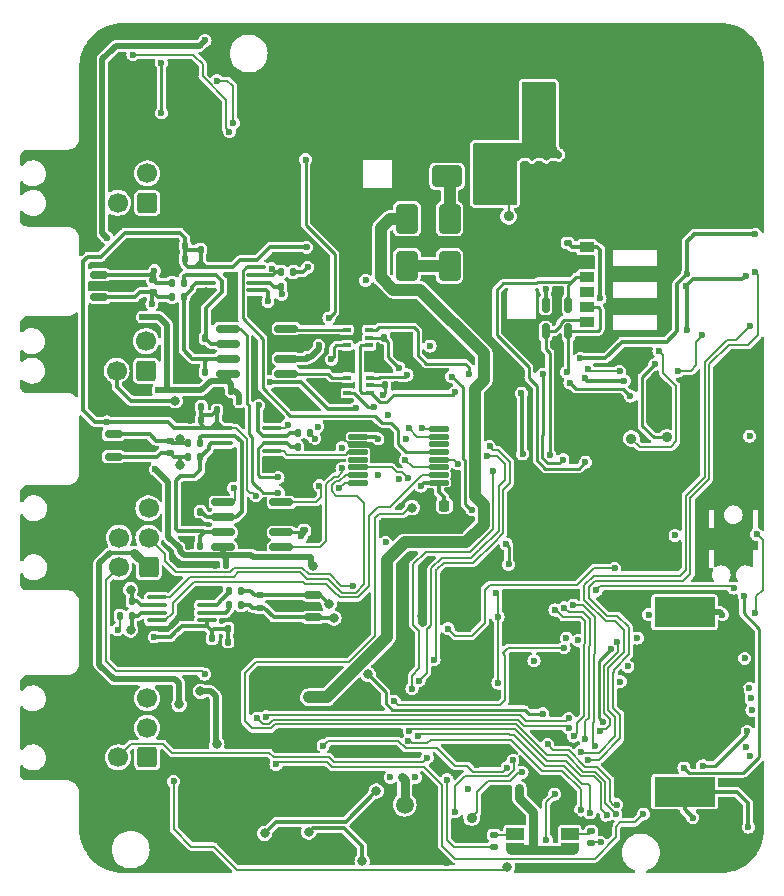
<source format=gbr>
%TF.GenerationSoftware,KiCad,Pcbnew,7.0.2*%
%TF.CreationDate,2023-12-12T15:06:55+03:00*%
%TF.ProjectId,BIM_PCB,42494d5f-5043-4422-9e6b-696361645f70,rev?*%
%TF.SameCoordinates,Original*%
%TF.FileFunction,Copper,L4,Bot*%
%TF.FilePolarity,Positive*%
%FSLAX46Y46*%
G04 Gerber Fmt 4.6, Leading zero omitted, Abs format (unit mm)*
G04 Created by KiCad (PCBNEW 7.0.2) date 2023-12-12 15:06:55*
%MOMM*%
%LPD*%
G01*
G04 APERTURE LIST*
G04 Aperture macros list*
%AMRoundRect*
0 Rectangle with rounded corners*
0 $1 Rounding radius*
0 $2 $3 $4 $5 $6 $7 $8 $9 X,Y pos of 4 corners*
0 Add a 4 corners polygon primitive as box body*
4,1,4,$2,$3,$4,$5,$6,$7,$8,$9,$2,$3,0*
0 Add four circle primitives for the rounded corners*
1,1,$1+$1,$2,$3*
1,1,$1+$1,$4,$5*
1,1,$1+$1,$6,$7*
1,1,$1+$1,$8,$9*
0 Add four rect primitives between the rounded corners*
20,1,$1+$1,$2,$3,$4,$5,0*
20,1,$1+$1,$4,$5,$6,$7,0*
20,1,$1+$1,$6,$7,$8,$9,0*
20,1,$1+$1,$8,$9,$2,$3,0*%
%AMFreePoly0*
4,1,19,0.550000,-0.750000,0.000000,-0.750000,0.000000,-0.744911,-0.071157,-0.744911,-0.207708,-0.704816,-0.327430,-0.627875,-0.420627,-0.520320,-0.479746,-0.390866,-0.500000,-0.250000,-0.500000,0.250000,-0.479746,0.390866,-0.420627,0.520320,-0.327430,0.627875,-0.207708,0.704816,-0.071157,0.744911,0.000000,0.744911,0.000000,0.750000,0.550000,0.750000,0.550000,-0.750000,0.550000,-0.750000,
$1*%
%AMFreePoly1*
4,1,19,0.000000,0.744911,0.071157,0.744911,0.207708,0.704816,0.327430,0.627875,0.420627,0.520320,0.479746,0.390866,0.500000,0.250000,0.500000,-0.250000,0.479746,-0.390866,0.420627,-0.520320,0.327430,-0.627875,0.207708,-0.704816,0.071157,-0.744911,0.000000,-0.744911,0.000000,-0.750000,-0.550000,-0.750000,-0.550000,0.750000,0.000000,0.750000,0.000000,0.744911,0.000000,0.744911,
$1*%
G04 Aperture macros list end*
%TA.AperFunction,SMDPad,CuDef*%
%ADD10RoundRect,0.140000X-0.140000X-0.170000X0.140000X-0.170000X0.140000X0.170000X-0.140000X0.170000X0*%
%TD*%
%TA.AperFunction,ComponentPad*%
%ADD11RoundRect,0.250000X0.600000X0.600000X-0.600000X0.600000X-0.600000X-0.600000X0.600000X-0.600000X0*%
%TD*%
%TA.AperFunction,ComponentPad*%
%ADD12C,1.700000*%
%TD*%
%TA.AperFunction,SMDPad,CuDef*%
%ADD13R,0.650000X0.400000*%
%TD*%
%TA.AperFunction,SMDPad,CuDef*%
%ADD14RoundRect,0.135000X-0.135000X-0.185000X0.135000X-0.185000X0.135000X0.185000X-0.135000X0.185000X0*%
%TD*%
%TA.AperFunction,SMDPad,CuDef*%
%ADD15RoundRect,0.250000X1.025000X-0.787500X1.025000X0.787500X-1.025000X0.787500X-1.025000X-0.787500X0*%
%TD*%
%TA.AperFunction,SMDPad,CuDef*%
%ADD16RoundRect,0.150000X-0.150000X0.512500X-0.150000X-0.512500X0.150000X-0.512500X0.150000X0.512500X0*%
%TD*%
%TA.AperFunction,SMDPad,CuDef*%
%ADD17RoundRect,0.135000X0.135000X0.185000X-0.135000X0.185000X-0.135000X-0.185000X0.135000X-0.185000X0*%
%TD*%
%TA.AperFunction,SMDPad,CuDef*%
%ADD18C,0.900000*%
%TD*%
%TA.AperFunction,SMDPad,CuDef*%
%ADD19RoundRect,0.135000X0.185000X-0.135000X0.185000X0.135000X-0.185000X0.135000X-0.185000X-0.135000X0*%
%TD*%
%TA.AperFunction,SMDPad,CuDef*%
%ADD20RoundRect,0.135000X-0.185000X0.135000X-0.185000X-0.135000X0.185000X-0.135000X0.185000X0.135000X0*%
%TD*%
%TA.AperFunction,SMDPad,CuDef*%
%ADD21FreePoly0,270.000000*%
%TD*%
%TA.AperFunction,SMDPad,CuDef*%
%ADD22R,1.500000X1.000000*%
%TD*%
%TA.AperFunction,SMDPad,CuDef*%
%ADD23FreePoly1,270.000000*%
%TD*%
%TA.AperFunction,SMDPad,CuDef*%
%ADD24RoundRect,0.140000X0.140000X0.170000X-0.140000X0.170000X-0.140000X-0.170000X0.140000X-0.170000X0*%
%TD*%
%TA.AperFunction,SMDPad,CuDef*%
%ADD25RoundRect,0.100000X-0.712500X-0.100000X0.712500X-0.100000X0.712500X0.100000X-0.712500X0.100000X0*%
%TD*%
%TA.AperFunction,SMDPad,CuDef*%
%ADD26RoundRect,0.250000X0.650000X-1.000000X0.650000X1.000000X-0.650000X1.000000X-0.650000X-1.000000X0*%
%TD*%
%TA.AperFunction,SMDPad,CuDef*%
%ADD27R,5.100000X2.500000*%
%TD*%
%TA.AperFunction,SMDPad,CuDef*%
%ADD28C,10.200000*%
%TD*%
%TA.AperFunction,SMDPad,CuDef*%
%ADD29RoundRect,0.125000X-0.762500X-0.125000X0.762500X-0.125000X0.762500X0.125000X-0.762500X0.125000X0*%
%TD*%
%TA.AperFunction,SMDPad,CuDef*%
%ADD30C,1.500000*%
%TD*%
%TA.AperFunction,SMDPad,CuDef*%
%ADD31RoundRect,0.150000X0.587500X0.150000X-0.587500X0.150000X-0.587500X-0.150000X0.587500X-0.150000X0*%
%TD*%
%TA.AperFunction,SMDPad,CuDef*%
%ADD32RoundRect,0.250000X1.000000X0.650000X-1.000000X0.650000X-1.000000X-0.650000X1.000000X-0.650000X0*%
%TD*%
%TA.AperFunction,SMDPad,CuDef*%
%ADD33RoundRect,0.140000X-0.170000X0.140000X-0.170000X-0.140000X0.170000X-0.140000X0.170000X0.140000X0*%
%TD*%
%TA.AperFunction,SMDPad,CuDef*%
%ADD34RoundRect,0.140000X0.170000X-0.140000X0.170000X0.140000X-0.170000X0.140000X-0.170000X-0.140000X0*%
%TD*%
%TA.AperFunction,SMDPad,CuDef*%
%ADD35RoundRect,0.150000X-0.587500X-0.150000X0.587500X-0.150000X0.587500X0.150000X-0.587500X0.150000X0*%
%TD*%
%TA.AperFunction,SMDPad,CuDef*%
%ADD36RoundRect,0.150000X0.825000X0.150000X-0.825000X0.150000X-0.825000X-0.150000X0.825000X-0.150000X0*%
%TD*%
%TA.AperFunction,SMDPad,CuDef*%
%ADD37RoundRect,0.225000X0.225000X0.250000X-0.225000X0.250000X-0.225000X-0.250000X0.225000X-0.250000X0*%
%TD*%
%TA.AperFunction,SMDPad,CuDef*%
%ADD38RoundRect,0.100000X0.712500X0.100000X-0.712500X0.100000X-0.712500X-0.100000X0.712500X-0.100000X0*%
%TD*%
%TA.AperFunction,SMDPad,CuDef*%
%ADD39R,1.200000X0.900000*%
%TD*%
%TA.AperFunction,SMDPad,CuDef*%
%ADD40R,1.800000X1.300000*%
%TD*%
%TA.AperFunction,SMDPad,CuDef*%
%ADD41RoundRect,0.250000X-0.650000X1.000000X-0.650000X-1.000000X0.650000X-1.000000X0.650000X1.000000X0*%
%TD*%
%TA.AperFunction,ViaPad*%
%ADD42C,0.600000*%
%TD*%
%TA.AperFunction,ViaPad*%
%ADD43C,0.800000*%
%TD*%
%TA.AperFunction,Conductor*%
%ADD44C,0.350000*%
%TD*%
%TA.AperFunction,Conductor*%
%ADD45C,0.200000*%
%TD*%
%TA.AperFunction,Conductor*%
%ADD46C,1.000000*%
%TD*%
%TA.AperFunction,Conductor*%
%ADD47C,0.500000*%
%TD*%
%TA.AperFunction,Conductor*%
%ADD48C,0.254000*%
%TD*%
%TA.AperFunction,Conductor*%
%ADD49C,0.250000*%
%TD*%
%TA.AperFunction,Conductor*%
%ADD50C,0.750000*%
%TD*%
G04 APERTURE END LIST*
D10*
%TO.P,C34,1*%
%TO.N,+3V3*%
X62130000Y-88650000D03*
%TO.P,C34,2*%
%TO.N,GND*%
X63090000Y-88650000D03*
%TD*%
%TO.P,C33,1*%
%TO.N,+3V3*%
X62050000Y-84650000D03*
%TO.P,C33,2*%
%TO.N,GND*%
X63010000Y-84650000D03*
%TD*%
D11*
%TO.P,J4,1,Pin_1*%
%TO.N,Net-(J4-Pin_1)*%
X42115000Y-104100000D03*
D12*
%TO.P,J4,2,Pin_2*%
%TO.N,/Button_2*%
X42115000Y-101600000D03*
%TO.P,J4,3,Pin_3*%
%TO.N,/RS485_MAX487/A*%
X42115000Y-99100000D03*
%TO.P,J4,4,Pin_4*%
%TO.N,/BUTTON*%
X39615000Y-104100000D03*
%TO.P,J4,5,Pin_5*%
%TO.N,/RS485_MAX487/B*%
X39615000Y-101600000D03*
%TO.P,J4,6,Pin_6*%
%TO.N,GND*%
X39615000Y-99100000D03*
%TD*%
D13*
%TO.P,U14,1,B1*%
%TO.N,/ecu_CAN_RX_2*%
X58950000Y-89350000D03*
%TO.P,U14,2,GND*%
%TO.N,GND*%
X58950000Y-88700000D03*
%TO.P,U14,3,B0*%
%TO.N,/CAN_RX_2*%
X58950000Y-88050000D03*
%TO.P,U14,4,A/COM*%
%TO.N,/MULTIPLEXER_SWITCH_WAS3157B-6/SIG2_IN*%
X60850000Y-88050000D03*
%TO.P,U14,5,VCC*%
%TO.N,+3V3*%
X60850000Y-88700000D03*
%TO.P,U14,6,SEL*%
%TO.N,/MULTIPLEXER_SWITCH_WAS3157B-6/SEL*%
X60850000Y-89350000D03*
%TD*%
D11*
%TO.P,J2,1,Pin_1*%
%TO.N,/STM32FC8T6_MCU/swdio*%
X42015000Y-120200000D03*
D12*
%TO.P,J2,2,Pin_2*%
%TO.N,/STM32FC8T6_MCU/SW0*%
X42015000Y-117700000D03*
%TO.P,J2,3,Pin_3*%
%TO.N,/STM32FC8T6_MCU/swdclk*%
X42015000Y-115200000D03*
%TO.P,J2,4,Pin_4*%
%TO.N,/STM32FC8T6_MCU/RESET*%
X39515000Y-120200000D03*
%TO.P,J2,5,Pin_5*%
%TO.N,GND*%
X39515000Y-117700000D03*
%TO.P,J2,6,Pin_6*%
X39515000Y-115200000D03*
%TD*%
D11*
%TO.P,J1,1,Pin_1*%
%TO.N,/RS485_MAX486/A*%
X41915000Y-87450000D03*
D12*
%TO.P,J1,2,Pin_2*%
%TO.N,VIN*%
X41915000Y-84950000D03*
%TO.P,J1,3,Pin_3*%
%TO.N,/RS485_MAX486/B*%
X39415000Y-87450000D03*
%TO.P,J1,4,Pin_4*%
%TO.N,GND*%
X39415000Y-84950000D03*
%TD*%
D13*
%TO.P,U7,1,B1*%
%TO.N,/ecu_CAN_TX_2*%
X58900000Y-85300000D03*
%TO.P,U7,2,GND*%
%TO.N,GND*%
X58900000Y-84650000D03*
%TO.P,U7,3,B0*%
%TO.N,/CAN_TX_2*%
X58900000Y-84000000D03*
%TO.P,U7,4,A/COM*%
%TO.N,/MULTIPLEXER_SWITCH_WAS3157B-6/SIG1_IN*%
X60800000Y-84000000D03*
%TO.P,U7,5,VCC*%
%TO.N,+3V3*%
X60800000Y-84650000D03*
%TO.P,U7,6,SEL*%
%TO.N,/MULTIPLEXER_SWITCH_WAS3157B-6/SEL*%
X60800000Y-85300000D03*
%TD*%
D11*
%TO.P,J6,1,Pin_1*%
%TO.N,/RS485_MAX485/A*%
X42015000Y-73250000D03*
D12*
%TO.P,J6,2,Pin_2*%
%TO.N,VIN*%
X42015000Y-70750000D03*
%TO.P,J6,3,Pin_3*%
%TO.N,/RS485_MAX485/B*%
X39515000Y-73250000D03*
%TO.P,J6,4,Pin_4*%
%TO.N,GND*%
X39515000Y-70750000D03*
%TD*%
D14*
%TO.P,R64,1*%
%TO.N,/RS485_MAX487/B_to_CANH*%
X48927500Y-107300000D03*
%TO.P,R64,2*%
%TO.N,Net-(U20-line_in)*%
X49947500Y-107300000D03*
%TD*%
D15*
%TO.P,C20,1*%
%TO.N,4.2V_SIMPWR*%
X75200000Y-65712500D03*
%TO.P,C20,2*%
%TO.N,GND*%
X75200000Y-59487500D03*
%TD*%
D16*
%TO.P,D6,1,K*%
%TO.N,/SIM7000_GPRS_MODULE/V_Sim*%
X75750000Y-81862500D03*
%TO.P,D6,2,A*%
%TO.N,GND*%
X76700000Y-81862500D03*
%TO.P,D6,3,K*%
%TO.N,Net-(J5-RST)*%
X77650000Y-81862500D03*
%TO.P,D6,4,K*%
%TO.N,Net-(J5-CLK)*%
X77650000Y-84137500D03*
%TO.P,D6,5,K*%
%TO.N,Net-(J5-I{slash}O)*%
X75750000Y-84137500D03*
%TD*%
D17*
%TO.P,R58,1*%
%TO.N,GND*%
X55760000Y-93950000D03*
%TO.P,R58,2*%
%TO.N,/RS485_DE*%
X54740000Y-93950000D03*
%TD*%
D10*
%TO.P,C50,1*%
%TO.N,+3.3VA*%
X48857500Y-109300000D03*
%TO.P,C50,2*%
%TO.N,GND*%
X49817500Y-109300000D03*
%TD*%
D18*
%TO.P,TP7,1,1*%
%TO.N,Net-(U1-PA4)*%
X69475000Y-125300000D03*
%TD*%
D14*
%TO.P,R31,1*%
%TO.N,/RS485_~{RE}*%
X53352500Y-79100001D03*
%TO.P,R31,2*%
%TO.N,+3.3VA*%
X54372500Y-79100001D03*
%TD*%
D19*
%TO.P,R3,1*%
%TO.N,/STM32FC8T6_MCU/BOOT0*%
X71362500Y-127774762D03*
%TO.P,R3,2*%
%TO.N,Net-(JP1-C)*%
X71362500Y-126754762D03*
%TD*%
D20*
%TO.P,R38,1*%
%TO.N,Net-(U6-line_in)*%
X42512500Y-79789999D03*
%TO.P,R38,2*%
%TO.N,Net-(U4-line_in)*%
X42512500Y-80809999D03*
%TD*%
D21*
%TO.P,JP1,1,A*%
%TO.N,GND*%
X73162500Y-125364762D03*
D22*
%TO.P,JP1,2,C*%
%TO.N,Net-(JP1-C)*%
X73162500Y-126664762D03*
D23*
%TO.P,JP1,3,B*%
%TO.N,/STM32FC8T6_MCU/3v3_stm*%
X73162500Y-127964762D03*
%TD*%
D17*
%TO.P,R44,1*%
%TO.N,/CAN_TRANSCEIVER_ATA6561/B_to_CANH*%
X46910000Y-84700000D03*
%TO.P,R44,2*%
%TO.N,GND*%
X45890000Y-84700000D03*
%TD*%
D24*
%TO.P,C44,1*%
%TO.N,+3V3*%
X48680001Y-103900000D03*
%TO.P,C44,2*%
%TO.N,GND*%
X47720001Y-103900000D03*
%TD*%
%TO.P,C31,1*%
%TO.N,+3.3VA*%
X45192500Y-78000000D03*
%TO.P,C31,2*%
%TO.N,GND*%
X44232500Y-78000000D03*
%TD*%
D25*
%TO.P,U19,1,RO*%
%TO.N,/DISPLAY_RS485_RO*%
X42825000Y-108600000D03*
%TO.P,U19,2,~{RE}*%
%TO.N,/RS485_~{RE}*%
X42825000Y-107950000D03*
%TO.P,U19,3,DE*%
%TO.N,/RS485_DE*%
X42825000Y-107300000D03*
%TO.P,U19,4,DI*%
%TO.N,/DISPLAY_RS485_DI*%
X42825000Y-106650000D03*
%TO.P,U19,5,GND*%
%TO.N,GND*%
X47050000Y-106650000D03*
%TO.P,U19,6,A*%
%TO.N,/RS485_MAX487/A_to_CANL*%
X47050000Y-107300000D03*
%TO.P,U19,7,B*%
%TO.N,/RS485_MAX487/B_to_CANH*%
X47050000Y-107950000D03*
%TO.P,U19,8,VCC*%
%TO.N,+3.3VA*%
X47050000Y-108600000D03*
%TD*%
D18*
%TO.P,SIM_I2C_SCL1,1,1*%
%TO.N,Net-(U3-I2C_SCL)*%
X83000000Y-93200000D03*
%TD*%
D26*
%TO.P,D10,1,K*%
%TO.N,Net-(D10-K)*%
X64000000Y-78582500D03*
%TO.P,D10,2,A*%
%TO.N,+5V*%
X64000000Y-74582500D03*
%TD*%
D24*
%TO.P,C51,1*%
%TO.N,+3.3VA*%
X47517500Y-110100000D03*
%TO.P,C51,2*%
%TO.N,GND*%
X46557500Y-110100000D03*
%TD*%
D20*
%TO.P,R4,1*%
%TO.N,Net-(JP2-C)*%
X79612500Y-126464762D03*
%TO.P,R4,2*%
%TO.N,/STM32FC8T6_MCU/BOOT1*%
X79612500Y-127484762D03*
%TD*%
D27*
%TO.P,BT1,1,+*%
%TO.N,Net-(BT1-+)*%
X87500000Y-107900000D03*
X87500000Y-123100000D03*
D28*
%TO.P,BT1,2,-*%
%TO.N,GND*%
X87500000Y-115500000D03*
%TD*%
D17*
%TO.P,R59,1*%
%TO.N,/CAN_TRANSCEIVER_ATA6562/A_to_CANL*%
X46510000Y-102300000D03*
%TO.P,R59,2*%
%TO.N,GND*%
X45490000Y-102300000D03*
%TD*%
D10*
%TO.P,C49,1*%
%TO.N,+3.3VA*%
X48857500Y-110400000D03*
%TO.P,C49,2*%
%TO.N,GND*%
X49817500Y-110400000D03*
%TD*%
D17*
%TO.P,R39,1*%
%TO.N,/CAN_TRANSCEIVER_ATA6561/B_to_CANH*%
X45122500Y-79999999D03*
%TO.P,R39,2*%
%TO.N,Net-(U6-line_in)*%
X44102500Y-79999999D03*
%TD*%
%TO.P,R12,1*%
%TO.N,/CAN_TRANSCEIVER_ATA6562/B_to_CANH*%
X46510000Y-93600000D03*
%TO.P,R12,2*%
%TO.N,Net-(U12-line_in)*%
X45490000Y-93600000D03*
%TD*%
D18*
%TO.P,SIM_I2C_SDA1,1,1*%
%TO.N,Net-(U3-I2C_SDA)*%
X86000000Y-93100000D03*
%TD*%
D29*
%TO.P,U15,1,Y0*%
%TO.N,/RS485_D1*%
X59875000Y-96950000D03*
%TO.P,U15,2,Y2*%
%TO.N,/DISPLAY_RS485_DI*%
X59875000Y-96300000D03*
%TO.P,U15,3,Y*%
%TO.N,/STM32FC8T6_MCU/RS485_DI*%
X59875000Y-95650000D03*
%TO.P,U15,4,Y3*%
%TO.N,unconnected-(U15-Y3-Pad4)*%
X59875000Y-95000000D03*
%TO.P,U15,5,Y1*%
%TO.N,/ecu_RS485_DI*%
X59875000Y-94350000D03*
%TO.P,U15,6,ENABLE*%
%TO.N,GND*%
X59875000Y-93700000D03*
%TO.P,U15,7,VEE*%
%TO.N,+3V3*%
X59875000Y-93050000D03*
%TO.P,U15,8,GND*%
%TO.N,GND*%
X59875000Y-92400000D03*
%TO.P,U15,9,B*%
%TO.N,/MUX_SEL_B*%
X66700000Y-92400000D03*
%TO.P,U15,10,A*%
%TO.N,/MUX_SEL_A*%
X66700000Y-93050000D03*
%TO.P,U15,11,X3*%
%TO.N,unconnected-(U15-X3-Pad11)*%
X66700000Y-93700000D03*
%TO.P,U15,12,X0*%
%TO.N,/RS485_RO*%
X66700000Y-94350000D03*
%TO.P,U15,13,X*%
%TO.N,/STM32FC8T6_MCU/RS485_RO*%
X66700000Y-95000000D03*
%TO.P,U15,14,X1*%
%TO.N,/ecu_RS485_RO*%
X66700000Y-95650000D03*
%TO.P,U15,15,X2*%
%TO.N,/DISPLAY_RS485_RO*%
X66700000Y-96300000D03*
%TO.P,U15,16,VCC*%
%TO.N,+3V3*%
X66700000Y-96950000D03*
%TD*%
D24*
%TO.P,C24,1*%
%TO.N,+3.3VA*%
X46580000Y-90500000D03*
%TO.P,C24,2*%
%TO.N,GND*%
X45620000Y-90500000D03*
%TD*%
D30*
%TO.P,TP9,1,1*%
%TO.N,+3V3*%
X63800000Y-124200000D03*
%TD*%
D17*
%TO.P,R10,1*%
%TO.N,/CAN_TRANSCEIVER_ATA6562/A_to_CANL*%
X46510000Y-94800000D03*
%TO.P,R10,2*%
%TO.N,Net-(U10-line_in)*%
X45490000Y-94800000D03*
%TD*%
D24*
%TO.P,C30,1*%
%TO.N,+3.3VA*%
X45192500Y-76900000D03*
%TO.P,C30,2*%
%TO.N,GND*%
X44232500Y-76900000D03*
%TD*%
D31*
%TO.P,D18,1,K*%
%TO.N,Net-(U18-line_in)*%
X56037500Y-106450000D03*
%TO.P,D18,2,K*%
%TO.N,Net-(U20-line_in)*%
X56037500Y-108350000D03*
%TO.P,D18,3,A*%
%TO.N,GND*%
X54162500Y-107400000D03*
%TD*%
D14*
%TO.P,R9,1*%
%TO.N,/RS485_~{RE}*%
X54740000Y-92700000D03*
%TO.P,R9,2*%
%TO.N,+3.3VA*%
X55760000Y-92700000D03*
%TD*%
D32*
%TO.P,D12,1,K*%
%TO.N,4.2V_SIMPWR*%
X71400000Y-71000000D03*
%TO.P,D12,2,A*%
%TO.N,Net-(D11-K)*%
X67400000Y-71000000D03*
%TD*%
D17*
%TO.P,R61,1*%
%TO.N,/RS485_~{RE}*%
X40697500Y-108200000D03*
%TO.P,R61,2*%
%TO.N,+3.3VA*%
X39677500Y-108200000D03*
%TD*%
D21*
%TO.P,JP2,1,A*%
%TO.N,GND*%
X77762500Y-125364762D03*
D22*
%TO.P,JP2,2,C*%
%TO.N,Net-(JP2-C)*%
X77762500Y-126664762D03*
D23*
%TO.P,JP2,3,B*%
%TO.N,/STM32FC8T6_MCU/3v3_stm*%
X77762500Y-127964762D03*
%TD*%
D33*
%TO.P,C18,1*%
%TO.N,4.2V_SIMPWR*%
X75200000Y-69020000D03*
%TO.P,C18,2*%
%TO.N,GND*%
X75200000Y-69980000D03*
%TD*%
D34*
%TO.P,C43,1*%
%TO.N,+5V*%
X55300000Y-100980000D03*
%TO.P,C43,2*%
%TO.N,GND*%
X55300000Y-100020000D03*
%TD*%
D14*
%TO.P,R65,1*%
%TO.N,GND*%
X39677500Y-106950000D03*
%TO.P,R65,2*%
%TO.N,/RS485_DE*%
X40697500Y-106950000D03*
%TD*%
D24*
%TO.P,C25,1*%
%TO.N,+3.3VA*%
X46580000Y-91600000D03*
%TO.P,C25,2*%
%TO.N,GND*%
X45620000Y-91600000D03*
%TD*%
D35*
%TO.P,D9,1,K*%
%TO.N,Net-(U4-line_in)*%
X37962500Y-81250000D03*
%TO.P,D9,2,K*%
%TO.N,Net-(U6-line_in)*%
X37962500Y-79350000D03*
%TO.P,D9,3,A*%
%TO.N,GND*%
X39837500Y-80300000D03*
%TD*%
D17*
%TO.P,R43,1*%
%TO.N,/CAN_TRANSCEIVER_ATA6561/A_to_CANL*%
X46910000Y-87600000D03*
%TO.P,R43,2*%
%TO.N,GND*%
X45890000Y-87600000D03*
%TD*%
D35*
%TO.P,D15,1,K*%
%TO.N,Net-(U10-line_in)*%
X39162500Y-94750000D03*
%TO.P,D15,2,K*%
%TO.N,Net-(U12-line_in)*%
X39162500Y-92850000D03*
%TO.P,D15,3,A*%
%TO.N,GND*%
X41037500Y-93800000D03*
%TD*%
D36*
%TO.P,U13,1,TXD*%
%TO.N,/ecu_CAN_TX_2*%
X53375000Y-98595000D03*
%TO.P,U13,2,GND*%
%TO.N,GND*%
X53375000Y-99865000D03*
%TO.P,U13,3,VCC*%
%TO.N,+5V*%
X53375000Y-101135000D03*
%TO.P,U13,4,RXD*%
%TO.N,/ecu_CAN_RX_2*%
X53375000Y-102405000D03*
%TO.P,U13,5,NSIL*%
%TO.N,+3V3*%
X48425000Y-102405000D03*
%TO.P,U13,6,CANL*%
%TO.N,/CAN_TRANSCEIVER_ATA6562/A_to_CANL*%
X48425000Y-101135000D03*
%TO.P,U13,7,CANH*%
%TO.N,/CAN_TRANSCEIVER_ATA6562/B_to_CANH*%
X48425000Y-99865000D03*
%TO.P,U13,8,STBY*%
%TO.N,/CAN_STBY*%
X48425000Y-98595000D03*
%TD*%
D17*
%TO.P,R37,1*%
%TO.N,/CAN_TRANSCEIVER_ATA6561/A_to_CANL*%
X45122500Y-81199999D03*
%TO.P,R37,2*%
%TO.N,Net-(U4-line_in)*%
X44102500Y-81199999D03*
%TD*%
D18*
%TO.P,SIM_PWR1,1,1*%
%TO.N,4.2V_SIMPWR*%
X72600000Y-74400000D03*
%TD*%
D34*
%TO.P,C26,1*%
%TO.N,/SIM7000_GPRS_MODULE/V_Sim*%
X77600000Y-76630000D03*
%TO.P,C26,2*%
%TO.N,GND*%
X77600000Y-75670000D03*
%TD*%
D33*
%TO.P,C17,1*%
%TO.N,4.2V_SIMPWR*%
X74000000Y-69020000D03*
%TO.P,C17,2*%
%TO.N,GND*%
X74000000Y-69980000D03*
%TD*%
D10*
%TO.P,C42,1*%
%TO.N,+3.3VA*%
X47920000Y-90800000D03*
%TO.P,C42,2*%
%TO.N,GND*%
X48880000Y-90800000D03*
%TD*%
D37*
%TO.P,C46,1*%
%TO.N,+3V3*%
X67162500Y-98875000D03*
%TO.P,C46,2*%
%TO.N,GND*%
X65612500Y-98875000D03*
%TD*%
D34*
%TO.P,C40,1*%
%TO.N,+5V*%
X55700000Y-86280000D03*
%TO.P,C40,2*%
%TO.N,GND*%
X55700000Y-85320000D03*
%TD*%
D24*
%TO.P,C41,1*%
%TO.N,+3V3*%
X49080000Y-89200000D03*
%TO.P,C41,2*%
%TO.N,GND*%
X48120000Y-89200000D03*
%TD*%
D20*
%TO.P,R11,1*%
%TO.N,Net-(U12-line_in)*%
X43900000Y-93390000D03*
%TO.P,R11,2*%
%TO.N,Net-(U10-line_in)*%
X43900000Y-94410000D03*
%TD*%
D17*
%TO.P,R32,1*%
%TO.N,GND*%
X54372500Y-80350000D03*
%TO.P,R32,2*%
%TO.N,/RS485_DE*%
X53352500Y-80350000D03*
%TD*%
D38*
%TO.P,U5,1,RO*%
%TO.N,/RS485_RO*%
X51225000Y-78700000D03*
%TO.P,U5,2,~{RE}*%
%TO.N,/RS485_~{RE}*%
X51225000Y-79350000D03*
%TO.P,U5,3,DE*%
%TO.N,/RS485_DE*%
X51225000Y-80000000D03*
%TO.P,U5,4,DI*%
%TO.N,/RS485_D1*%
X51225000Y-80650000D03*
%TO.P,U5,5,GND*%
%TO.N,GND*%
X47000000Y-80650000D03*
%TO.P,U5,6,A*%
%TO.N,/CAN_TRANSCEIVER_ATA6561/A_to_CANL*%
X47000000Y-80000000D03*
%TO.P,U5,7,B*%
%TO.N,/CAN_TRANSCEIVER_ATA6561/B_to_CANH*%
X47000000Y-79350000D03*
%TO.P,U5,8,VCC*%
%TO.N,+3.3VA*%
X47000000Y-78700000D03*
%TD*%
D36*
%TO.P,U9,1,TXD*%
%TO.N,/CAN_TX_2*%
X53775000Y-83895000D03*
%TO.P,U9,2,GND*%
%TO.N,GND*%
X53775000Y-85165000D03*
%TO.P,U9,3,VCC*%
%TO.N,+5V*%
X53775000Y-86435000D03*
%TO.P,U9,4,RXD*%
%TO.N,/CAN_RX_2*%
X53775000Y-87705000D03*
%TO.P,U9,5,NSIL*%
%TO.N,+3V3*%
X48825000Y-87705000D03*
%TO.P,U9,6,CANL*%
%TO.N,/CAN_TRANSCEIVER_ATA6561/A_to_CANL*%
X48825000Y-86435000D03*
%TO.P,U9,7,CANH*%
%TO.N,/CAN_TRANSCEIVER_ATA6561/B_to_CANH*%
X48825000Y-85165000D03*
%TO.P,U9,8,STBY*%
%TO.N,/CAN_STBY*%
X48825000Y-83895000D03*
%TD*%
D19*
%TO.P,R63,1*%
%TO.N,Net-(U20-line_in)*%
X51537500Y-107510000D03*
%TO.P,R63,2*%
%TO.N,Net-(U18-line_in)*%
X51537500Y-106490000D03*
%TD*%
D39*
%TO.P,J5,C1,VCC*%
%TO.N,/SIM7000_GPRS_MODULE/V_Sim*%
X79225000Y-76995000D03*
%TO.P,J5,C2,RST*%
%TO.N,Net-(J5-RST)*%
X79225000Y-79535000D03*
%TO.P,J5,C3,CLK*%
%TO.N,Net-(J5-CLK)*%
X79225000Y-82075000D03*
%TO.P,J5,C5,GND*%
%TO.N,GND*%
X79225000Y-78265000D03*
%TO.P,J5,C6,VPP*%
%TO.N,unconnected-(J5-VPP-PadC6)*%
X79225000Y-80805000D03*
%TO.P,J5,C7,I/O*%
%TO.N,Net-(J5-I{slash}O)*%
X79225000Y-83345000D03*
D40*
%TO.P,J5,MP1,MP1*%
%TO.N,GND*%
X92125000Y-74745000D03*
X83325000Y-74745000D03*
X92115000Y-86465000D03*
X83315000Y-86465000D03*
%TD*%
D17*
%TO.P,R60,1*%
%TO.N,/CAN_TRANSCEIVER_ATA6562/B_to_CANH*%
X46510000Y-99400001D03*
%TO.P,R60,2*%
%TO.N,GND*%
X45490000Y-99400001D03*
%TD*%
D41*
%TO.P,D11,1,K*%
%TO.N,Net-(D11-K)*%
X67600000Y-74582500D03*
%TO.P,D11,2,A*%
%TO.N,Net-(D10-K)*%
X67600000Y-78582500D03*
%TD*%
D14*
%TO.P,R62,1*%
%TO.N,/RS485_MAX487/A_to_CANL*%
X48927500Y-106100000D03*
%TO.P,R62,2*%
%TO.N,Net-(U18-line_in)*%
X49947500Y-106100000D03*
%TD*%
D10*
%TO.P,C32,1*%
%TO.N,+3.3VA*%
X46532500Y-77200000D03*
%TO.P,C32,2*%
%TO.N,GND*%
X47492500Y-77200000D03*
%TD*%
D33*
%TO.P,C19,1*%
%TO.N,4.2V_SIMPWR*%
X76400000Y-69020000D03*
%TO.P,C19,2*%
%TO.N,GND*%
X76400000Y-69980000D03*
%TD*%
D38*
%TO.P,U11,1,RO*%
%TO.N,/ecu_RS485_RO*%
X52612500Y-92300000D03*
%TO.P,U11,2,~{RE}*%
%TO.N,/RS485_~{RE}*%
X52612500Y-92950000D03*
%TO.P,U11,3,DE*%
%TO.N,/RS485_DE*%
X52612500Y-93600000D03*
%TO.P,U11,4,DI*%
%TO.N,/ecu_RS485_DI*%
X52612500Y-94250000D03*
%TO.P,U11,5,GND*%
%TO.N,GND*%
X48387500Y-94250000D03*
%TO.P,U11,6,A*%
%TO.N,/CAN_TRANSCEIVER_ATA6562/A_to_CANL*%
X48387500Y-93600000D03*
%TO.P,U11,7,B*%
%TO.N,/CAN_TRANSCEIVER_ATA6562/B_to_CANH*%
X48387500Y-92950000D03*
%TO.P,U11,8,VCC*%
%TO.N,+3.3VA*%
X48387500Y-92300000D03*
%TD*%
D42*
%TO.N,GND*%
X68000000Y-121500000D03*
X71500000Y-123600000D03*
X67400000Y-129100000D03*
X62600000Y-129000000D03*
X61600000Y-129000000D03*
X49500000Y-128400000D03*
X50700000Y-128400000D03*
X51600000Y-128400000D03*
X51600000Y-127600000D03*
X52200000Y-123300000D03*
X53000000Y-123400000D03*
X53900000Y-123400000D03*
X53900000Y-122500000D03*
X53900000Y-121400000D03*
X58000000Y-118200000D03*
X58100000Y-120000000D03*
X58100000Y-122000000D03*
X58100000Y-123500000D03*
X58800000Y-124300000D03*
X61800000Y-124300000D03*
X63700000Y-126100000D03*
X63700000Y-127400000D03*
X81700000Y-86600000D03*
%TO.N,/MULTIPLEXER_SWITCH_WAS3157B-6/SEL*%
X82900000Y-89600000D03*
X77800000Y-88500000D03*
X68073500Y-89300000D03*
%TO.N,GND*%
X61500000Y-87000000D03*
X64200000Y-84700000D03*
%TO.N,/ecu_CAN_TX_2*%
X57600000Y-86500000D03*
%TO.N,+3V3*%
X62000000Y-89500000D03*
D43*
%TO.N,GND*%
X64699000Y-88700000D03*
X71726500Y-77000000D03*
X52200000Y-68600000D03*
X86250000Y-126000000D03*
D42*
X88400000Y-69300000D03*
D43*
X83750000Y-96750000D03*
X39400000Y-58800000D03*
D42*
X84400000Y-59200000D03*
X67500000Y-106100000D03*
D43*
X67250000Y-108250000D03*
D42*
X58800000Y-59200000D03*
D43*
X61800000Y-68800000D03*
X61400000Y-73800000D03*
X63600000Y-70400000D03*
D42*
X58750000Y-62750000D03*
X74374500Y-92000000D03*
X73800000Y-59600000D03*
X84200000Y-65700000D03*
X93300000Y-67300000D03*
X84400000Y-60000000D03*
X60250000Y-65000000D03*
X77400000Y-69800000D03*
X76600000Y-116000000D03*
X82600000Y-63500000D03*
X87600000Y-59000000D03*
X84200000Y-69300000D03*
D43*
X93000000Y-127250000D03*
D42*
X72600000Y-60200000D03*
X86600000Y-72300000D03*
X89200000Y-72300000D03*
X71358821Y-61935087D03*
D43*
X86800000Y-74200000D03*
D42*
X90100000Y-71600000D03*
X71600000Y-61000000D03*
D43*
X82300000Y-99300000D03*
D42*
X76400000Y-60000000D03*
X61750000Y-64250000D03*
X58750000Y-65750000D03*
X58750000Y-63500000D03*
X85800500Y-66300000D03*
X93600000Y-95800000D03*
X82600000Y-68600000D03*
X47800000Y-82600000D03*
X89700000Y-64100000D03*
D43*
X60200000Y-67200000D03*
D42*
X78800000Y-65200000D03*
X81800000Y-67100000D03*
D43*
X55364845Y-128239845D03*
D42*
X81800000Y-63500000D03*
X67750000Y-64250000D03*
X77000000Y-61600000D03*
D43*
X58084956Y-127980285D03*
D42*
X88300000Y-59700000D03*
X83600000Y-58400000D03*
D43*
X45718347Y-106874500D03*
D42*
X77800000Y-60800000D03*
X69200000Y-113800000D03*
X63300000Y-59200000D03*
X80100000Y-63500000D03*
X83400000Y-68600000D03*
D43*
X35000000Y-84500000D03*
D42*
X82900000Y-103500000D03*
X92000000Y-64900000D03*
X69250000Y-63750000D03*
X89800000Y-58700000D03*
D43*
X47250000Y-111250000D03*
D42*
X80400000Y-60800000D03*
D43*
X82750000Y-124250000D03*
X56600000Y-72000000D03*
D42*
X69250000Y-65250000D03*
X85200000Y-62800000D03*
D43*
X77200000Y-101600000D03*
D42*
X92900000Y-60100000D03*
D43*
X70200000Y-75600000D03*
D42*
X70700000Y-109800000D03*
X42000000Y-67000000D03*
X65500000Y-59900000D03*
X61750000Y-62750000D03*
X87500000Y-70800000D03*
X91600000Y-67240500D03*
X62500000Y-59900000D03*
X85200000Y-67900000D03*
X68000000Y-58900000D03*
X85200000Y-63500000D03*
X72200000Y-58800000D03*
X80100000Y-68600000D03*
X83400000Y-62800000D03*
X81800000Y-64200000D03*
X66250000Y-65000000D03*
X80400000Y-60000000D03*
X60200000Y-59900000D03*
X69600000Y-59600000D03*
X71000000Y-61250000D03*
X77200000Y-64800000D03*
X80100000Y-64200000D03*
D43*
X80500000Y-90250000D03*
D42*
X62500000Y-62750000D03*
X53500000Y-63250000D03*
X82000000Y-59200000D03*
X91800000Y-71600000D03*
X43200000Y-105600000D03*
D43*
X51200000Y-120899500D03*
D42*
X62500000Y-64250000D03*
X82600000Y-65700000D03*
X72800000Y-106700000D03*
X92700000Y-70000000D03*
X82600000Y-67900000D03*
X88400000Y-71600000D03*
D43*
X73500000Y-101200000D03*
D42*
X74700000Y-58800000D03*
X90500000Y-64100000D03*
X77200000Y-64000000D03*
X92500000Y-67300000D03*
X92900000Y-59300000D03*
X85000000Y-66700000D03*
D43*
X48400000Y-59000000D03*
D42*
X63250000Y-62000000D03*
X70000000Y-62250000D03*
X60200000Y-58400000D03*
X81000000Y-65700000D03*
X92000000Y-63300000D03*
X81000000Y-67100000D03*
X91000000Y-61100000D03*
X59500000Y-59900000D03*
X92000000Y-60900000D03*
X46000000Y-67000000D03*
X88200000Y-63200000D03*
X74300000Y-62400000D03*
X88200000Y-64900000D03*
X86800000Y-60400000D03*
X72400000Y-62700000D03*
X87400000Y-62800000D03*
D43*
X52200000Y-58800000D03*
D42*
X57725000Y-95450000D03*
D43*
X43000000Y-68200000D03*
D42*
X69437808Y-60382014D03*
X92000000Y-62500000D03*
X81000000Y-69300000D03*
X92900000Y-64100000D03*
X71800000Y-65000000D03*
D43*
X75400000Y-74000000D03*
X86250000Y-129000000D03*
D42*
X81675000Y-128950000D03*
D43*
X87750000Y-95000000D03*
X52750000Y-113500000D03*
X52400000Y-72600000D03*
D42*
X67000000Y-65000000D03*
D43*
X42400000Y-97000000D03*
D42*
X92900000Y-61700000D03*
X58100000Y-59700000D03*
X66300000Y-59200000D03*
D43*
X80436811Y-76266039D03*
D42*
X84200000Y-62800000D03*
X78800000Y-59200000D03*
X54500000Y-61000000D03*
X67000000Y-62750000D03*
X58000000Y-65750000D03*
X85200000Y-69300000D03*
X66700000Y-59900000D03*
X82600000Y-67100000D03*
X63700000Y-106100000D03*
X53500000Y-58750000D03*
X67750000Y-62750000D03*
X78000000Y-69200000D03*
D43*
X34750000Y-73250000D03*
D42*
X78000000Y-58400000D03*
D43*
X50800000Y-63000000D03*
D42*
X77800000Y-115200000D03*
X65500000Y-62750000D03*
D43*
X76200000Y-99300000D03*
D42*
X68500000Y-64500000D03*
D43*
X35250000Y-115250000D03*
D42*
X56000000Y-60500000D03*
X80100000Y-69300000D03*
X41000000Y-80200000D03*
X83400000Y-64200000D03*
X58000000Y-62000000D03*
X68388276Y-60230500D03*
D43*
X40000000Y-66750000D03*
D42*
X90837472Y-67319122D03*
X69600000Y-58900000D03*
D43*
X86500000Y-103000000D03*
D42*
X56700000Y-88400000D03*
X87500000Y-126050000D03*
D43*
X37000000Y-66750000D03*
X76800000Y-78600000D03*
X38000000Y-59400000D03*
D42*
X61000000Y-59200000D03*
X57250000Y-63250000D03*
X77400000Y-109000000D03*
X78600000Y-61200000D03*
X90100000Y-65800000D03*
X51100000Y-89649502D03*
D43*
X68600000Y-80800000D03*
D42*
X89200000Y-73100000D03*
X77600000Y-62400000D03*
D43*
X68200000Y-100500000D03*
X60200000Y-68800000D03*
X35000000Y-87750000D03*
D42*
X78000000Y-59200000D03*
X59500000Y-58400000D03*
X93700000Y-62500000D03*
X67750000Y-65000000D03*
X80100000Y-67100000D03*
D43*
X86000000Y-90250000D03*
D42*
X82800000Y-60800000D03*
X59500000Y-62750000D03*
X65500000Y-62000000D03*
X64000000Y-65000000D03*
X87500000Y-73100000D03*
X61000000Y-58400000D03*
X72400000Y-61000000D03*
X91200000Y-64900000D03*
D43*
X80999500Y-126000000D03*
D42*
X92000000Y-60100000D03*
X83400000Y-67100000D03*
X93300000Y-65800000D03*
X91800000Y-70800000D03*
D43*
X52100000Y-122200000D03*
D42*
X70400000Y-58900000D03*
X87800000Y-67400000D03*
X60250000Y-63500000D03*
X85800000Y-67100000D03*
D43*
X45000000Y-111250000D03*
D42*
X55250000Y-61250000D03*
D43*
X46400000Y-97600000D03*
D42*
X64800000Y-58400000D03*
X66250000Y-63500000D03*
X61750000Y-65000000D03*
X45000000Y-101674500D03*
X81200000Y-120600000D03*
X66250000Y-62000000D03*
X87600000Y-60400000D03*
X59500000Y-65750000D03*
X67000000Y-63500000D03*
D43*
X75400000Y-72200000D03*
X82250000Y-96750000D03*
D42*
X86687698Y-68433784D03*
D43*
X52400000Y-76000000D03*
X41400000Y-58800000D03*
D42*
X86800000Y-59700000D03*
X78570025Y-63586822D03*
X83400000Y-69300000D03*
X89300000Y-67400000D03*
X86032382Y-67828340D03*
X92000000Y-64100000D03*
X83400000Y-65700000D03*
X66300000Y-58400000D03*
X81800000Y-66400000D03*
X54500000Y-58750000D03*
X75100000Y-62400000D03*
X87400000Y-64200000D03*
X83000000Y-123200000D03*
X88400000Y-70000000D03*
X87500000Y-70000000D03*
X84200000Y-64900000D03*
X88300000Y-60400000D03*
X81800000Y-62800000D03*
X59500000Y-59200000D03*
X91600000Y-65800000D03*
X57250000Y-59500000D03*
D43*
X82250000Y-95000000D03*
D42*
X91000000Y-72300000D03*
X59500000Y-64250000D03*
X58750000Y-62000000D03*
X72500000Y-65000000D03*
X86800000Y-115000000D03*
X65500000Y-64250000D03*
X74900000Y-122325000D03*
X92500000Y-65800000D03*
X63250000Y-65000000D03*
X84200000Y-61999500D03*
X54325000Y-90575000D03*
D43*
X48000000Y-121400000D03*
D42*
X62500000Y-62000000D03*
D43*
X65250000Y-108250000D03*
D42*
X55500000Y-64000000D03*
X65625000Y-114850000D03*
D43*
X82500000Y-106500000D03*
D42*
X92900000Y-60900000D03*
D43*
X37000000Y-125250000D03*
D42*
X64000000Y-63500000D03*
X58200000Y-58800000D03*
X88400000Y-70800000D03*
X73100000Y-60800000D03*
D43*
X86200000Y-79375000D03*
X58750000Y-68250000D03*
X51500000Y-113500000D03*
D42*
X77200000Y-60000000D03*
X62500000Y-58400000D03*
X63250000Y-62750000D03*
X89300000Y-66600000D03*
D43*
X87500000Y-127250000D03*
D42*
X84200000Y-68600000D03*
X85200000Y-68600000D03*
X85200000Y-58400000D03*
D43*
X35000000Y-99500000D03*
D42*
X87500000Y-68600000D03*
X61750000Y-62000000D03*
X86100000Y-69100000D03*
X81800000Y-68600000D03*
D43*
X63600000Y-68800000D03*
D42*
X84200000Y-67100000D03*
X75500000Y-58800000D03*
X70800000Y-60200000D03*
X91300000Y-66500000D03*
X78800000Y-64400000D03*
X70250000Y-60750000D03*
X81800000Y-61999500D03*
X91000000Y-70000000D03*
X87400000Y-64900000D03*
X86600000Y-70800000D03*
D43*
X35250000Y-119250000D03*
D42*
X61750000Y-63500000D03*
X61800000Y-59900000D03*
X66250000Y-64250000D03*
X70500000Y-64500000D03*
D43*
X81200000Y-79400000D03*
D42*
X75900000Y-62400000D03*
X78000000Y-61600000D03*
X58750000Y-65000000D03*
X87600000Y-59700000D03*
X81000000Y-67900000D03*
X64800000Y-59900000D03*
D43*
X76200000Y-96800000D03*
D42*
X74000000Y-61100000D03*
X64800000Y-59200000D03*
X57500000Y-58500000D03*
X60250000Y-64250000D03*
X70500000Y-65250000D03*
X82600000Y-64200000D03*
X56350000Y-99275000D03*
X67000000Y-64250000D03*
X68500000Y-65250000D03*
X70400000Y-59600000D03*
X81000000Y-64200000D03*
X61000000Y-62750000D03*
X82800000Y-58400000D03*
X77200000Y-68400000D03*
X77250000Y-119000000D03*
X68500000Y-63750000D03*
D43*
X81200000Y-71800000D03*
D42*
X82600000Y-64900000D03*
X77200000Y-59200000D03*
X83400000Y-62000000D03*
X90100000Y-72300000D03*
X63250000Y-64250000D03*
X88400000Y-68600000D03*
X86000000Y-60400000D03*
X68500000Y-62250000D03*
X59500000Y-65000000D03*
X73800000Y-60300000D03*
X62175000Y-94850000D03*
X86100000Y-70100000D03*
X71200000Y-58800000D03*
X93700000Y-63300000D03*
X77200000Y-58400000D03*
X60200000Y-108500000D03*
X87500000Y-72300000D03*
D43*
X87750000Y-96500000D03*
D42*
X74800000Y-106790000D03*
X67100000Y-59200000D03*
X91300000Y-58700000D03*
X78800000Y-58400000D03*
X78000000Y-68400000D03*
X53500000Y-61750000D03*
X92000000Y-59300000D03*
X83400000Y-66400000D03*
X41600000Y-81600000D03*
X92700000Y-71600000D03*
X71724910Y-62898419D03*
X52500000Y-70000000D03*
X83250000Y-121500000D03*
X58800000Y-59900000D03*
D43*
X80800000Y-73800000D03*
D42*
X77400000Y-70600000D03*
X56500000Y-64000000D03*
X65500000Y-59200000D03*
D43*
X83750000Y-95000000D03*
X63700000Y-128600000D03*
D42*
X58000000Y-63500000D03*
D43*
X57750000Y-110250000D03*
D42*
X82600000Y-66400000D03*
X54500000Y-59500000D03*
X83400000Y-67900000D03*
D43*
X63600000Y-72000000D03*
D42*
X92700000Y-72300000D03*
X55500000Y-63250000D03*
X88400000Y-73100000D03*
X91000000Y-71600000D03*
X81000000Y-64900000D03*
X83400000Y-108100000D03*
X53500000Y-61000000D03*
X49400000Y-79800000D03*
X79600000Y-59200000D03*
X64750000Y-62000000D03*
X91000000Y-70800000D03*
X93200500Y-117049730D03*
X79564613Y-60917347D03*
D43*
X58000000Y-67200000D03*
D42*
X89200000Y-68600000D03*
X53500000Y-59500000D03*
X68500000Y-61500000D03*
D43*
X86250000Y-95000000D03*
D42*
X54500000Y-64000000D03*
X63300000Y-58400000D03*
X89200000Y-69300000D03*
X92000000Y-61700000D03*
D43*
X67250000Y-113250000D03*
D42*
X90000000Y-61800000D03*
D43*
X58400000Y-115800000D03*
D42*
X89200000Y-70000000D03*
X70250000Y-63000000D03*
D43*
X73800000Y-84000000D03*
X52750000Y-110250000D03*
X70200000Y-78000000D03*
D42*
X82000000Y-60000000D03*
D43*
X61800000Y-67200000D03*
D42*
X81200000Y-59200000D03*
X85700000Y-70800000D03*
X92100000Y-66500000D03*
X63300000Y-59900000D03*
X88900000Y-64900000D03*
X60250000Y-62750000D03*
X55250000Y-58500000D03*
D43*
X85600000Y-82000000D03*
D42*
X90100000Y-70800000D03*
X66200000Y-88800000D03*
X39700000Y-106100000D03*
X88200000Y-64100000D03*
X83600000Y-59200000D03*
X61800000Y-58400000D03*
D43*
X73800000Y-79275000D03*
D42*
X82800000Y-60000000D03*
D43*
X45750000Y-119000000D03*
D42*
X64750000Y-65000000D03*
X71799500Y-64200000D03*
X85200000Y-60000000D03*
D43*
X57000000Y-74800000D03*
D42*
X64750000Y-64250000D03*
X89000000Y-58700000D03*
X53500000Y-60250000D03*
X85000000Y-65900000D03*
X63250000Y-63500000D03*
X88300000Y-59000000D03*
X85200000Y-61999500D03*
X64000000Y-62750000D03*
X77000000Y-60800000D03*
X81000000Y-63500000D03*
X87800000Y-65800000D03*
D43*
X40500000Y-111250000D03*
D42*
X78400000Y-69800000D03*
X83600000Y-60800000D03*
X65500000Y-63500000D03*
D43*
X49250000Y-111500000D03*
D42*
X87400000Y-62000000D03*
X73800000Y-58800000D03*
X55800000Y-107400000D03*
X54500000Y-63250000D03*
X88200000Y-62500000D03*
X64000000Y-59200000D03*
X78800000Y-60000000D03*
X88500000Y-65800000D03*
X80100000Y-70100000D03*
X61000000Y-65000000D03*
X87500000Y-69300000D03*
X76725000Y-80625000D03*
X68800000Y-59600000D03*
D43*
X70200000Y-80600000D03*
D42*
X67527225Y-60159575D03*
X81000000Y-68600000D03*
X68400000Y-106100000D03*
X81687500Y-82287500D03*
X77400000Y-63200000D03*
X87500000Y-71600000D03*
X81200000Y-60800000D03*
X60200000Y-59200000D03*
X73800000Y-61800000D03*
X46000000Y-82800000D03*
X88500000Y-67400000D03*
X78000000Y-60000000D03*
D43*
X79400000Y-96800000D03*
D42*
X67100000Y-58400000D03*
X80104822Y-62023910D03*
X73700000Y-87800000D03*
X73000000Y-61600000D03*
X86600000Y-73100000D03*
X87000000Y-66200000D03*
X65300000Y-106100000D03*
X73000000Y-58800000D03*
X76200000Y-115100000D03*
X54500000Y-60250000D03*
X87400000Y-63500000D03*
X68000000Y-59600000D03*
X82600000Y-62800000D03*
X68200000Y-120200000D03*
X91000000Y-61800000D03*
X57250000Y-64000000D03*
X80400000Y-59200000D03*
D43*
X72000000Y-87574500D03*
D42*
X81800000Y-67900000D03*
D43*
X68800000Y-82200000D03*
D42*
X90500000Y-64900000D03*
X65500000Y-58400000D03*
X81800000Y-64900000D03*
D43*
X42600000Y-76800000D03*
D42*
X76400000Y-59200000D03*
X84400000Y-119125000D03*
X85800500Y-65600000D03*
X68500000Y-63000000D03*
X80100000Y-66400000D03*
X82800000Y-59200000D03*
X76800000Y-62400000D03*
X79600000Y-60000000D03*
X90100000Y-70000000D03*
X72200000Y-59600000D03*
X93700000Y-64900000D03*
X90500000Y-66500000D03*
X56226500Y-80400000D03*
X80100000Y-64900000D03*
X84200000Y-67900000D03*
D43*
X56600000Y-67200000D03*
D42*
X58000000Y-64250000D03*
X89300000Y-65800000D03*
X92900000Y-64900000D03*
D43*
X34750000Y-71500000D03*
D42*
X69250000Y-61750000D03*
X87100000Y-67100000D03*
X75500000Y-59600000D03*
X55250000Y-60500000D03*
X81800000Y-65700000D03*
D43*
X93500000Y-97250000D03*
D42*
X69900000Y-120800000D03*
X70063790Y-114868105D03*
X92900000Y-63300000D03*
D43*
X35000000Y-103250000D03*
X81200000Y-75200000D03*
D42*
X88400000Y-72300000D03*
D43*
X55000000Y-113500000D03*
D42*
X58750000Y-64250000D03*
X62500000Y-63500000D03*
X80400000Y-58400000D03*
X73000000Y-59600000D03*
X81000000Y-70100000D03*
X56000000Y-58500000D03*
X92900000Y-62500000D03*
X56750000Y-58500000D03*
D43*
X87750000Y-92750000D03*
D42*
X76400000Y-58400000D03*
X84800000Y-121000000D03*
D43*
X88000000Y-90250000D03*
D42*
X91800000Y-70000000D03*
D43*
X55000000Y-110250000D03*
D42*
X81800000Y-69300000D03*
D43*
X86125000Y-77025000D03*
D42*
X86600000Y-71600000D03*
D43*
X40400000Y-97000000D03*
D42*
X52500000Y-74500000D03*
X80100000Y-62800000D03*
X85200000Y-59200000D03*
X71200000Y-59600000D03*
X86150000Y-118250000D03*
X64000000Y-64250000D03*
D43*
X49400000Y-121400000D03*
D42*
X64000000Y-58400000D03*
X84200000Y-64200000D03*
X54425000Y-95200000D03*
X86000000Y-59000000D03*
X61000000Y-63500000D03*
X93700000Y-61700000D03*
X54500000Y-62500000D03*
X54500000Y-61750000D03*
X86800000Y-59000000D03*
D43*
X80800000Y-96800000D03*
D42*
X73100000Y-62300000D03*
X92725500Y-70800000D03*
X68800000Y-58600000D03*
X62500000Y-65000000D03*
X85200000Y-64900000D03*
X93600000Y-64100000D03*
X83400000Y-64900000D03*
X80100000Y-65700000D03*
X41700000Y-124600000D03*
X39050000Y-124675000D03*
X87000000Y-65500000D03*
X66250000Y-62750000D03*
X83400000Y-63500000D03*
X84400000Y-60800000D03*
X92900000Y-66500000D03*
D43*
X80000000Y-71800000D03*
X40200000Y-76800000D03*
X40200000Y-78200000D03*
X86000000Y-96500000D03*
D42*
X84400000Y-58400000D03*
D43*
X71500000Y-125000000D03*
D42*
X72500000Y-64300000D03*
X89200000Y-70800000D03*
X61000000Y-59900000D03*
D43*
X77800000Y-96800000D03*
D42*
X59500000Y-63500000D03*
X84200000Y-63500000D03*
D43*
X72200000Y-89200000D03*
D42*
X84200000Y-66400000D03*
X70500000Y-63750000D03*
X73200000Y-63900000D03*
X81000000Y-66400000D03*
X91200000Y-64100000D03*
D43*
X77800000Y-71800000D03*
D42*
X88900000Y-64100000D03*
X77000000Y-118250000D03*
X44200000Y-82800000D03*
X44200000Y-103400000D03*
X87800000Y-66600000D03*
X67750000Y-63500000D03*
D43*
X39000000Y-90600000D03*
D42*
X53500000Y-62500000D03*
X58000000Y-62750000D03*
X79600000Y-58400000D03*
X65500000Y-65000000D03*
X89200000Y-71600000D03*
D43*
X56600000Y-65600000D03*
D42*
X56000000Y-61250000D03*
X58000000Y-65000000D03*
D43*
X57000000Y-68250000D03*
D42*
X81200000Y-58400000D03*
X85200000Y-70100000D03*
X74700000Y-59600000D03*
X69250000Y-63000000D03*
X62500000Y-59200000D03*
X85200000Y-60800000D03*
X75600000Y-118100000D03*
X72200000Y-61800000D03*
X93700000Y-60800000D03*
X78847392Y-62845563D03*
X90500000Y-58700000D03*
X90000000Y-61100000D03*
X83600000Y-60000000D03*
X81200000Y-60000000D03*
X82600000Y-69300000D03*
X56500000Y-63250000D03*
D43*
X70200000Y-83000000D03*
D42*
X81000000Y-62000000D03*
X79414242Y-62284500D03*
X72300000Y-63600000D03*
X81800000Y-123200000D03*
D43*
X67250000Y-111750000D03*
X69000000Y-108250000D03*
D42*
X88500000Y-66600000D03*
X91800000Y-72300000D03*
X67750000Y-62000000D03*
X73100000Y-63100000D03*
X93800000Y-66500000D03*
X78400000Y-70600000D03*
X86800000Y-69700000D03*
X64750000Y-63500000D03*
X81800000Y-70100000D03*
X82000000Y-60800000D03*
X82000000Y-58400000D03*
D43*
X39600000Y-65400000D03*
D42*
X82600000Y-61999500D03*
X89700000Y-64900000D03*
X81000000Y-62800000D03*
D43*
X70200000Y-74600000D03*
D42*
X64000000Y-59900000D03*
X61000000Y-64250000D03*
D43*
X83000000Y-101500000D03*
D42*
X85200000Y-64200000D03*
X90069080Y-67281077D03*
X90800000Y-65800000D03*
X61800000Y-59200000D03*
X80100000Y-67900000D03*
D43*
X42750000Y-111250000D03*
D42*
X64750000Y-62750000D03*
X86000000Y-59700000D03*
D43*
X86250000Y-99250000D03*
D42*
X71600000Y-60200000D03*
X69250000Y-64500000D03*
%TO.N,Net-(BT1-+)*%
X88200000Y-125300000D03*
X92900000Y-126100000D03*
X90700000Y-108100000D03*
%TO.N,/STM32FC8T6_MCU/3v3_stm*%
X84450498Y-108120000D03*
X75500000Y-116500500D03*
X82053500Y-113781325D03*
X86700000Y-101400000D03*
D43*
X60718149Y-113168149D03*
D42*
X73500000Y-122800000D03*
X75900000Y-119100000D03*
X81752743Y-124189898D03*
X74750000Y-112000000D03*
%TO.N,/STM32FC8T6_MCU/RESET*%
X65710757Y-120224350D03*
X81578175Y-104200500D03*
X67475000Y-109300000D03*
%TO.N,4.2V_SIMPWR*%
X75600000Y-65300000D03*
X75500000Y-68200000D03*
X74100000Y-68200000D03*
X74800000Y-65300000D03*
X76200000Y-68200000D03*
X74800000Y-68200000D03*
X74000000Y-65300000D03*
%TO.N,+3V3*%
X63325000Y-87225500D03*
X63939194Y-93200500D03*
X78675000Y-86400000D03*
X65173911Y-97223911D03*
X65950000Y-85375000D03*
X63283440Y-96649500D03*
D43*
X56000000Y-104000000D03*
D42*
X41600000Y-82900000D03*
X42700000Y-95800000D03*
X59700000Y-90596000D03*
X87700000Y-79300000D03*
X89024870Y-120887875D03*
X62600000Y-121900000D03*
D43*
X51950000Y-126625000D03*
D42*
X49798500Y-90100000D03*
X52409159Y-88404835D03*
X46900000Y-59500000D03*
X92800000Y-118000000D03*
X61563589Y-93236411D03*
D43*
X61400000Y-123050000D03*
D42*
X63600000Y-121900000D03*
X38600000Y-76200000D03*
X64700000Y-121900000D03*
X42925500Y-89101646D03*
X69200000Y-122900500D03*
X93500000Y-75900000D03*
%TO.N,/SIM7000_GPRS_MODULE/V_Sim*%
X75750000Y-80550000D03*
X73686103Y-89359822D03*
X73800000Y-94500000D03*
X80350000Y-81325000D03*
%TO.N,+3.3VA*%
X39499500Y-109400000D03*
X51200000Y-98049500D03*
X55600000Y-78700000D03*
X56190219Y-93203363D03*
X38600000Y-91800000D03*
X42600000Y-110000000D03*
X55500000Y-77000000D03*
D43*
%TO.N,+5V*%
X46500000Y-114600000D03*
X47900000Y-119100500D03*
D42*
X62850000Y-80600000D03*
X62300000Y-106385500D03*
D43*
X55675000Y-126525000D03*
D42*
X55065323Y-101489113D03*
X56509500Y-85300000D03*
D43*
X55705000Y-115105000D03*
X60200000Y-129000000D03*
D42*
%TO.N,Net-(J5-RST)*%
X79100000Y-95200000D03*
%TO.N,Net-(J5-CLK)*%
X77525000Y-87575000D03*
X77200000Y-95000000D03*
X75473500Y-87757948D03*
%TO.N,Net-(J5-I{slash}O)*%
X76100000Y-94600000D03*
%TO.N,Net-(U4-line_in)*%
X42400000Y-81800000D03*
%TO.N,Net-(U6-line_in)*%
X42600000Y-79000000D03*
%TO.N,/STM32FC8T6_MCU/swdio*%
X44250000Y-122238000D03*
X93600000Y-101300000D03*
X93500000Y-108000000D03*
D43*
X72500000Y-129500000D03*
D42*
%TO.N,/STM32FC8T6_MCU/swdclk*%
X77700000Y-117699500D03*
X51304776Y-116876555D03*
%TO.N,/STM32FC8T6_MCU/SW0*%
X52100504Y-116747534D03*
X77700000Y-116900000D03*
X80013000Y-106060385D03*
X91662500Y-105862500D03*
%TO.N,/BUTTON*%
X46858681Y-113140819D03*
X72462000Y-121056969D03*
X56900000Y-119199500D03*
%TO.N,/Button_2*%
X59400000Y-105653500D03*
%TO.N,/SIM7000_GPRS_MODULE/Reset*%
X69500500Y-99225000D03*
X67775000Y-87950000D03*
%TO.N,/STM32FC8T6_MCU/BOOT0*%
X67382606Y-122087494D03*
X77307312Y-110920061D03*
X62929661Y-115443656D03*
%TO.N,/STM32FC8T6_MCU/BOOT1*%
X80400000Y-127400000D03*
D43*
%TO.N,/RS485_MAX486/B*%
X44374500Y-90000000D03*
D42*
%TO.N,/SCL*%
X82700000Y-112500000D03*
X78513000Y-110300000D03*
X92703212Y-119357424D03*
%TO.N,/SDA*%
X83500000Y-110100000D03*
X92999500Y-120100000D03*
X77500000Y-110100000D03*
%TO.N,/SIM7000_GPRS_MODULE/Sim_Restart*%
X72612589Y-103860411D03*
X72385002Y-102119500D03*
%TO.N,/SIM7000_GPRS_MODULE/PWRKEY*%
X79948176Y-119200500D03*
X48950927Y-67205875D03*
X78073500Y-107300000D03*
X40800000Y-60700000D03*
%TO.N,Net-(U3-I2C_SCL)*%
X85326500Y-85775000D03*
%TO.N,VDD_EXT*%
X57400000Y-83000000D03*
X92700000Y-79400000D03*
X82400000Y-88300000D03*
X58506405Y-93975500D03*
X79062572Y-88099500D03*
X55426500Y-69600000D03*
X87664194Y-80289694D03*
X87700000Y-84000000D03*
X62350000Y-91200000D03*
X61575000Y-96249500D03*
%TO.N,Net-(U3-I2C_SDA)*%
X85000000Y-86906951D03*
%TO.N,/SIM7000_GPRS_MODULE/STATUS*%
X88976089Y-84476089D03*
X86960806Y-87485306D03*
X81997133Y-87506451D03*
X79350500Y-87353645D03*
%TO.N,/STM32FC8T6_MCU/TX1*%
X80311878Y-117950733D03*
X81800000Y-110400000D03*
%TO.N,/STM32FC8T6_MCU/RX1*%
X81239000Y-111000000D03*
X80591183Y-117201604D03*
X92600000Y-111800000D03*
X93200000Y-116200000D03*
%TO.N,/FLASH_MEMORY/CS*%
X72969450Y-120439153D03*
X68100000Y-124800000D03*
%TO.N,/SIM7000_GPRS_MODULE/GPS_RXD*%
X93075000Y-83700000D03*
X78706763Y-119706057D03*
%TO.N,/SIM7000_GPRS_MODULE/GPS_TXD*%
X93491467Y-79075000D03*
X79332142Y-120399500D03*
D43*
%TO.N,Net-(U10-line_in)*%
X44740299Y-95479602D03*
D42*
%TO.N,/SIM7000_GPRS_MODULE/Sim_DTR*%
X49287134Y-66480500D03*
X47900000Y-62900000D03*
%TO.N,/SIM7000_GPRS_MODULE/MOSFET_LOGIC_LEVEL_TRANSLATOR/LOW_SIDE_LOGIC_SIGNAL*%
X43200000Y-65626500D03*
X43200000Y-61400000D03*
%TO.N,/SIM7000_GPRS_MODULE/MOSFET_LOGIC_LEVEL_TRANSLATOR4/LOW_SIDE_LOGIC_SIGNAL*%
X62200000Y-102000000D03*
X60500000Y-79800000D03*
D43*
%TO.N,Net-(U12-line_in)*%
X44800000Y-93200000D03*
%TO.N,Net-(U18-line_in)*%
X57400000Y-107200000D03*
%TO.N,Net-(U20-line_in)*%
X57800000Y-108400000D03*
%TO.N,Net-(J4-Pin_1)*%
X44700000Y-115700000D03*
D42*
%TO.N,/RS485_~{RE}*%
X71704584Y-108325870D03*
X71523509Y-106271332D03*
X71700000Y-113900000D03*
D43*
X40600000Y-109400000D03*
D42*
X52545444Y-78808444D03*
X51447247Y-90392530D03*
D43*
%TO.N,/RS485_DE*%
X40600000Y-106000000D03*
D42*
X53084856Y-96496540D03*
X77307077Y-107527594D03*
X53400000Y-81000000D03*
X79112378Y-118660311D03*
%TO.N,Net-(U1-PA4)*%
X73750000Y-121450000D03*
%TO.N,/DISPLAY_PWR_EN*%
X84000000Y-125000000D03*
X52900000Y-120799500D03*
%TO.N,/FLASH_MEMORY/SCK*%
X75800000Y-127200000D03*
X76500000Y-123300000D03*
%TO.N,/ecu_RS485_RO*%
X53894428Y-92057589D03*
X63863247Y-95003500D03*
X56445500Y-92199500D03*
%TO.N,/MUX_SEL_A*%
X71000000Y-93875000D03*
X64175000Y-92350000D03*
X66299500Y-111925000D03*
X78710026Y-124648897D03*
X64124319Y-118800500D03*
%TO.N,/MUX_SEL_B*%
X79488142Y-124900000D03*
X70766500Y-94661617D03*
X65300000Y-92325000D03*
X64950000Y-118400000D03*
X65024000Y-113698183D03*
%TO.N,/CAN_STBY*%
X78100000Y-118400000D03*
X76530331Y-107716987D03*
X53100000Y-97795500D03*
X49325500Y-97400000D03*
%TO.N,/STM32FC8T6_MCU/RS485_RO*%
X64424500Y-114375279D03*
X71305503Y-95919497D03*
X68313000Y-95325000D03*
X80899500Y-125100000D03*
X64195862Y-117999500D03*
%TO.N,/STM32FC8T6_MCU/RS485_DI*%
X64113960Y-96556437D03*
D43*
X64444622Y-99044622D03*
D42*
X81690979Y-124987012D03*
%TO.N,/ecu_CAN_TX_2*%
X56575500Y-97200500D03*
%TO.N,/ecu_CAN_RX_2*%
X61224500Y-90538756D03*
X58488000Y-95723179D03*
%TO.N,/RS485_D1*%
X58250000Y-97425000D03*
X52220475Y-81593193D03*
%TO.N,/MULTIPLEXER_SWITCH_WAS3157B-6/SEL*%
X93000000Y-93000000D03*
X92568741Y-106519640D03*
X87449607Y-121099276D03*
%TO.N,/MULTIPLEXER_SWITCH_WAS3157B-6/SIG2_IN*%
X63999500Y-87825000D03*
X93091191Y-115195026D03*
%TO.N,/MULTIPLEXER_SWITCH_WAS3157B-6/SIG1_IN*%
X92987491Y-114360331D03*
X69225000Y-87750000D03*
%TD*%
D44*
%TO.N,+3V3*%
X58800000Y-125650000D02*
X61400000Y-123050000D01*
X52925000Y-125650000D02*
X58800000Y-125650000D01*
X51950000Y-126625000D02*
X52925000Y-125650000D01*
%TO.N,+5V*%
X56000000Y-126200000D02*
X55675000Y-126525000D01*
X58700000Y-126200000D02*
X56000000Y-126200000D01*
X60200000Y-129000000D02*
X60200000Y-127700000D01*
X60200000Y-127700000D02*
X58700000Y-126200000D01*
D45*
%TO.N,/STM32FC8T6_MCU/swdio*%
X45750000Y-127750000D02*
X44250000Y-126250000D01*
X47650000Y-127750000D02*
X45750000Y-127750000D01*
X72300000Y-129700000D02*
X49600000Y-129700000D01*
X49600000Y-129700000D02*
X47650000Y-127750000D01*
X72500000Y-129500000D02*
X72300000Y-129700000D01*
X44250000Y-126250000D02*
X44250000Y-122238000D01*
D46*
%TO.N,+5V*%
X70500000Y-86000000D02*
X65100000Y-80600000D01*
X69767000Y-88983000D02*
X70500000Y-88250000D01*
X69767000Y-98077286D02*
X69767000Y-88983000D01*
X70500500Y-98810786D02*
X69767000Y-98077286D01*
X70500000Y-88250000D02*
X70500000Y-86000000D01*
X70500500Y-100499500D02*
X70500500Y-98810786D01*
X63800000Y-102000000D02*
X69000000Y-102000000D01*
X65100000Y-80600000D02*
X62850000Y-80600000D01*
X62300000Y-103500000D02*
X63800000Y-102000000D01*
X62300000Y-110031370D02*
X62300000Y-103500000D01*
X55705000Y-115105000D02*
X57226370Y-115105000D01*
X69000000Y-102000000D02*
X70500500Y-100499500D01*
X57226370Y-115105000D02*
X62300000Y-110031370D01*
D47*
%TO.N,GND*%
X81835000Y-86465000D02*
X81700000Y-86600000D01*
X83315000Y-86465000D02*
X81835000Y-86465000D01*
D48*
%TO.N,/MULTIPLEXER_SWITCH_WAS3157B-6/SEL*%
X67873500Y-89500000D02*
X68073500Y-89300000D01*
X62886712Y-89500000D02*
X67873500Y-89500000D01*
X62259712Y-90127000D02*
X62886712Y-89500000D01*
X61727000Y-90127000D02*
X62259712Y-90127000D01*
X60950000Y-89350000D02*
X61727000Y-90127000D01*
X60850000Y-89350000D02*
X60950000Y-89350000D01*
X80500000Y-89000000D02*
X82300000Y-89000000D01*
X78300000Y-89000000D02*
X80500000Y-89000000D01*
X77800000Y-88500000D02*
X78300000Y-89000000D01*
X82300000Y-89000000D02*
X82900000Y-89600000D01*
%TO.N,/ecu_CAN_RX_2*%
X59507948Y-89350000D02*
X58950000Y-89350000D01*
X61224500Y-90538756D02*
X60696704Y-90538756D01*
X60696704Y-90538756D02*
X59507948Y-89350000D01*
%TO.N,GND*%
X64150000Y-84650000D02*
X64200000Y-84700000D01*
X63010000Y-84650000D02*
X64150000Y-84650000D01*
%TO.N,/MULTIPLEXER_SWITCH_WAS3157B-6/SIG1_IN*%
X69225000Y-87150000D02*
X69225000Y-87750000D01*
X68925000Y-86850000D02*
X69225000Y-87150000D01*
X61600000Y-83800000D02*
X64600000Y-83800000D01*
X64600000Y-83800000D02*
X64900000Y-84100000D01*
X61400000Y-84000000D02*
X61600000Y-83800000D01*
X64900000Y-86150000D02*
X65600000Y-86850000D01*
X65600000Y-86850000D02*
X68925000Y-86850000D01*
X60800000Y-84000000D02*
X61400000Y-84000000D01*
X64900000Y-84100000D02*
X64900000Y-86150000D01*
%TO.N,/ecu_CAN_TX_2*%
X57800000Y-86300000D02*
X57600000Y-86500000D01*
X57800000Y-85500000D02*
X57800000Y-86300000D01*
X58000000Y-85300000D02*
X57800000Y-85500000D01*
X58900000Y-85300000D02*
X58000000Y-85300000D01*
%TO.N,/CAN_TX_2*%
X53880000Y-84000000D02*
X53775000Y-83895000D01*
X58900000Y-84000000D02*
X53880000Y-84000000D01*
%TO.N,+3V3*%
X62400000Y-86300500D02*
X63325000Y-87225500D01*
X62050000Y-84650000D02*
X62400000Y-85000000D01*
X62400000Y-85000000D02*
X62400000Y-86300500D01*
X62050000Y-84650000D02*
X60800000Y-84650000D01*
D49*
X62130000Y-89370000D02*
X62000000Y-89500000D01*
X62130000Y-88650000D02*
X62130000Y-89370000D01*
D44*
X55006658Y-88404835D02*
X52409159Y-88404835D01*
X57301823Y-90700000D02*
X55006658Y-88404835D01*
X59700000Y-90596000D02*
X59596000Y-90700000D01*
X59596000Y-90700000D02*
X57301823Y-90700000D01*
D47*
%TO.N,+5V*%
X55884386Y-86280000D02*
X55700000Y-86280000D01*
X56509500Y-85654886D02*
X55884386Y-86280000D01*
X56509500Y-85300000D02*
X56509500Y-85654886D01*
D48*
%TO.N,/CAN_RX_2*%
X53780000Y-87700000D02*
X53775000Y-87705000D01*
X57650000Y-88050000D02*
X57300000Y-87700000D01*
X57300000Y-87700000D02*
X53780000Y-87700000D01*
X58950000Y-88050000D02*
X57650000Y-88050000D01*
%TO.N,GND*%
X64649000Y-88650000D02*
X64699000Y-88700000D01*
X63090000Y-88650000D02*
X64649000Y-88650000D01*
%TO.N,/MULTIPLEXER_SWITCH_WAS3157B-6/SIG2_IN*%
X61700000Y-88000000D02*
X63824500Y-88000000D01*
X63824500Y-88000000D02*
X63999500Y-87825000D01*
X61650000Y-88050000D02*
X61700000Y-88000000D01*
X60850000Y-88050000D02*
X61650000Y-88050000D01*
%TO.N,/MULTIPLEXER_SWITCH_WAS3157B-6/SEL*%
X60100000Y-85300000D02*
X60800000Y-85300000D01*
X60000000Y-85400000D02*
X60100000Y-85300000D01*
X60150000Y-89350000D02*
X60000000Y-89200000D01*
X60850000Y-89350000D02*
X60150000Y-89350000D01*
X60000000Y-89200000D02*
X60000000Y-85400000D01*
D49*
%TO.N,+3V3*%
X62080000Y-88700000D02*
X62130000Y-88650000D01*
X60850000Y-88700000D02*
X62080000Y-88700000D01*
D44*
%TO.N,GND*%
X62238589Y-93572822D02*
X61900000Y-93911411D01*
D47*
X45890000Y-84700000D02*
X45890000Y-82910000D01*
D44*
X61900000Y-93911411D02*
X61283994Y-93911411D01*
D48*
X56176500Y-80350000D02*
X56226500Y-80400000D01*
D44*
X76700000Y-81862500D02*
X76700000Y-80650000D01*
X59875000Y-92400000D02*
X61681773Y-92400000D01*
D47*
X48120000Y-89200000D02*
X48120000Y-89384386D01*
D44*
X45942847Y-106650000D02*
X47050000Y-106650000D01*
X58550000Y-92400000D02*
X57000000Y-93950000D01*
D47*
X45890000Y-82910000D02*
X46000000Y-82800000D01*
X47000000Y-80650000D02*
X46000000Y-81650000D01*
D44*
X45718347Y-106874500D02*
X45942847Y-106650000D01*
X76700000Y-80650000D02*
X76725000Y-80625000D01*
X40900000Y-80300000D02*
X41000000Y-80200000D01*
D48*
X54720000Y-100020000D02*
X55300000Y-100020000D01*
X39677500Y-106950000D02*
X39677500Y-106122500D01*
X54372500Y-80350000D02*
X56176500Y-80350000D01*
D44*
X39837500Y-80300000D02*
X40900000Y-80300000D01*
X61283994Y-93911411D02*
X61072583Y-93700000D01*
X58825000Y-92400000D02*
X58550000Y-92400000D01*
X61072583Y-93700000D02*
X59875000Y-93700000D01*
X61681773Y-92400000D02*
X62238589Y-92956816D01*
X59875000Y-92400000D02*
X58825000Y-92400000D01*
D45*
X74500000Y-89325190D02*
X73700000Y-88525190D01*
X73700000Y-88525190D02*
X73700000Y-87800000D01*
D48*
X54565000Y-99865000D02*
X54720000Y-100020000D01*
D47*
X55065000Y-85165000D02*
X53775000Y-85165000D01*
X46000000Y-81650000D02*
X46000000Y-82800000D01*
D48*
X53375000Y-99865000D02*
X54565000Y-99865000D01*
D45*
X74500000Y-91874500D02*
X74500000Y-89325190D01*
D44*
X57000000Y-93950000D02*
X55760000Y-93950000D01*
D47*
X55220000Y-85320000D02*
X55065000Y-85165000D01*
D45*
X74374500Y-92000000D02*
X74500000Y-91874500D01*
D47*
X48880000Y-90144386D02*
X48880000Y-90800000D01*
X48120000Y-89384386D02*
X48880000Y-90144386D01*
X55700000Y-85320000D02*
X55220000Y-85320000D01*
D48*
X39677500Y-106122500D02*
X39700000Y-106100000D01*
D44*
X62238589Y-92956816D02*
X62238589Y-93572822D01*
%TO.N,Net-(BT1-+)*%
X87500000Y-124600000D02*
X88200000Y-125300000D01*
X91900000Y-123100000D02*
X87500000Y-123100000D01*
X92900000Y-126100000D02*
X92900000Y-124100000D01*
D47*
X90500000Y-107900000D02*
X90700000Y-108100000D01*
D44*
X87500000Y-123100000D02*
X87500000Y-124600000D01*
X92900000Y-124100000D02*
X91900000Y-123100000D01*
D47*
X87500000Y-107900000D02*
X90500000Y-107900000D01*
D50*
%TO.N,/STM32FC8T6_MCU/3v3_stm*%
X74435238Y-127964762D02*
X73162500Y-127964762D01*
D45*
X81200000Y-122075000D02*
X80124500Y-120999500D01*
D50*
X74700000Y-127700000D02*
X74435238Y-127964762D01*
D48*
X60718149Y-113168149D02*
X62200000Y-114650000D01*
D45*
X79074500Y-120999500D02*
X77675000Y-119600000D01*
D50*
X73272738Y-128075000D02*
X77652262Y-128075000D01*
D45*
X81752743Y-124189898D02*
X81459551Y-124189898D01*
D50*
X74700000Y-124825000D02*
X74700000Y-127700000D01*
D45*
X76400000Y-119600000D02*
X75900000Y-119100000D01*
X81459551Y-124189898D02*
X81200000Y-123930347D01*
D48*
X74300500Y-116500500D02*
X75500000Y-116500500D01*
X62200000Y-115600000D02*
X62773000Y-116173000D01*
D50*
X73500000Y-123625000D02*
X74700000Y-124825000D01*
D48*
X62773000Y-116173000D02*
X73973000Y-116173000D01*
D45*
X80124500Y-120999500D02*
X79074500Y-120999500D01*
D50*
X77652262Y-128075000D02*
X77762500Y-127964762D01*
D45*
X81200000Y-123930347D02*
X81200000Y-122075000D01*
D50*
X73162500Y-127964762D02*
X73272738Y-128075000D01*
D45*
X77675000Y-119600000D02*
X76400000Y-119600000D01*
D50*
X73500000Y-122800000D02*
X73500000Y-123625000D01*
D48*
X62200000Y-114650000D02*
X62200000Y-115600000D01*
X73973000Y-116173000D02*
X74300500Y-116500500D01*
D45*
%TO.N,/STM32FC8T6_MCU/RESET*%
X71000000Y-105600000D02*
X78400000Y-105600000D01*
X79799500Y-104200500D02*
X81578175Y-104200500D01*
X69500000Y-109900000D02*
X70600000Y-108800000D01*
X78400000Y-105600000D02*
X79799500Y-104200500D01*
X65710757Y-120224350D02*
X65335607Y-120599500D01*
X65335607Y-120599500D02*
X57815186Y-120599500D01*
X70600000Y-106000000D02*
X71000000Y-105600000D01*
X52725000Y-120200000D02*
X52325000Y-119800000D01*
X43350000Y-119050000D02*
X40665000Y-119050000D01*
X57815186Y-120599500D02*
X57415685Y-120200000D01*
X40665000Y-119050000D02*
X39515000Y-120200000D01*
X44100000Y-119800000D02*
X43350000Y-119050000D01*
X52325000Y-119800000D02*
X44100000Y-119800000D01*
X67475000Y-109300000D02*
X68075000Y-109900000D01*
X70600000Y-108800000D02*
X70600000Y-106000000D01*
X57415685Y-120200000D02*
X52725000Y-120200000D01*
X68075000Y-109900000D02*
X69500000Y-109900000D01*
%TO.N,4.2V_SIMPWR*%
X72600000Y-72200000D02*
X72400000Y-72000000D01*
D48*
X72400000Y-72000000D02*
X71400000Y-71000000D01*
D45*
X72600000Y-74400000D02*
X72600000Y-72200000D01*
X76400000Y-69020000D02*
X76420000Y-69000000D01*
D47*
%TO.N,+3V3*%
X49450000Y-89200000D02*
X49800000Y-89550000D01*
D48*
X90112125Y-120887875D02*
X92800000Y-118200000D01*
D44*
X65447822Y-96950000D02*
X65173911Y-97223911D01*
D48*
X92800000Y-118200000D02*
X92800000Y-118000000D01*
D44*
X59875000Y-93050000D02*
X61377178Y-93050000D01*
D47*
X43700000Y-89101646D02*
X46598354Y-89101646D01*
X46598354Y-89101646D02*
X47375000Y-88325000D01*
X47375000Y-88325000D02*
X48825000Y-88325000D01*
D44*
X80800000Y-86400000D02*
X82200000Y-85000000D01*
D50*
X63800000Y-122100000D02*
X63600000Y-121900000D01*
D44*
X67162500Y-98187500D02*
X67162500Y-98875000D01*
X66700000Y-96950000D02*
X65447822Y-96950000D01*
D47*
X48700000Y-103300000D02*
X48680001Y-103319999D01*
X38600000Y-76200000D02*
X38215000Y-75815000D01*
X48425000Y-103025000D02*
X48700000Y-103300000D01*
D44*
X78675000Y-86400000D02*
X80800000Y-86400000D01*
X61377178Y-93050000D02*
X61563589Y-93236411D01*
D48*
X89024870Y-120887875D02*
X90112125Y-120887875D01*
D47*
X50825000Y-103025000D02*
X51000000Y-103200000D01*
X44770000Y-102424500D02*
X44689339Y-102424500D01*
X44770000Y-102727315D02*
X44770000Y-102424500D01*
X45112685Y-103070000D02*
X44770000Y-102727315D01*
X49080000Y-89200000D02*
X49080000Y-88580000D01*
X44689339Y-102424500D02*
X43800000Y-101535161D01*
X55900000Y-103200000D02*
X55900000Y-103900000D01*
X48825000Y-88325000D02*
X48825000Y-87705000D01*
X43800000Y-96900000D02*
X42700000Y-95800000D01*
D44*
X82200000Y-85000000D02*
X85975000Y-85000000D01*
D47*
X49800000Y-89550000D02*
X49798500Y-89551500D01*
D44*
X66700000Y-97725000D02*
X67162500Y-98187500D01*
X88100000Y-76100000D02*
X87700000Y-76500000D01*
D47*
X48380000Y-103070000D02*
X45112685Y-103070000D01*
X48425000Y-103025000D02*
X48380000Y-103070000D01*
D44*
X86900000Y-80100000D02*
X87700000Y-79300000D01*
D47*
X38215000Y-75815000D02*
X38215000Y-61085000D01*
X43700000Y-83600000D02*
X43000000Y-82900000D01*
X43800000Y-101535161D02*
X43800000Y-96900000D01*
X42925500Y-89101646D02*
X43700000Y-89101646D01*
X48425000Y-102405000D02*
X48425000Y-103025000D01*
D50*
X63800000Y-124200000D02*
X63800000Y-122100000D01*
D47*
X39100000Y-60200000D02*
X39350000Y-59950000D01*
X48680001Y-103319999D02*
X48680001Y-103900000D01*
X49080000Y-88580000D02*
X48825000Y-88325000D01*
X43700000Y-89101646D02*
X43700000Y-83600000D01*
X38215000Y-61085000D02*
X39100000Y-60200000D01*
X39350000Y-59950000D02*
X46450000Y-59950000D01*
D44*
X85975000Y-85000000D02*
X86900000Y-84075000D01*
D47*
X46450000Y-59950000D02*
X46900000Y-59500000D01*
X49798500Y-89551500D02*
X49798500Y-90100000D01*
D44*
X93500000Y-75900000D02*
X88300000Y-75900000D01*
X87700000Y-76500000D02*
X87700000Y-79300000D01*
D47*
X55900000Y-103900000D02*
X56000000Y-104000000D01*
D44*
X66700000Y-96950000D02*
X66700000Y-97725000D01*
D47*
X48425000Y-103025000D02*
X50825000Y-103025000D01*
D44*
X88300000Y-75900000D02*
X88100000Y-76100000D01*
D47*
X49080000Y-89200000D02*
X49450000Y-89200000D01*
D44*
X86900000Y-84075000D02*
X86900000Y-80100000D01*
D47*
X43000000Y-82900000D02*
X41600000Y-82900000D01*
X51000000Y-103200000D02*
X55900000Y-103200000D01*
D44*
%TO.N,/SIM7000_GPRS_MODULE/V_Sim*%
X80125000Y-76975000D02*
X80375000Y-77225000D01*
X75750000Y-81862500D02*
X75750000Y-80550000D01*
X73700000Y-89373719D02*
X73700000Y-94400000D01*
X73686103Y-89359822D02*
X73700000Y-89373719D01*
X79100000Y-76975000D02*
X77945000Y-76975000D01*
X80375000Y-80725000D02*
X80375000Y-81300000D01*
X77945000Y-76975000D02*
X77600000Y-76630000D01*
X79100000Y-76975000D02*
X80125000Y-76975000D01*
X80375000Y-77225000D02*
X80375000Y-80725000D01*
X80375000Y-81300000D02*
X80350000Y-81325000D01*
X73700000Y-94400000D02*
X73800000Y-94500000D01*
%TO.N,+3.3VA*%
X38103984Y-77800000D02*
X40103984Y-75800000D01*
X47050000Y-109050000D02*
X47500000Y-109500000D01*
X47920000Y-90800000D02*
X47920000Y-91832500D01*
X44950000Y-109050000D02*
X44400000Y-109600000D01*
X46580000Y-91980000D02*
X46580000Y-91600000D01*
X36600000Y-90800000D02*
X36600000Y-78200000D01*
X46532500Y-77200000D02*
X46532500Y-78232500D01*
X45192500Y-77400000D02*
X45192500Y-78000000D01*
X45192500Y-76192500D02*
X45192500Y-76900000D01*
X46580000Y-91600000D02*
X46580000Y-91200000D01*
X44800000Y-75800000D02*
X45192500Y-76192500D01*
X49882580Y-78117420D02*
X51282580Y-78117420D01*
X47517500Y-109517500D02*
X47517500Y-110100000D01*
X47520000Y-91200000D02*
X47920000Y-90800000D01*
X39200000Y-91800000D02*
X38600000Y-91800000D01*
D45*
X51200000Y-98049500D02*
X50950000Y-97799500D01*
D44*
X48043750Y-91956250D02*
X48023750Y-91976250D01*
X47050000Y-109050000D02*
X44950000Y-109050000D01*
X47920000Y-91832500D02*
X47776250Y-91976250D01*
X49300000Y-78700000D02*
X49882580Y-78117420D01*
X37000000Y-77800000D02*
X38103984Y-77800000D01*
X48387500Y-92300000D02*
X47400000Y-92300000D01*
X46532500Y-78232500D02*
X47000000Y-78700000D01*
D45*
X56190219Y-93130219D02*
X55760000Y-92700000D01*
D44*
X46532500Y-77200000D02*
X45392500Y-77200000D01*
X43800000Y-91800000D02*
X39200000Y-91800000D01*
X46900000Y-92300000D02*
X44300000Y-92300000D01*
X47500000Y-109500000D02*
X47517500Y-109517500D01*
D45*
X49500000Y-92300000D02*
X48387500Y-92300000D01*
X50950000Y-97799500D02*
X50674500Y-97799500D01*
X56190219Y-93203363D02*
X56190219Y-93130219D01*
D44*
X45192500Y-76900000D02*
X45192500Y-77400000D01*
X48043750Y-91956250D02*
X48387500Y-92300000D01*
X55199999Y-79100001D02*
X54372500Y-79100001D01*
X51282580Y-78117420D02*
X52400000Y-77000000D01*
X47776250Y-91976250D02*
X47452500Y-92300000D01*
X44400000Y-109600000D02*
X44000000Y-110000000D01*
X46532500Y-78232500D02*
X46065000Y-78700000D01*
D45*
X39677500Y-109222000D02*
X39499500Y-109400000D01*
D44*
X47050000Y-108600000D02*
X47050000Y-109050000D01*
X47400000Y-92300000D02*
X46900000Y-92300000D01*
X47452500Y-92300000D02*
X47400000Y-92300000D01*
X46580000Y-91200000D02*
X47520000Y-91200000D01*
X47000000Y-78700000D02*
X49300000Y-78700000D01*
X44300000Y-92300000D02*
X44200000Y-92200000D01*
X52400000Y-77000000D02*
X55500000Y-77000000D01*
X39200000Y-91800000D02*
X37600000Y-91800000D01*
X44200000Y-92200000D02*
X43800000Y-91800000D01*
D45*
X50674500Y-97799500D02*
X50475000Y-97600000D01*
D44*
X45192500Y-78392500D02*
X45192500Y-78000000D01*
X46065000Y-78700000D02*
X46000000Y-78700000D01*
D45*
X39677500Y-108200000D02*
X39677500Y-109222000D01*
D44*
X37600000Y-91800000D02*
X36600000Y-90800000D01*
X48857500Y-109300000D02*
X47700000Y-109300000D01*
X36600000Y-78200000D02*
X37000000Y-77800000D01*
X44000000Y-110000000D02*
X42600000Y-110000000D01*
D45*
X50475000Y-93275000D02*
X49500000Y-92300000D01*
D44*
X46580000Y-91200000D02*
X46580000Y-90500000D01*
X48023750Y-91976250D02*
X47776250Y-91976250D01*
X40103984Y-75800000D02*
X44800000Y-75800000D01*
X48857500Y-110400000D02*
X48857500Y-109300000D01*
X47000000Y-78700000D02*
X46000000Y-78700000D01*
X45500000Y-78700000D02*
X45192500Y-78392500D01*
X46900000Y-92300000D02*
X46580000Y-91980000D01*
D45*
X50475000Y-97600000D02*
X50475000Y-93275000D01*
D44*
X47920000Y-91832500D02*
X48043750Y-91956250D01*
X45392500Y-77200000D02*
X45192500Y-77400000D01*
X47700000Y-109300000D02*
X47500000Y-109500000D01*
X46000000Y-78700000D02*
X45500000Y-78700000D01*
X55600000Y-78700000D02*
X55199999Y-79100001D01*
D46*
%TO.N,+5V*%
X62600000Y-74582500D02*
X64000000Y-74582500D01*
X61800000Y-79550000D02*
X61800000Y-75382500D01*
D48*
X55145000Y-101135000D02*
X55300000Y-100980000D01*
D44*
X55300000Y-101254436D02*
X55065323Y-101489113D01*
D47*
X55545000Y-86435000D02*
X55700000Y-86280000D01*
D46*
X61800000Y-75382500D02*
X62600000Y-74582500D01*
D47*
X47400000Y-114600000D02*
X46500000Y-114600000D01*
X47800000Y-115000000D02*
X47400000Y-114600000D01*
D44*
X55300000Y-100980000D02*
X55300000Y-101254436D01*
D47*
X47900000Y-119100500D02*
X47800000Y-119000500D01*
X53775000Y-86435000D02*
X55545000Y-86435000D01*
X47800000Y-119000500D02*
X47800000Y-115000000D01*
D46*
X62850000Y-80600000D02*
X61800000Y-79550000D01*
D48*
X53375000Y-101135000D02*
X55145000Y-101135000D01*
%TO.N,Net-(J5-RST)*%
X77902000Y-79923000D02*
X78290000Y-79535000D01*
X71600000Y-80625000D02*
X72150000Y-80075000D01*
X75725235Y-95754000D02*
X75019000Y-95047764D01*
X78546000Y-95754000D02*
X75725235Y-95754000D01*
X72150000Y-80075000D02*
X74950000Y-80075000D01*
X75019000Y-95047764D02*
X75019000Y-93300000D01*
X77650000Y-80175000D02*
X77650000Y-81862500D01*
X75102000Y-79923000D02*
X77902000Y-79923000D01*
X71600000Y-84450000D02*
X71600000Y-80625000D01*
X74327000Y-88059712D02*
X75019000Y-88751712D01*
X78290000Y-79535000D02*
X77650000Y-80175000D01*
X74327000Y-88059712D02*
X74327000Y-87177000D01*
X75019000Y-88751712D02*
X75019000Y-89725000D01*
X74327000Y-87177000D02*
X71600000Y-84450000D01*
X79225000Y-79535000D02*
X78290000Y-79535000D01*
X79100000Y-95200000D02*
X78546000Y-95754000D01*
X74950000Y-80075000D02*
X75102000Y-79923000D01*
X75019000Y-93300000D02*
X75019000Y-89725000D01*
%TO.N,Net-(J5-CLK)*%
X80136500Y-84137500D02*
X80350000Y-83924000D01*
X75500000Y-88125000D02*
X75500000Y-92888052D01*
X75473500Y-88098500D02*
X75500000Y-88125000D01*
X77650000Y-84137500D02*
X80136500Y-84137500D01*
X75473500Y-87757948D02*
X75473500Y-88098500D01*
X80350000Y-82275000D02*
X80150000Y-82075000D01*
X75500000Y-92888052D02*
X75473000Y-92915052D01*
X76900000Y-95300000D02*
X77200000Y-95000000D01*
X77650000Y-84137500D02*
X77650000Y-87450000D01*
X77650000Y-87450000D02*
X77525000Y-87575000D01*
X80150000Y-82075000D02*
X79225000Y-82075000D01*
X75473000Y-94859712D02*
X75913288Y-95300000D01*
X75473000Y-92915052D02*
X75473000Y-94859712D01*
X75913288Y-95300000D02*
X76900000Y-95300000D01*
X80350000Y-83924000D02*
X80350000Y-82275000D01*
%TO.N,Net-(J5-I{slash}O)*%
X76100000Y-94600000D02*
X76100000Y-85975000D01*
X75750000Y-84137500D02*
X76512500Y-84137500D01*
X79005000Y-83125000D02*
X79225000Y-83345000D01*
X77023000Y-83427420D02*
X77325420Y-83125000D01*
X77325420Y-83125000D02*
X79005000Y-83125000D01*
X76512500Y-84137500D02*
X77023000Y-83627000D01*
X75750000Y-85625000D02*
X75750000Y-84137500D01*
X76100000Y-85975000D02*
X75750000Y-85625000D01*
X77023000Y-83627000D02*
X77023000Y-83427420D01*
D44*
%TO.N,Net-(U4-line_in)*%
X37962500Y-81250000D02*
X40995405Y-81250000D01*
X40995405Y-81250000D02*
X41435406Y-80809999D01*
X42400000Y-81800000D02*
X42400000Y-80922499D01*
X42400000Y-80922499D02*
X42512500Y-80809999D01*
X42902500Y-81199999D02*
X42512500Y-80809999D01*
X41435406Y-80809999D02*
X42512500Y-80809999D01*
X44102500Y-81199999D02*
X42902500Y-81199999D01*
%TO.N,Net-(U6-line_in)*%
X42600000Y-79702499D02*
X42512500Y-79789999D01*
X42600000Y-79000000D02*
X42600000Y-79702499D01*
X42722500Y-79999999D02*
X42512500Y-79789999D01*
X42512500Y-79087500D02*
X42512500Y-79789999D01*
X42250000Y-79350000D02*
X42512500Y-79087500D01*
X44102500Y-79999999D02*
X42722500Y-79999999D01*
X37962500Y-79350000D02*
X42250000Y-79350000D01*
D46*
%TO.N,Net-(D10-K)*%
X64000000Y-78582500D02*
X67600000Y-78582500D01*
%TO.N,Net-(D11-K)*%
X67600000Y-74582500D02*
X67600000Y-71200000D01*
X67600000Y-71200000D02*
X67400000Y-71000000D01*
D45*
%TO.N,/STM32FC8T6_MCU/swdio*%
X93500000Y-108000000D02*
X93528500Y-107971500D01*
X93528500Y-106571500D02*
X94100000Y-106000000D01*
X94100000Y-101800000D02*
X93600000Y-101300000D01*
X93528500Y-107971500D02*
X93528500Y-106571500D01*
X94100000Y-106000000D02*
X94100000Y-101800000D01*
%TO.N,/STM32FC8T6_MCU/swdclk*%
X77500500Y-117500000D02*
X73934314Y-117500000D01*
X73934314Y-117500000D02*
X73434314Y-117000000D01*
X77700000Y-117699500D02*
X77500500Y-117500000D01*
X73434314Y-117000000D02*
X52696567Y-117000000D01*
X52349033Y-117347534D02*
X51775755Y-117347534D01*
X51775755Y-117347534D02*
X51304776Y-116876555D01*
X52696567Y-117000000D02*
X52349033Y-117347534D01*
%TO.N,/STM32FC8T6_MCU/SW0*%
X74100000Y-117100000D02*
X77500000Y-117100000D01*
X52248038Y-116600000D02*
X73600000Y-116600000D01*
X52100504Y-116747534D02*
X52248038Y-116600000D01*
X91662500Y-105862500D02*
X91500000Y-105700000D01*
X91500000Y-105700000D02*
X80373385Y-105700000D01*
X80373385Y-105700000D02*
X80013000Y-106060385D01*
X73600000Y-116600000D02*
X74100000Y-117100000D01*
X77500000Y-117100000D02*
X77700000Y-116900000D01*
%TO.N,Net-(JP1-C)*%
X71362500Y-126754762D02*
X73072500Y-126754762D01*
X73072500Y-126754762D02*
X73162500Y-126664762D01*
%TO.N,Net-(JP2-C)*%
X79412500Y-126664762D02*
X79612500Y-126464762D01*
X77762500Y-126664762D02*
X79412500Y-126664762D01*
%TO.N,/BUTTON*%
X57299500Y-118800000D02*
X63275290Y-118800000D01*
X63275290Y-118800000D02*
X63875790Y-119400500D01*
X69100000Y-120900000D02*
X69600000Y-121400000D01*
X68025000Y-120900000D02*
X69100000Y-120900000D01*
X66525500Y-119400500D02*
X68025000Y-120900000D01*
X38500000Y-111999999D02*
X38500000Y-105215000D01*
X46617862Y-112900000D02*
X39400000Y-112900000D01*
X63875790Y-119400500D02*
X66525500Y-119400500D01*
X56900000Y-119199500D02*
X57299500Y-118800000D01*
X39400000Y-112900000D02*
X38500000Y-111999999D01*
X72118969Y-121400000D02*
X72462000Y-121056969D01*
X46858681Y-113140819D02*
X46617862Y-112900000D01*
X69600000Y-121400000D02*
X72118969Y-121400000D01*
X38500000Y-105215000D02*
X39615000Y-104100000D01*
%TO.N,/Button_2*%
X57490686Y-104700000D02*
X55710050Y-104700000D01*
X43500000Y-102985000D02*
X42115000Y-101600000D01*
X55710050Y-104700000D02*
X55135050Y-104125000D01*
X58444186Y-105653500D02*
X57490686Y-104700000D01*
X49387255Y-104125000D02*
X49002255Y-104510000D01*
X55135050Y-104125000D02*
X49387255Y-104125000D01*
X44460000Y-104510000D02*
X43500000Y-103550000D01*
X49002255Y-104510000D02*
X44460000Y-104510000D01*
X59400000Y-105653500D02*
X58444186Y-105653500D01*
X43500000Y-103550000D02*
X43500000Y-102985000D01*
D48*
%TO.N,/SIM7000_GPRS_MODULE/Reset*%
X67775000Y-87950000D02*
X68700000Y-88875000D01*
X68940000Y-95065288D02*
X68940000Y-98740000D01*
X69425000Y-99225000D02*
X69500500Y-99225000D01*
X68700000Y-94825288D02*
X68940000Y-95065288D01*
X68940000Y-98740000D02*
X69425000Y-99225000D01*
X68700000Y-88875000D02*
X68700000Y-94825288D01*
D45*
%TO.N,/STM32FC8T6_MCU/BOOT0*%
X63232005Y-115746000D02*
X71904000Y-115746000D01*
X62929661Y-115443656D02*
X63232005Y-115746000D01*
X72300000Y-115350000D02*
X72300000Y-111600000D01*
X67400000Y-127200000D02*
X67974762Y-127774762D01*
X72100000Y-111400000D02*
X72579939Y-110920061D01*
X67400000Y-122104888D02*
X67400000Y-127200000D01*
X67382606Y-122087494D02*
X67400000Y-122104888D01*
X72579939Y-110920061D02*
X77307312Y-110920061D01*
X72300000Y-111600000D02*
X72100000Y-111400000D01*
X71904000Y-115746000D02*
X72300000Y-115350000D01*
X67974762Y-127774762D02*
X71362500Y-127774762D01*
%TO.N,/STM32FC8T6_MCU/BOOT1*%
X80400000Y-127400000D02*
X79697262Y-127400000D01*
X79697262Y-127400000D02*
X79612500Y-127484762D01*
D44*
%TO.N,/RS485_MAX486/B*%
X39415000Y-87450000D02*
X39415000Y-88815000D01*
X40600000Y-90000000D02*
X44374500Y-90000000D01*
X39415000Y-88815000D02*
X39600000Y-89000000D01*
X39600000Y-89000000D02*
X40600000Y-90000000D01*
D48*
%TO.N,/SIM7000_GPRS_MODULE/Sim_Restart*%
X72612589Y-103860411D02*
X72612589Y-102347087D01*
X72612589Y-102347087D02*
X72385002Y-102119500D01*
D45*
%TO.N,/SIM7000_GPRS_MODULE/PWRKEY*%
X40800000Y-60700000D02*
X45900000Y-60700000D01*
X78900000Y-107300000D02*
X78073500Y-107300000D01*
X79912999Y-108312999D02*
X78900000Y-107300000D01*
X45900000Y-60700000D02*
X46700000Y-61500000D01*
X48700000Y-64548529D02*
X48700000Y-65300000D01*
X79913000Y-111387000D02*
X79912999Y-108312999D01*
X79800000Y-111500000D02*
X79913000Y-111387000D01*
X48687134Y-66942082D02*
X48950927Y-67205875D01*
X79711878Y-118964202D02*
X79711878Y-117250000D01*
X48687134Y-65312866D02*
X48687134Y-66942082D01*
X79948176Y-119200500D02*
X79711878Y-118964202D01*
X46700000Y-61500000D02*
X46700000Y-62548529D01*
X79711878Y-117250000D02*
X79800000Y-117161878D01*
X46700000Y-62548529D02*
X48700000Y-64548529D01*
X79800000Y-117161878D02*
X79800000Y-111500000D01*
X48700000Y-65300000D02*
X48687134Y-65312866D01*
%TO.N,Net-(U3-I2C_SCL)*%
X85326500Y-85775000D02*
X85700000Y-86148500D01*
X86800000Y-88751471D02*
X86800000Y-93431371D01*
X86800000Y-93431371D02*
X86331371Y-93900000D01*
X86331371Y-93900000D02*
X83700000Y-93900000D01*
X83700000Y-93900000D02*
X83000000Y-93200000D01*
X85700000Y-86148500D02*
X85700000Y-87651471D01*
X85700000Y-87651471D02*
X86800000Y-88751471D01*
D44*
%TO.N,VDD_EXT*%
X88223888Y-79730000D02*
X87664194Y-80289694D01*
D48*
X57900000Y-77600000D02*
X55426500Y-75126500D01*
X57900000Y-79590064D02*
X57900000Y-77600000D01*
D44*
X92700000Y-79400000D02*
X92370000Y-79730000D01*
X79263072Y-88300000D02*
X82400000Y-88300000D01*
D48*
X57900000Y-82500000D02*
X57400000Y-83000000D01*
X55426500Y-75126500D02*
X55426500Y-69600000D01*
D44*
X79062572Y-88099500D02*
X79263072Y-88300000D01*
X87664194Y-80289694D02*
X87700000Y-80325500D01*
X87700000Y-80325500D02*
X87700000Y-84000000D01*
D48*
X57900000Y-79590064D02*
X57900000Y-82500000D01*
D44*
X92370000Y-79730000D02*
X88223888Y-79730000D01*
D48*
%TO.N,Net-(U3-I2C_SDA)*%
X83900000Y-92100000D02*
X84900000Y-93100000D01*
X84900000Y-93100000D02*
X86000000Y-93100000D01*
X83900000Y-88006951D02*
X83900000Y-92100000D01*
X85000000Y-86906951D02*
X83900000Y-88006951D01*
D45*
%TO.N,/SIM7000_GPRS_MODULE/STATUS*%
X88500000Y-87000000D02*
X88500000Y-85000000D01*
X88014694Y-87485306D02*
X88500000Y-87000000D01*
X79496855Y-87500000D02*
X81990682Y-87500000D01*
X81990682Y-87500000D02*
X81997133Y-87506451D01*
X89000000Y-84500000D02*
X88976089Y-84476089D01*
X88500000Y-85000000D02*
X89000000Y-84500000D01*
X86960806Y-87485306D02*
X88014694Y-87485306D01*
X79350500Y-87353645D02*
X79496855Y-87500000D01*
%TO.N,/STM32FC8T6_MCU/TX1*%
X81191183Y-116941183D02*
X81191183Y-117450133D01*
X80654000Y-112471712D02*
X80654000Y-116404000D01*
X80324555Y-117950733D02*
X80311878Y-117950733D01*
X80839712Y-117801604D02*
X80473684Y-117801604D01*
X81191183Y-117450133D02*
X80839712Y-117801604D01*
X81866000Y-110466000D02*
X81866000Y-111259712D01*
X80473684Y-117801604D02*
X80324555Y-117950733D01*
X81800000Y-110400000D02*
X81866000Y-110466000D01*
X81866000Y-111259712D02*
X80654000Y-112471712D01*
X80654000Y-116404000D02*
X81191183Y-116941183D01*
D48*
%TO.N,/STM32FC8T6_MCU/RX1*%
X80227000Y-112000000D02*
X80239000Y-112000000D01*
X80591183Y-117201604D02*
X80227000Y-116837421D01*
X80227000Y-116837421D02*
X80227000Y-112000000D01*
X80239000Y-112000000D02*
X81239000Y-111000000D01*
D45*
%TO.N,/FLASH_MEMORY/CS*%
X72969450Y-120439153D02*
X73062000Y-120531703D01*
X73062000Y-121305498D02*
X72567498Y-121800000D01*
X68900000Y-121800000D02*
X68100000Y-122600000D01*
X73062000Y-120531703D02*
X73062000Y-121305498D01*
X68100000Y-122600000D02*
X68100000Y-124800000D01*
X72567498Y-121800000D02*
X68900000Y-121800000D01*
%TO.N,/SIM7000_GPRS_MODULE/GPS_RXD*%
X79800000Y-104800000D02*
X79013000Y-105587000D01*
X93075000Y-83700000D02*
X91875000Y-84900000D01*
X91875000Y-84900000D02*
X91059315Y-84900000D01*
X81054000Y-116165195D02*
X81638805Y-116750000D01*
X79013000Y-106847313D02*
X80815686Y-108650000D01*
X82400000Y-109400000D02*
X82400000Y-111291398D01*
X91059315Y-84900000D02*
X89200000Y-86759314D01*
X81638805Y-118409724D02*
X80248529Y-119800000D01*
X80248529Y-119800000D02*
X78900000Y-119800000D01*
X79013000Y-105587000D02*
X79013000Y-106847313D01*
X82400000Y-111291398D02*
X81054000Y-112637399D01*
X87600000Y-104300000D02*
X87100000Y-104800000D01*
X87100000Y-104800000D02*
X79800000Y-104800000D01*
X81638805Y-116750000D02*
X81638805Y-118409724D01*
X89200000Y-86759314D02*
X89200000Y-96434314D01*
X87600000Y-98034314D02*
X87600000Y-104300000D01*
X81650000Y-108650000D02*
X82400000Y-109400000D01*
X81054000Y-112637399D02*
X81054000Y-116165195D01*
X78806057Y-119706057D02*
X78706763Y-119706057D01*
X78900000Y-119800000D02*
X78806057Y-119706057D01*
X80815686Y-108650000D02*
X81650000Y-108650000D01*
X89200000Y-96434314D02*
X87600000Y-98034314D01*
%TO.N,/SIM7000_GPRS_MODULE/GPS_TXD*%
X80931372Y-108200000D02*
X79413000Y-106681628D01*
X88000000Y-98200000D02*
X89600000Y-96600000D01*
X81500000Y-113000000D02*
X81500000Y-112757084D01*
X92848529Y-85300000D02*
X93750000Y-84398529D01*
X89600000Y-86925000D02*
X91225000Y-85300000D01*
X93750000Y-79333533D02*
X93491467Y-79075000D01*
X79413000Y-105787000D02*
X79900000Y-105300000D01*
X82038805Y-116500000D02*
X81954491Y-116500000D01*
X87400000Y-105300000D02*
X88000000Y-104700000D01*
X79332142Y-120399500D02*
X80214714Y-120399500D01*
X79900000Y-105300000D02*
X87400000Y-105300000D01*
X82800000Y-111457084D02*
X82800000Y-109200000D01*
X93750000Y-84398529D02*
X93750000Y-79333533D01*
X82800000Y-109200000D02*
X81800000Y-108200000D01*
X89600000Y-96600000D02*
X89600000Y-86925000D01*
X82038805Y-118575409D02*
X82038805Y-116500000D01*
X80214714Y-120399500D02*
X82038805Y-118575409D01*
X81500000Y-112757084D02*
X82800000Y-111457084D01*
X81954491Y-116500000D02*
X81454000Y-115999509D01*
X91225000Y-85300000D02*
X92848529Y-85300000D01*
X81800000Y-108200000D02*
X80931372Y-108200000D01*
X79413000Y-106681628D02*
X79413000Y-105787000D01*
X81454000Y-115999509D02*
X81454000Y-113046000D01*
X88000000Y-104700000D02*
X88000000Y-98200000D01*
X81454000Y-113046000D02*
X81500000Y-113000000D01*
D44*
%TO.N,Net-(U10-line_in)*%
X42850000Y-94750000D02*
X43190000Y-94410000D01*
X44290000Y-94800000D02*
X43900000Y-94410000D01*
X39162500Y-94750000D02*
X42850000Y-94750000D01*
X44800000Y-94800000D02*
X44800000Y-95419901D01*
X45490000Y-94800000D02*
X44800000Y-94800000D01*
X44800000Y-94800000D02*
X44290000Y-94800000D01*
X44800000Y-95419901D02*
X44740299Y-95479602D01*
X43190000Y-94410000D02*
X43900000Y-94410000D01*
D45*
%TO.N,/SIM7000_GPRS_MODULE/Sim_DTR*%
X48800000Y-62900000D02*
X47900000Y-62900000D01*
X49287134Y-66480500D02*
X49287134Y-63387134D01*
X49200000Y-63300000D02*
X48800000Y-62900000D01*
X49287134Y-63387134D02*
X49200000Y-63300000D01*
D48*
%TO.N,/SIM7000_GPRS_MODULE/MOSFET_LOGIC_LEVEL_TRANSLATOR/LOW_SIDE_LOGIC_SIGNAL*%
X43200000Y-65626500D02*
X43200000Y-61400000D01*
D44*
%TO.N,Net-(U12-line_in)*%
X44110000Y-93600000D02*
X43900000Y-93390000D01*
X45490000Y-93600000D02*
X44800000Y-93600000D01*
X44800000Y-93600000D02*
X44110000Y-93600000D01*
X39162500Y-92850000D02*
X42250000Y-92850000D01*
X42250000Y-92850000D02*
X42790000Y-93390000D01*
X44800000Y-93200000D02*
X44800000Y-93600000D01*
X42790000Y-93390000D02*
X43900000Y-93390000D01*
%TO.N,Net-(U18-line_in)*%
X51577500Y-106450000D02*
X51537500Y-106490000D01*
X56650000Y-106450000D02*
X56037500Y-106450000D01*
X56037500Y-106450000D02*
X51577500Y-106450000D01*
X51090000Y-106490000D02*
X50700000Y-106100000D01*
X50700000Y-106100000D02*
X49947500Y-106100000D01*
X51537500Y-106490000D02*
X51090000Y-106490000D01*
X57400000Y-107200000D02*
X56650000Y-106450000D01*
%TO.N,Net-(U20-line_in)*%
X52750000Y-108350000D02*
X56037500Y-108350000D01*
X56087500Y-108400000D02*
X56037500Y-108350000D01*
X50700000Y-107300000D02*
X50910000Y-107510000D01*
X51537500Y-107510000D02*
X51910000Y-107510000D01*
X51910000Y-107510000D02*
X52750000Y-108350000D01*
X50910000Y-107510000D02*
X51537500Y-107510000D01*
X57800000Y-108400000D02*
X56087500Y-108400000D01*
X49947500Y-107300000D02*
X50700000Y-107300000D01*
D47*
%TO.N,Net-(J4-Pin_1)*%
X39200000Y-113600000D02*
X37950000Y-112350000D01*
X44700000Y-113900000D02*
X44400000Y-113600000D01*
X44700000Y-115700000D02*
X44700000Y-113900000D01*
D50*
X40915000Y-102900000D02*
X42115000Y-104100000D01*
D47*
X37950000Y-103750000D02*
X38825000Y-102875000D01*
D44*
X40890000Y-102875000D02*
X38825000Y-102875000D01*
D47*
X37950000Y-112350000D02*
X37950000Y-103750000D01*
X44400000Y-113600000D02*
X39200000Y-113600000D01*
D44*
X40915000Y-102900000D02*
X40890000Y-102875000D01*
%TO.N,/RS485_~{RE}*%
X52650000Y-79350000D02*
X52899999Y-79100001D01*
X53850000Y-92950000D02*
X54100000Y-92700000D01*
X51425000Y-90414777D02*
X51447247Y-90392530D01*
X52837001Y-79100001D02*
X52545444Y-78808444D01*
X41450000Y-107950000D02*
X42825000Y-107950000D01*
X51778249Y-92950000D02*
X51425000Y-92596751D01*
X51425000Y-92596751D02*
X51425000Y-90414777D01*
X52612500Y-92950000D02*
X51778249Y-92950000D01*
X52899999Y-79100001D02*
X53352500Y-79100001D01*
X41200000Y-108200000D02*
X41450000Y-107950000D01*
X40697500Y-108200000D02*
X40697500Y-109302500D01*
X54100000Y-92700000D02*
X54740000Y-92700000D01*
X40697500Y-109302500D02*
X40600000Y-109400000D01*
X40697500Y-108200000D02*
X41200000Y-108200000D01*
D45*
X71700000Y-106400000D02*
X71500000Y-106200000D01*
D44*
X51225000Y-79350000D02*
X52650000Y-79350000D01*
D45*
X71700000Y-113900000D02*
X71700000Y-106400000D01*
D44*
X52612500Y-92950000D02*
X53850000Y-92950000D01*
X53352500Y-79100001D02*
X52837001Y-79100001D01*
%TO.N,/CAN_TRANSCEIVER_ATA6562/A_to_CANL*%
X46510000Y-101490000D02*
X46865000Y-101135000D01*
X48387500Y-93600000D02*
X47400000Y-93600000D01*
X47200000Y-93800000D02*
X47200000Y-94110000D01*
X46510000Y-95890000D02*
X46510000Y-94800000D01*
X46730000Y-101000000D02*
X44600000Y-101000000D01*
X47200000Y-94110000D02*
X46510000Y-94800000D01*
X44800000Y-96400000D02*
X46000000Y-96400000D01*
X44425000Y-100825000D02*
X44425000Y-96775000D01*
X46510000Y-102300000D02*
X46510000Y-101490000D01*
X46865000Y-101135000D02*
X46730000Y-101000000D01*
X47400000Y-93600000D02*
X47200000Y-93800000D01*
X44600000Y-101000000D02*
X44425000Y-100825000D01*
X44425000Y-96775000D02*
X44800000Y-96400000D01*
X46865000Y-101135000D02*
X48425000Y-101135000D01*
X46000000Y-96400000D02*
X46510000Y-95890000D01*
%TO.N,/CAN_TRANSCEIVER_ATA6562/B_to_CANH*%
X49478248Y-92950000D02*
X48387500Y-92950000D01*
X48387500Y-92950000D02*
X46650000Y-92950000D01*
X46600001Y-99400001D02*
X47065000Y-99865000D01*
X46650000Y-92950000D02*
X46510000Y-93090000D01*
X47065000Y-99865000D02*
X48425000Y-99865000D01*
X46510000Y-93090000D02*
X46510000Y-93600000D01*
X48425000Y-99865000D02*
X49535000Y-99865000D01*
X49535000Y-99865000D02*
X50000000Y-99400000D01*
X50000000Y-93471752D02*
X49478248Y-92950000D01*
X46510000Y-99400001D02*
X46600001Y-99400001D01*
X50000000Y-99400000D02*
X50000000Y-93471752D01*
D48*
%TO.N,/RS485_DE*%
X52612500Y-93600000D02*
X51831000Y-93600000D01*
X51596540Y-96496540D02*
X53084856Y-96496540D01*
D44*
X52750000Y-80350000D02*
X53352500Y-80350000D01*
X53352500Y-80350000D02*
X53352500Y-80952500D01*
X41150000Y-106950000D02*
X40697500Y-106950000D01*
X53352500Y-80952500D02*
X53400000Y-81000000D01*
D45*
X77679483Y-107900000D02*
X78934314Y-107900000D01*
D44*
X51225000Y-80000000D02*
X52400000Y-80000000D01*
X40697500Y-106950000D02*
X40697500Y-106097500D01*
D45*
X79513000Y-108478686D02*
X79513000Y-110714214D01*
D48*
X51356000Y-96256000D02*
X51596540Y-96496540D01*
D44*
X52400000Y-80000000D02*
X52750000Y-80350000D01*
D45*
X79112378Y-117121937D02*
X79112378Y-118660311D01*
D44*
X41500000Y-107300000D02*
X41150000Y-106950000D01*
D45*
X79400000Y-110827215D02*
X79400000Y-116834315D01*
D48*
X51831000Y-93600000D02*
X51356000Y-94075000D01*
D44*
X54150000Y-93950000D02*
X54740000Y-93950000D01*
X53800000Y-93600000D02*
X54150000Y-93950000D01*
D45*
X78934314Y-107900000D02*
X79513000Y-108478686D01*
D44*
X42825000Y-107300000D02*
X41500000Y-107300000D01*
X52612500Y-93600000D02*
X53800000Y-93600000D01*
D45*
X79400000Y-116834315D02*
X79112378Y-117121937D01*
X77307077Y-107527594D02*
X77679483Y-107900000D01*
D44*
X40697500Y-106097500D02*
X40600000Y-106000000D01*
D45*
X79513000Y-110714214D02*
X79400000Y-110827215D01*
D48*
X51356000Y-94075000D02*
X51356000Y-96256000D01*
D44*
%TO.N,/CAN_TRANSCEIVER_ATA6561/A_to_CANL*%
X47165000Y-86435000D02*
X47600000Y-86435000D01*
X45767500Y-80554999D02*
X45767500Y-80398249D01*
X47600000Y-86435000D02*
X48825000Y-86435000D01*
X46165749Y-80000000D02*
X47000000Y-80000000D01*
X47600000Y-86435000D02*
X45835000Y-86435000D01*
X46910000Y-86690000D02*
X47165000Y-86435000D01*
X45835000Y-86435000D02*
X45122500Y-85722500D01*
X45122500Y-81199999D02*
X45767500Y-80554999D01*
X45767500Y-80398249D02*
X46165749Y-80000000D01*
X46910000Y-87600000D02*
X46910000Y-86690000D01*
X45122500Y-85722500D02*
X45122500Y-81199999D01*
%TO.N,/CAN_TRANSCEIVER_ATA6561/B_to_CANH*%
X47000000Y-84610000D02*
X46910000Y-84700000D01*
X45122500Y-79999999D02*
X45122500Y-79477500D01*
X48825000Y-85165000D02*
X47375000Y-85165000D01*
X45250000Y-79350000D02*
X47000000Y-79350000D01*
X47375000Y-85165000D02*
X46910000Y-84700000D01*
X48367125Y-79882873D02*
X48367125Y-80767125D01*
X48367125Y-80767125D02*
X47000000Y-82134250D01*
X47000000Y-79350000D02*
X47834251Y-79350000D01*
X45122500Y-79477500D02*
X45250000Y-79350000D01*
X47000000Y-82134250D02*
X47000000Y-84610000D01*
X47834251Y-79350000D02*
X48367125Y-79882873D01*
D45*
%TO.N,Net-(U1-PA4)*%
X69925000Y-123150000D02*
X70725000Y-122350000D01*
X73254092Y-121679092D02*
X73483184Y-121450000D01*
X72733184Y-122200000D02*
X73254092Y-121679092D01*
X72345406Y-122200000D02*
X72733184Y-122200000D01*
X70725000Y-122350000D02*
X70875000Y-122200000D01*
X69475000Y-125300000D02*
X69925000Y-124850000D01*
X70875000Y-122200000D02*
X72345406Y-122200000D01*
X73483184Y-121450000D02*
X73750000Y-121450000D01*
X69925000Y-124850000D02*
X69925000Y-123150000D01*
D44*
%TO.N,/RS485_MAX487/A_to_CANL*%
X48200000Y-106986251D02*
X48927500Y-106258751D01*
X48200000Y-107000000D02*
X48200000Y-106986251D01*
X47900000Y-107300000D02*
X48200000Y-107000000D01*
X48927500Y-106258751D02*
X48927500Y-106100000D01*
X47050000Y-107300000D02*
X47900000Y-107300000D01*
%TO.N,/RS485_MAX487/B_to_CANH*%
X47050000Y-107950000D02*
X48650000Y-107950000D01*
X48650000Y-107950000D02*
X48927500Y-107672500D01*
X48927500Y-107672500D02*
X48927500Y-107300000D01*
D45*
%TO.N,/DISPLAY_PWR_EN*%
X81700000Y-126948529D02*
X79883767Y-128764762D01*
X67000000Y-122553417D02*
X65446083Y-120999500D01*
X67000000Y-127700000D02*
X67000000Y-122553417D01*
X68064762Y-128764762D02*
X67000000Y-127700000D01*
X83300000Y-125700000D02*
X82050000Y-125700000D01*
X57649500Y-120999500D02*
X57250000Y-120600000D01*
X57250000Y-120600000D02*
X53099500Y-120600000D01*
X82050000Y-125700000D02*
X81700000Y-126050000D01*
X79883767Y-128764762D02*
X68064762Y-128764762D01*
X53099500Y-120600000D02*
X52900000Y-120799500D01*
X65446083Y-120999500D02*
X57649500Y-120999500D01*
X81700000Y-126050000D02*
X81700000Y-126948529D01*
X84000000Y-125000000D02*
X83300000Y-125700000D01*
%TO.N,/FLASH_MEMORY/SCK*%
X75800000Y-127200000D02*
X75800000Y-124000000D01*
X75800000Y-124000000D02*
X76500000Y-123300000D01*
%TO.N,/ecu_RS485_DI*%
X58811459Y-94575000D02*
X59036459Y-94350000D01*
X59036459Y-94350000D02*
X59875000Y-94350000D01*
X53875000Y-94575000D02*
X58811459Y-94575000D01*
X53550000Y-94250000D02*
X53875000Y-94575000D01*
X52612500Y-94250000D02*
X53550000Y-94250000D01*
%TO.N,/ecu_RS485_RO*%
X53652017Y-92300000D02*
X53894428Y-92057589D01*
X63863247Y-95003500D02*
X64509747Y-95650000D01*
X64509747Y-95650000D02*
X66700000Y-95650000D01*
X52612500Y-92300000D02*
X53652017Y-92300000D01*
%TO.N,/MUX_SEL_A*%
X69615686Y-103725000D02*
X71332843Y-102007843D01*
X66570343Y-104270343D02*
X67115686Y-103725000D01*
X67115686Y-103725000D02*
X68325000Y-103725000D01*
X72150000Y-97550000D02*
X72325000Y-97375000D01*
X65700500Y-118999500D02*
X64424500Y-118999500D01*
X66000000Y-118700000D02*
X65700500Y-118999500D01*
X72700000Y-97000000D02*
X72700000Y-95159314D01*
X71725000Y-94184314D02*
X71309314Y-94184314D01*
X72700000Y-95159314D02*
X72445343Y-94904657D01*
X72150000Y-101190685D02*
X72150000Y-97550000D01*
X75450000Y-121325000D02*
X72825000Y-118700000D01*
X68325000Y-103725000D02*
X69615686Y-103725000D01*
X78710026Y-124648897D02*
X78710026Y-122897767D01*
X66299500Y-111925000D02*
X66475000Y-111749500D01*
X72825000Y-118700000D02*
X66000000Y-118700000D01*
X66475000Y-104365686D02*
X66570343Y-104270343D01*
X64875000Y-93050000D02*
X64175000Y-92350000D01*
X64225500Y-118800500D02*
X64124319Y-118800500D01*
X71332843Y-102007843D02*
X72150000Y-101190685D01*
X66475000Y-108275000D02*
X66475000Y-104365686D01*
X66700000Y-93050000D02*
X64875000Y-93050000D01*
X71309314Y-94184314D02*
X71000000Y-93875000D01*
X66475000Y-111749500D02*
X66475000Y-108275000D01*
X72325000Y-97375000D02*
X72700000Y-97000000D01*
X77137259Y-121325000D02*
X75450000Y-121325000D01*
X64424500Y-118999500D02*
X64225500Y-118800500D01*
X72445343Y-94904657D02*
X71725000Y-94184314D01*
X78710026Y-122897767D02*
X77137259Y-121325000D01*
%TO.N,/MUX_SEL_B*%
X65700000Y-113022183D02*
X65700000Y-112850000D01*
X75662256Y-120925000D02*
X77302944Y-120925000D01*
X70125000Y-102650000D02*
X71750000Y-101025000D01*
X71750000Y-101025000D02*
X71750000Y-100500000D01*
X65825000Y-109225000D02*
X66075000Y-108975000D01*
X65700000Y-112850000D02*
X65700000Y-109350000D01*
X65024000Y-113698183D02*
X65700000Y-113022183D01*
X65150000Y-118200000D02*
X72650000Y-118200000D01*
X71636617Y-94661617D02*
X72300000Y-95325000D01*
X66075000Y-104200000D02*
X66950000Y-103325000D01*
X65375000Y-92400000D02*
X65300000Y-92325000D01*
X72750000Y-118300000D02*
X73037256Y-118300000D01*
X72300000Y-96675000D02*
X71750000Y-97225000D01*
X73037256Y-118300000D02*
X75662256Y-120925000D01*
X72300000Y-95325000D02*
X72300000Y-96675000D01*
X66700000Y-92400000D02*
X65375000Y-92400000D01*
X70766500Y-94661617D02*
X71636617Y-94661617D01*
X64950000Y-118400000D02*
X65150000Y-118200000D01*
X66075000Y-106100000D02*
X66075000Y-104200000D01*
X78827944Y-122450000D02*
X79350000Y-122450000D01*
X77302944Y-120925000D02*
X78827944Y-122450000D01*
X65700000Y-109350000D02*
X66075000Y-108975000D01*
X69450000Y-103325000D02*
X70125000Y-102650000D01*
X71750000Y-97225000D02*
X71750000Y-100500000D01*
X66950000Y-103325000D02*
X69450000Y-103325000D01*
X66075000Y-108975000D02*
X66075000Y-106100000D01*
X79350000Y-122450000D02*
X79488142Y-122588142D01*
X79488142Y-122588142D02*
X79488142Y-124900000D01*
X72650000Y-118200000D02*
X72750000Y-118300000D01*
%TO.N,/CAN_STBY*%
X79113000Y-108644372D02*
X78768628Y-108300000D01*
D48*
X51459712Y-97422500D02*
X51827000Y-97789788D01*
X50650000Y-92846130D02*
X50902000Y-93098131D01*
D45*
X49205000Y-98595000D02*
X49400000Y-98400000D01*
X76583013Y-107716987D02*
X76530331Y-107716987D01*
D48*
X48825000Y-83895000D02*
X49895000Y-83895000D01*
D45*
X77200000Y-108300000D02*
X76600000Y-107700000D01*
X49400000Y-97474500D02*
X49325500Y-97400000D01*
X49400000Y-98400000D02*
X49400000Y-97474500D01*
D48*
X50650000Y-90411960D02*
X50650000Y-92846130D01*
X51827000Y-97789788D02*
X51827000Y-97795500D01*
X51422500Y-97422500D02*
X51459712Y-97422500D01*
X50425000Y-90186960D02*
X50650000Y-90411960D01*
X49895000Y-83895000D02*
X50425000Y-84425000D01*
D45*
X76600000Y-107700000D02*
X76583013Y-107716987D01*
X78768628Y-108300000D02*
X77200000Y-108300000D01*
X79113000Y-110548529D02*
X79113000Y-108644372D01*
D48*
X50425000Y-84425000D02*
X50425000Y-90186960D01*
D45*
X78100000Y-118400000D02*
X78400000Y-118100000D01*
X78400000Y-118100000D02*
X78400000Y-117268629D01*
X79000000Y-110661529D02*
X79113000Y-110548529D01*
D48*
X50902000Y-96902000D02*
X51422500Y-97422500D01*
X51827000Y-97795500D02*
X53100000Y-97795500D01*
D45*
X79000000Y-116668629D02*
X79000000Y-110661529D01*
X48425000Y-98595000D02*
X49205000Y-98595000D01*
D48*
X50902000Y-93098131D02*
X50902000Y-96902000D01*
D45*
X78400000Y-117268629D02*
X79000000Y-116668629D01*
%TO.N,/STM32FC8T6_MCU/RS485_RO*%
X73102942Y-117800000D02*
X75827942Y-120525000D01*
X71300000Y-100850000D02*
X71300000Y-95925000D01*
X65050135Y-112649865D02*
X65050135Y-109475135D01*
X80400000Y-122406372D02*
X80400000Y-124600500D01*
X64424500Y-113275500D02*
X65050135Y-112649865D01*
X79793128Y-121799500D02*
X80400000Y-122406372D01*
X67988000Y-95000000D02*
X68313000Y-95325000D01*
X69350000Y-102800000D02*
X71300000Y-100850000D01*
X75827942Y-120525000D02*
X77468629Y-120525000D01*
X64395362Y-117800000D02*
X73102942Y-117800000D01*
X71300000Y-95925000D02*
X71305503Y-95919497D01*
X64550000Y-108975000D02*
X64550000Y-103825000D01*
X77468629Y-120525000D02*
X78743129Y-121799500D01*
X80400000Y-124600500D02*
X80899500Y-125100000D01*
X78743129Y-121799500D02*
X79793128Y-121799500D01*
X66700000Y-95000000D02*
X67988000Y-95000000D01*
X64424500Y-114375279D02*
X64424500Y-113275500D01*
X64550000Y-103825000D02*
X65575000Y-102800000D01*
X64195862Y-117999500D02*
X64395362Y-117800000D01*
X65575000Y-102800000D02*
X69350000Y-102800000D01*
X65050135Y-109475135D02*
X64550000Y-108975000D01*
%TO.N,/STM32FC8T6_MCU/RS485_DI*%
X80800000Y-124096033D02*
X81690979Y-124987012D01*
X59100000Y-112100000D02*
X51225000Y-112100000D01*
X61300000Y-99950000D02*
X61650000Y-99600000D01*
X63650000Y-99600000D02*
X63775000Y-99475000D01*
X64205378Y-99044622D02*
X64444622Y-99044622D01*
X79958814Y-121399500D02*
X80800000Y-122240686D01*
X50913220Y-117747534D02*
X52514719Y-117747534D01*
X80800000Y-122240686D02*
X80800000Y-124096033D01*
X78908814Y-121399500D02*
X79958814Y-121399500D01*
X51225000Y-112100000D02*
X50300000Y-113025000D01*
X50300000Y-117134314D02*
X50913220Y-117747534D01*
X63775000Y-99475000D02*
X64205378Y-99044622D01*
X61300000Y-109900000D02*
X59100000Y-112100000D01*
X64113960Y-96556437D02*
X63607523Y-96050000D01*
X73268628Y-117400000D02*
X75868628Y-120000000D01*
X63607523Y-96050000D02*
X63144510Y-96050000D01*
X61300000Y-101750000D02*
X61300000Y-99950000D01*
X77509314Y-120000000D02*
X78908814Y-121399500D01*
X52862253Y-117400000D02*
X73268628Y-117400000D01*
X61300000Y-101750000D02*
X61300000Y-109900000D01*
X63144510Y-96050000D02*
X62744510Y-95650000D01*
X62744510Y-95650000D02*
X59875000Y-95650000D01*
X50300000Y-113025000D02*
X50300000Y-117134314D01*
X75868628Y-120000000D02*
X77509314Y-120000000D01*
X61650000Y-99600000D02*
X63650000Y-99600000D01*
X52514719Y-117747534D02*
X52862253Y-117400000D01*
%TO.N,/ecu_CAN_TX_2*%
X56305000Y-98595000D02*
X53375000Y-98595000D01*
X56575500Y-97200500D02*
X56725000Y-97350000D01*
X56725000Y-98175000D02*
X56305000Y-98595000D01*
X56725000Y-97350000D02*
X56725000Y-98175000D01*
%TO.N,/ecu_CAN_RX_2*%
X58488000Y-95723179D02*
X58488000Y-96055628D01*
X57835785Y-96425000D02*
X57175000Y-97085785D01*
X56670000Y-102405000D02*
X53375000Y-102405000D01*
X58488000Y-96055628D02*
X58118628Y-96425000D01*
X57175000Y-101900000D02*
X56670000Y-102405000D01*
X58118628Y-96425000D02*
X57835785Y-96425000D01*
X57175000Y-97085785D02*
X57175000Y-101900000D01*
D48*
%TO.N,/RS485_RO*%
X51225000Y-78700000D02*
X50375000Y-78700000D01*
X50085500Y-83035500D02*
X51782159Y-84732159D01*
X50085500Y-78989500D02*
X50085500Y-83035500D01*
X50375000Y-78700000D02*
X50085500Y-78989500D01*
X61150000Y-91275000D02*
X61144670Y-91280330D01*
X66700000Y-94350000D02*
X63925000Y-94350000D01*
X62682936Y-91898000D02*
X62400000Y-91898000D01*
X62400000Y-91898000D02*
X62375626Y-91922374D01*
X61914083Y-91922374D02*
X61266709Y-91275000D01*
X63250000Y-92465064D02*
X62682936Y-91898000D01*
X51782159Y-88932159D02*
X54125000Y-91275000D01*
X51782159Y-84732159D02*
X51782159Y-88932159D01*
X63925000Y-94350000D02*
X63250000Y-93675000D01*
X61144670Y-91280330D02*
X55330330Y-91280330D01*
X55325000Y-91275000D02*
X54950000Y-91275000D01*
X62400000Y-91898000D02*
X62267064Y-91898000D01*
X55330330Y-91280330D02*
X55325000Y-91275000D01*
X62375626Y-91922374D02*
X61914083Y-91922374D01*
X61266709Y-91275000D02*
X61150000Y-91275000D01*
X54125000Y-91275000D02*
X54950000Y-91275000D01*
X63250000Y-93675000D02*
X63250000Y-92465064D01*
D45*
%TO.N,/RS485_D1*%
X58725000Y-96950000D02*
X58250000Y-97425000D01*
D44*
X52200000Y-80800000D02*
X52050000Y-80650000D01*
D45*
X59875000Y-96950000D02*
X58725000Y-96950000D01*
D44*
X52200000Y-81572718D02*
X52220475Y-81593193D01*
X52200000Y-80800000D02*
X52200000Y-81572718D01*
X52050000Y-80650000D02*
X51225000Y-80650000D01*
D45*
%TO.N,/DISPLAY_RS485_DI*%
X55544364Y-105100000D02*
X57325000Y-105100000D01*
X43925000Y-106650000D02*
X45665000Y-104910000D01*
X42825000Y-106650000D02*
X43925000Y-106650000D01*
X54969364Y-104525000D02*
X55544364Y-105100000D01*
X58001471Y-96825000D02*
X58284314Y-96825000D01*
X57650000Y-97176471D02*
X58001471Y-96825000D01*
X58001471Y-98025000D02*
X57650000Y-97673529D01*
X49725000Y-104525000D02*
X54969364Y-104525000D01*
X45665000Y-104910000D02*
X49340000Y-104910000D01*
X58478500Y-106253500D02*
X59675000Y-106253500D01*
X58809314Y-96300000D02*
X59875000Y-96300000D01*
X57325000Y-105100000D02*
X58478500Y-106253500D01*
X49340000Y-104910000D02*
X49725000Y-104525000D01*
X60400000Y-98675000D02*
X59750000Y-98025000D01*
X59675000Y-106253500D02*
X60400000Y-105528500D01*
X60400000Y-105528500D02*
X60400000Y-98675000D01*
X58284314Y-96825000D02*
X58809314Y-96300000D01*
X59750000Y-98025000D02*
X58001471Y-98025000D01*
X57650000Y-97673529D02*
X57650000Y-97176471D01*
%TO.N,/DISPLAY_RS485_RO*%
X44150000Y-107925000D02*
X44150000Y-107125000D01*
X56625000Y-105500000D02*
X57159314Y-105500000D01*
X58312815Y-106653500D02*
X59840686Y-106653500D01*
X60800000Y-105694185D02*
X60800000Y-99775000D01*
X42825000Y-108600000D02*
X43553185Y-108600000D01*
X44150000Y-107125000D02*
X45965000Y-105310000D01*
X55188678Y-105310000D02*
X55378679Y-105500000D01*
X57829657Y-106170343D02*
X58312815Y-106653500D01*
X60800000Y-99775000D02*
X61550000Y-99025000D01*
X45965000Y-105310000D02*
X46485000Y-105310000D01*
X59840686Y-106653500D02*
X60800000Y-105694185D01*
X65250000Y-96300000D02*
X66700000Y-96300000D01*
X46485000Y-105310000D02*
X49525000Y-105310000D01*
X57159314Y-105500000D02*
X57829657Y-106170343D01*
X49525000Y-105310000D02*
X55188678Y-105310000D01*
X43553185Y-108600000D02*
X44150000Y-108003185D01*
X55378679Y-105500000D02*
X56625000Y-105500000D01*
X61550000Y-99025000D02*
X62525000Y-99025000D01*
X62525000Y-99025000D02*
X65250000Y-96300000D01*
X44150000Y-108003185D02*
X44150000Y-107925000D01*
D48*
%TO.N,/MULTIPLEXER_SWITCH_WAS3157B-6/SEL*%
X87449607Y-121099276D02*
X87873331Y-121523000D01*
X87873331Y-121523000D02*
X92477000Y-121523000D01*
X92477000Y-121523000D02*
X93827000Y-120173000D01*
X93827000Y-120173000D02*
X93827000Y-109327000D01*
X92500000Y-106588381D02*
X92568741Y-106519640D01*
X92500000Y-108000000D02*
X92500000Y-106588381D01*
X93827000Y-109327000D02*
X92500000Y-108000000D01*
%TD*%
%TA.AperFunction,Conductor*%
%TO.N,GND*%
G36*
X36455703Y-91257897D02*
G01*
X36462181Y-91263929D01*
X37346780Y-92148528D01*
X37368290Y-92159488D01*
X37384881Y-92169655D01*
X37404416Y-92183848D01*
X37404418Y-92183848D01*
X37404420Y-92183850D01*
X37427390Y-92191313D01*
X37445359Y-92198756D01*
X37446818Y-92199500D01*
X37466873Y-92209719D01*
X37476084Y-92211177D01*
X37490723Y-92213495D01*
X37509636Y-92218036D01*
X37532607Y-92225500D01*
X37566512Y-92225500D01*
X38183745Y-92225500D01*
X38250784Y-92245185D01*
X38296539Y-92297989D01*
X38306483Y-92367147D01*
X38277458Y-92430703D01*
X38271426Y-92437181D01*
X38246950Y-92461656D01*
X38189353Y-92574697D01*
X38174500Y-92668478D01*
X38174500Y-93031514D01*
X38177463Y-93050224D01*
X38189354Y-93125304D01*
X38189354Y-93125305D01*
X38189355Y-93125306D01*
X38246949Y-93238342D01*
X38336656Y-93328049D01*
X38336658Y-93328050D01*
X38449696Y-93385646D01*
X38543481Y-93400500D01*
X39781518Y-93400499D01*
X39875304Y-93385646D01*
X39988342Y-93328050D01*
X39996363Y-93320029D01*
X40004574Y-93311819D01*
X40065897Y-93278334D01*
X40092255Y-93275500D01*
X42022390Y-93275500D01*
X42089429Y-93295185D01*
X42110071Y-93311819D01*
X42441472Y-93643220D01*
X42536780Y-93738528D01*
X42548387Y-93744442D01*
X42558292Y-93749489D01*
X42574880Y-93759654D01*
X42594417Y-93773848D01*
X42594418Y-93773848D01*
X42594419Y-93773849D01*
X42617381Y-93781309D01*
X42635361Y-93788757D01*
X42656874Y-93799719D01*
X42680719Y-93803495D01*
X42699642Y-93808037D01*
X42722607Y-93815500D01*
X42756512Y-93815500D01*
X42902720Y-93815500D01*
X42969759Y-93835185D01*
X43015514Y-93887989D01*
X43025458Y-93957147D01*
X42996433Y-94020703D01*
X42975554Y-94039855D01*
X42974832Y-94040379D01*
X42958298Y-94050506D01*
X42936782Y-94061470D01*
X42895365Y-94102886D01*
X42895364Y-94102887D01*
X42710071Y-94288181D01*
X42648748Y-94321666D01*
X42622390Y-94324500D01*
X40092255Y-94324500D01*
X40025216Y-94304815D01*
X40004574Y-94288181D01*
X39988343Y-94271950D01*
X39875302Y-94214353D01*
X39781521Y-94199500D01*
X38543485Y-94199500D01*
X38504933Y-94205606D01*
X38449696Y-94214354D01*
X38449694Y-94214354D01*
X38449693Y-94214355D01*
X38336657Y-94271949D01*
X38246950Y-94361656D01*
X38189353Y-94474697D01*
X38174500Y-94568478D01*
X38174500Y-94931514D01*
X38176665Y-94945185D01*
X38189354Y-95025304D01*
X38189354Y-95025305D01*
X38189355Y-95025306D01*
X38246949Y-95138342D01*
X38336656Y-95228049D01*
X38336658Y-95228050D01*
X38449696Y-95285646D01*
X38543481Y-95300500D01*
X39781518Y-95300499D01*
X39875304Y-95285646D01*
X39988342Y-95228050D01*
X39995820Y-95220572D01*
X40004574Y-95211819D01*
X40065897Y-95178334D01*
X40092255Y-95175500D01*
X42244277Y-95175500D01*
X42311316Y-95195185D01*
X42357071Y-95247989D01*
X42367015Y-95317147D01*
X42337990Y-95380703D01*
X42319763Y-95397876D01*
X42307380Y-95407377D01*
X42219137Y-95522377D01*
X42163670Y-95656290D01*
X42144749Y-95800000D01*
X42163670Y-95943709D01*
X42219137Y-96077622D01*
X42219138Y-96077624D01*
X42219139Y-96077625D01*
X42307379Y-96192621D01*
X42422375Y-96280861D01*
X42486089Y-96307251D01*
X42526316Y-96334131D01*
X43263182Y-97070996D01*
X43296666Y-97132317D01*
X43299500Y-97158675D01*
X43299500Y-98482641D01*
X43279815Y-98549680D01*
X43227011Y-98595435D01*
X43157853Y-98605379D01*
X43094297Y-98576354D01*
X43064500Y-98537913D01*
X43057015Y-98522882D01*
X43054673Y-98518179D01*
X42962818Y-98396543D01*
X42931763Y-98355419D01*
X42781041Y-98218018D01*
X42607638Y-98110652D01*
X42417457Y-98036976D01*
X42350629Y-98024483D01*
X42216976Y-97999500D01*
X42013024Y-97999500D01*
X41912783Y-98018238D01*
X41812542Y-98036976D01*
X41622361Y-98110652D01*
X41448958Y-98218018D01*
X41298236Y-98355419D01*
X41175324Y-98518181D01*
X41084418Y-98700748D01*
X41028602Y-98896916D01*
X41009785Y-99099999D01*
X41028602Y-99303083D01*
X41084418Y-99499251D01*
X41175324Y-99681818D01*
X41298236Y-99844580D01*
X41448958Y-99981981D01*
X41622361Y-100089347D01*
X41622363Y-100089348D01*
X41812544Y-100163024D01*
X42013024Y-100200500D01*
X42013026Y-100200500D01*
X42216974Y-100200500D01*
X42216976Y-100200500D01*
X42417456Y-100163024D01*
X42607637Y-100089348D01*
X42781041Y-99981981D01*
X42888577Y-99883949D01*
X42931763Y-99844580D01*
X42956289Y-99812103D01*
X43054673Y-99681821D01*
X43064499Y-99662086D01*
X43112002Y-99610850D01*
X43179665Y-99593428D01*
X43246005Y-99615353D01*
X43289961Y-99669664D01*
X43299500Y-99717358D01*
X43299500Y-100982641D01*
X43279815Y-101049680D01*
X43227011Y-101095435D01*
X43157853Y-101105379D01*
X43094297Y-101076354D01*
X43064500Y-101037913D01*
X43056762Y-101022375D01*
X43054673Y-101018179D01*
X42939742Y-100865985D01*
X42931763Y-100855419D01*
X42781041Y-100718018D01*
X42607638Y-100610652D01*
X42417457Y-100536976D01*
X42327391Y-100520140D01*
X42216976Y-100499500D01*
X42013024Y-100499500D01*
X41912783Y-100518238D01*
X41812542Y-100536976D01*
X41622361Y-100610652D01*
X41448958Y-100718018D01*
X41298236Y-100855419D01*
X41175324Y-101018181D01*
X41084418Y-101200748D01*
X41028602Y-101396916D01*
X41009785Y-101600000D01*
X41028602Y-101803083D01*
X41084416Y-101999247D01*
X41136252Y-102103348D01*
X41148512Y-102172134D01*
X41121638Y-102236628D01*
X41064162Y-102276356D01*
X41005854Y-102281092D01*
X40934808Y-102269839D01*
X40856135Y-102277276D01*
X40777467Y-102284713D01*
X40777464Y-102284713D01*
X40777463Y-102284714D01*
X40734324Y-102300245D01*
X40664580Y-102304433D01*
X40603643Y-102270249D01*
X40570861Y-102208547D01*
X40576642Y-102138917D01*
X40581321Y-102128304D01*
X40591662Y-102107537D01*
X40645582Y-101999250D01*
X40701397Y-101803083D01*
X40720215Y-101600000D01*
X40702358Y-101407288D01*
X40701397Y-101396916D01*
X40661385Y-101256291D01*
X40645582Y-101200750D01*
X40620678Y-101150735D01*
X40554675Y-101018181D01*
X40431763Y-100855419D01*
X40281041Y-100718018D01*
X40107638Y-100610652D01*
X39917457Y-100536976D01*
X39827391Y-100520140D01*
X39716976Y-100499500D01*
X39513024Y-100499500D01*
X39412783Y-100518238D01*
X39312542Y-100536976D01*
X39122361Y-100610652D01*
X38948958Y-100718018D01*
X38798236Y-100855419D01*
X38675324Y-101018181D01*
X38584418Y-101200748D01*
X38528602Y-101396916D01*
X38509785Y-101600000D01*
X38528602Y-101803083D01*
X38584418Y-101999251D01*
X38675324Y-102181818D01*
X38701641Y-102216667D01*
X38726332Y-102282029D01*
X38711766Y-102350363D01*
X38662569Y-102399975D01*
X38646020Y-102407575D01*
X38582669Y-102431203D01*
X38496404Y-102495781D01*
X37643569Y-103348615D01*
X37622936Y-103365244D01*
X37618872Y-103367855D01*
X37586351Y-103405386D01*
X37580330Y-103411854D01*
X37570777Y-103421408D01*
X37562677Y-103432227D01*
X37557132Y-103439107D01*
X37524624Y-103476624D01*
X37522618Y-103481017D01*
X37509098Y-103503802D01*
X37506203Y-103507668D01*
X37488851Y-103554191D01*
X37485466Y-103562365D01*
X37464834Y-103607545D01*
X37464147Y-103612323D01*
X37457596Y-103637990D01*
X37455909Y-103642513D01*
X37452365Y-103692053D01*
X37451420Y-103700846D01*
X37449500Y-103714203D01*
X37449500Y-103727691D01*
X37449184Y-103736538D01*
X37445641Y-103786072D01*
X37446666Y-103790784D01*
X37449500Y-103817143D01*
X37449500Y-112282857D01*
X37446666Y-112309215D01*
X37445640Y-112313926D01*
X37449184Y-112363461D01*
X37449500Y-112372308D01*
X37449500Y-112385802D01*
X37451419Y-112399153D01*
X37452365Y-112407947D01*
X37455909Y-112457483D01*
X37457594Y-112462001D01*
X37464147Y-112487676D01*
X37464712Y-112491603D01*
X37464835Y-112492458D01*
X37470418Y-112504682D01*
X37484871Y-112536330D01*
X37485457Y-112537612D01*
X37488845Y-112545790D01*
X37503681Y-112585568D01*
X37506204Y-112592331D01*
X37509095Y-112596194D01*
X37522620Y-112618987D01*
X37524622Y-112623372D01*
X37524623Y-112623373D01*
X37557147Y-112660907D01*
X37562689Y-112667786D01*
X37570779Y-112678593D01*
X37580321Y-112688135D01*
X37586354Y-112694615D01*
X37618870Y-112732142D01*
X37622927Y-112734749D01*
X37643571Y-112751385D01*
X38798613Y-113906427D01*
X38815246Y-113927067D01*
X38817854Y-113931125D01*
X38817856Y-113931127D01*
X38817857Y-113931128D01*
X38855401Y-113963659D01*
X38861865Y-113969679D01*
X38871406Y-113979221D01*
X38882207Y-113987306D01*
X38889100Y-113992860D01*
X38926627Y-114025377D01*
X38931009Y-114027378D01*
X38953806Y-114040904D01*
X38957669Y-114043796D01*
X38957670Y-114043796D01*
X38957671Y-114043797D01*
X39004192Y-114061148D01*
X39012372Y-114064536D01*
X39020647Y-114068315D01*
X39057543Y-114085165D01*
X39062316Y-114085851D01*
X39087998Y-114092405D01*
X39092517Y-114094091D01*
X39142052Y-114097633D01*
X39150837Y-114098578D01*
X39164201Y-114100500D01*
X39177692Y-114100500D01*
X39186538Y-114100815D01*
X39236073Y-114104359D01*
X39240786Y-114103334D01*
X39267144Y-114100500D01*
X41267485Y-114100500D01*
X41334524Y-114120185D01*
X41380279Y-114172989D01*
X41390223Y-114242147D01*
X41361198Y-114305703D01*
X41351023Y-114316137D01*
X41198236Y-114455419D01*
X41075324Y-114618181D01*
X40984418Y-114800748D01*
X40928602Y-114996916D01*
X40909785Y-115200000D01*
X40928602Y-115403083D01*
X40984418Y-115599251D01*
X41075324Y-115781818D01*
X41198236Y-115944580D01*
X41348958Y-116081981D01*
X41522361Y-116189347D01*
X41522363Y-116189348D01*
X41712544Y-116263024D01*
X41913024Y-116300500D01*
X41913026Y-116300500D01*
X42116974Y-116300500D01*
X42116976Y-116300500D01*
X42317456Y-116263024D01*
X42507637Y-116189348D01*
X42681041Y-116081981D01*
X42749429Y-116019637D01*
X42831763Y-115944580D01*
X42833075Y-115942843D01*
X42954673Y-115781821D01*
X42954673Y-115781819D01*
X42954675Y-115781818D01*
X43003466Y-115683830D01*
X43045582Y-115599250D01*
X43101397Y-115403083D01*
X43120215Y-115200000D01*
X43101397Y-114996917D01*
X43098446Y-114986547D01*
X43071692Y-114892516D01*
X43045582Y-114800750D01*
X43029224Y-114767899D01*
X42954675Y-114618181D01*
X42831763Y-114455419D01*
X42678977Y-114316137D01*
X42642695Y-114256426D01*
X42644456Y-114186578D01*
X42683699Y-114128771D01*
X42747966Y-114101356D01*
X42762515Y-114100500D01*
X44075500Y-114100500D01*
X44142539Y-114120185D01*
X44188294Y-114172989D01*
X44199500Y-114224500D01*
X44199500Y-115241342D01*
X44179815Y-115308381D01*
X44177550Y-115311782D01*
X44119780Y-115395476D01*
X44063763Y-115543181D01*
X44044721Y-115699999D01*
X44063763Y-115856818D01*
X44119780Y-116004523D01*
X44209515Y-116134528D01*
X44209516Y-116134529D01*
X44209517Y-116134530D01*
X44327760Y-116239283D01*
X44467635Y-116312696D01*
X44621015Y-116350500D01*
X44778985Y-116350500D01*
X44932365Y-116312696D01*
X45072240Y-116239283D01*
X45190483Y-116134530D01*
X45280220Y-116004523D01*
X45336237Y-115856818D01*
X45355278Y-115700000D01*
X45336237Y-115543182D01*
X45280220Y-115395477D01*
X45222450Y-115311782D01*
X45200567Y-115245427D01*
X45200500Y-115241342D01*
X45200500Y-113967143D01*
X45203334Y-113940784D01*
X45204359Y-113936073D01*
X45200816Y-113886538D01*
X45200500Y-113877691D01*
X45200500Y-113864202D01*
X45199172Y-113854968D01*
X45198578Y-113850837D01*
X45197633Y-113842046D01*
X45197622Y-113841892D01*
X45194091Y-113792517D01*
X45192405Y-113787998D01*
X45185851Y-113762316D01*
X45185165Y-113757543D01*
X45164536Y-113712372D01*
X45161148Y-113704192D01*
X45143797Y-113657671D01*
X45140906Y-113653809D01*
X45127377Y-113631007D01*
X45125377Y-113626627D01*
X45092860Y-113589100D01*
X45087306Y-113582207D01*
X45079221Y-113571406D01*
X45069679Y-113561865D01*
X45063659Y-113555401D01*
X45031128Y-113517857D01*
X45031127Y-113517856D01*
X45031125Y-113517854D01*
X45027067Y-113515246D01*
X45006427Y-113498613D01*
X44969995Y-113462181D01*
X44936510Y-113400858D01*
X44941494Y-113331166D01*
X44983366Y-113275233D01*
X45048830Y-113250816D01*
X45057676Y-113250500D01*
X46225402Y-113250500D01*
X46292441Y-113270185D01*
X46338196Y-113322989D01*
X46339963Y-113327048D01*
X46377818Y-113418441D01*
X46377819Y-113418443D01*
X46377820Y-113418444D01*
X46466060Y-113533440D01*
X46581056Y-113621680D01*
X46581057Y-113621680D01*
X46581058Y-113621681D01*
X46592997Y-113626626D01*
X46714972Y-113677149D01*
X46824805Y-113691609D01*
X46858680Y-113696069D01*
X46858680Y-113696068D01*
X46858681Y-113696069D01*
X47002390Y-113677149D01*
X47136306Y-113621680D01*
X47251302Y-113533440D01*
X47339542Y-113418444D01*
X47395011Y-113284528D01*
X47413931Y-113140819D01*
X47395011Y-112997110D01*
X47339542Y-112863194D01*
X47251302Y-112748198D01*
X47136306Y-112659958D01*
X47136305Y-112659957D01*
X47136303Y-112659956D01*
X47002390Y-112604489D01*
X46858680Y-112585568D01*
X46837335Y-112588379D01*
X46785766Y-112584284D01*
X46727270Y-112566868D01*
X46722393Y-112565306D01*
X46669283Y-112547074D01*
X46613194Y-112549394D01*
X46608070Y-112549500D01*
X39596543Y-112549500D01*
X39529504Y-112529815D01*
X39508862Y-112513181D01*
X39367989Y-112372308D01*
X38886819Y-111891136D01*
X38853334Y-111829813D01*
X38850500Y-111803455D01*
X38850500Y-109823794D01*
X38870185Y-109756755D01*
X38922989Y-109711000D01*
X38992147Y-109701056D01*
X39055703Y-109730081D01*
X39072876Y-109748308D01*
X39102780Y-109787280D01*
X39106879Y-109792621D01*
X39221875Y-109880861D01*
X39221876Y-109880861D01*
X39221877Y-109880862D01*
X39247703Y-109891559D01*
X39355791Y-109936330D01*
X39499500Y-109955250D01*
X39643209Y-109936330D01*
X39777125Y-109880861D01*
X39892121Y-109792621D01*
X39892123Y-109792619D01*
X39905072Y-109782683D01*
X39906566Y-109784630D01*
X39944075Y-109757236D01*
X40013820Y-109753074D01*
X40074744Y-109787280D01*
X40088084Y-109803480D01*
X40109514Y-109834527D01*
X40109516Y-109834529D01*
X40109517Y-109834530D01*
X40227760Y-109939283D01*
X40367635Y-110012696D01*
X40521015Y-110050500D01*
X40678985Y-110050500D01*
X40832365Y-110012696D01*
X40972240Y-109939283D01*
X41090483Y-109834530D01*
X41180220Y-109704523D01*
X41236237Y-109556818D01*
X41255278Y-109400000D01*
X41236237Y-109243182D01*
X41180220Y-109095477D01*
X41144950Y-109044379D01*
X41123067Y-108978024D01*
X41123000Y-108973939D01*
X41123000Y-108749500D01*
X41142685Y-108682461D01*
X41195489Y-108636706D01*
X41247000Y-108625500D01*
X41267391Y-108625500D01*
X41267393Y-108625500D01*
X41290363Y-108618035D01*
X41309266Y-108613497D01*
X41333126Y-108609719D01*
X41354647Y-108598752D01*
X41372616Y-108591309D01*
X41395581Y-108583849D01*
X41415111Y-108569658D01*
X41431704Y-108559489D01*
X41453220Y-108548528D01*
X41548528Y-108453220D01*
X41550298Y-108451449D01*
X41611608Y-108417950D01*
X41681301Y-108422915D01*
X41737246Y-108464771D01*
X41761682Y-108530228D01*
X41762000Y-108539109D01*
X41762000Y-108733263D01*
X41771926Y-108801390D01*
X41771926Y-108801391D01*
X41771927Y-108801393D01*
X41796384Y-108851421D01*
X41823302Y-108906484D01*
X41906015Y-108989197D01*
X41906016Y-108989197D01*
X41906017Y-108989198D01*
X42011107Y-109040573D01*
X42037229Y-109044379D01*
X42079237Y-109050500D01*
X42079240Y-109050500D01*
X43570763Y-109050500D01*
X43604826Y-109045536D01*
X43638893Y-109040573D01*
X43743983Y-108989198D01*
X43826698Y-108906483D01*
X43878073Y-108801393D01*
X43878073Y-108801390D01*
X43886583Y-108783984D01*
X43887410Y-108784388D01*
X43906500Y-108742789D01*
X43912369Y-108736495D01*
X44363043Y-108285821D01*
X44382895Y-108269700D01*
X44390669Y-108264622D01*
X44408500Y-108241711D01*
X44418227Y-108230698D01*
X44425479Y-108220541D01*
X44429553Y-108214832D01*
X44432604Y-108210740D01*
X44462517Y-108172311D01*
X44462517Y-108172308D01*
X44467108Y-108166411D01*
X44471580Y-108151392D01*
X44483129Y-108112597D01*
X44484679Y-108107754D01*
X44500500Y-108061673D01*
X44500500Y-108061669D01*
X44502925Y-108054606D01*
X44502616Y-108047141D01*
X44502617Y-108047139D01*
X44500605Y-107998515D01*
X44500500Y-107993392D01*
X44500500Y-107321544D01*
X44520185Y-107254505D01*
X44536819Y-107233863D01*
X46073863Y-105696819D01*
X46135186Y-105663334D01*
X46161544Y-105660500D01*
X46426512Y-105660500D01*
X48295374Y-105660500D01*
X48362413Y-105680185D01*
X48408168Y-105732989D01*
X48418112Y-105802147D01*
X48418079Y-105802377D01*
X48417918Y-105803481D01*
X48417918Y-105803482D01*
X48410439Y-105854818D01*
X48407000Y-105878420D01*
X48407000Y-106126140D01*
X48387315Y-106193179D01*
X48370681Y-106213821D01*
X47888197Y-106696303D01*
X47888193Y-106696309D01*
X47851470Y-106733032D01*
X47846101Y-106743569D01*
X47823301Y-106774950D01*
X47785072Y-106813180D01*
X47723750Y-106846666D01*
X47697390Y-106849500D01*
X46304237Y-106849500D01*
X46236109Y-106859426D01*
X46131015Y-106910802D01*
X46048302Y-106993515D01*
X45996926Y-107098609D01*
X45987000Y-107166736D01*
X45987000Y-107433263D01*
X45996926Y-107501392D01*
X46030730Y-107570541D01*
X46042488Y-107639414D01*
X46030730Y-107679459D01*
X45996926Y-107748607D01*
X45987000Y-107816736D01*
X45987000Y-108083263D01*
X45996926Y-108151392D01*
X46030730Y-108220541D01*
X46042488Y-108289414D01*
X46030730Y-108329459D01*
X45996926Y-108398607D01*
X45987000Y-108466736D01*
X45987000Y-108500500D01*
X45967315Y-108567539D01*
X45914511Y-108613294D01*
X45863000Y-108624500D01*
X44882606Y-108624500D01*
X44859639Y-108631962D01*
X44840723Y-108636503D01*
X44816874Y-108640280D01*
X44795356Y-108651244D01*
X44777388Y-108658686D01*
X44754420Y-108666149D01*
X44734882Y-108680344D01*
X44718300Y-108690506D01*
X44696780Y-108701471D01*
X44655363Y-108742888D01*
X44064221Y-109334028D01*
X44064217Y-109334034D01*
X43860071Y-109538181D01*
X43798748Y-109571666D01*
X43772390Y-109574500D01*
X42991864Y-109574500D01*
X42924825Y-109554815D01*
X42916390Y-109548885D01*
X42877625Y-109519139D01*
X42877624Y-109519138D01*
X42877622Y-109519137D01*
X42743709Y-109463670D01*
X42600000Y-109444749D01*
X42456290Y-109463670D01*
X42322377Y-109519137D01*
X42207379Y-109607379D01*
X42119137Y-109722377D01*
X42063670Y-109856290D01*
X42044749Y-110000000D01*
X42063670Y-110143709D01*
X42119137Y-110277622D01*
X42119138Y-110277624D01*
X42119139Y-110277625D01*
X42207379Y-110392621D01*
X42322375Y-110480861D01*
X42456291Y-110536330D01*
X42581079Y-110552758D01*
X42599999Y-110555250D01*
X42599999Y-110555249D01*
X42600000Y-110555250D01*
X42743709Y-110536330D01*
X42877625Y-110480861D01*
X42916378Y-110451124D01*
X42981545Y-110425930D01*
X42991864Y-110425500D01*
X44067391Y-110425500D01*
X44067393Y-110425500D01*
X44090363Y-110418035D01*
X44109266Y-110413497D01*
X44133126Y-110409719D01*
X44154647Y-110398752D01*
X44172616Y-110391309D01*
X44195581Y-110383849D01*
X44215111Y-110369658D01*
X44231704Y-110359489D01*
X44253220Y-110348528D01*
X44348528Y-110253220D01*
X44724553Y-109877195D01*
X44783103Y-109818645D01*
X44783113Y-109818633D01*
X45089931Y-109511816D01*
X45151252Y-109478334D01*
X45177610Y-109475500D01*
X46822390Y-109475500D01*
X46889429Y-109495185D01*
X46910071Y-109511819D01*
X47006837Y-109608585D01*
X47040322Y-109669908D01*
X47035338Y-109739600D01*
X47029641Y-109752560D01*
X47001482Y-109807824D01*
X46987000Y-109899262D01*
X46987000Y-110300737D01*
X47001482Y-110392174D01*
X47057640Y-110502391D01*
X47145107Y-110589858D01*
X47145109Y-110589859D01*
X47255325Y-110646017D01*
X47346765Y-110660500D01*
X47688234Y-110660499D01*
X47688237Y-110660499D01*
X47756814Y-110649637D01*
X47779675Y-110646017D01*
X47889891Y-110589859D01*
X47977359Y-110502391D01*
X48033517Y-110392175D01*
X48048000Y-110300735D01*
X48047999Y-109899266D01*
X48043189Y-109868895D01*
X48052145Y-109799603D01*
X48097142Y-109746152D01*
X48163894Y-109725513D01*
X48165663Y-109725500D01*
X48308000Y-109725500D01*
X48375039Y-109745185D01*
X48420794Y-109797989D01*
X48432000Y-109849500D01*
X48432000Y-109911887D01*
X48412315Y-109978926D01*
X48398296Y-109996322D01*
X48341482Y-110107826D01*
X48327000Y-110199262D01*
X48327000Y-110600737D01*
X48341482Y-110692174D01*
X48397640Y-110802391D01*
X48485107Y-110889858D01*
X48485109Y-110889859D01*
X48595325Y-110946017D01*
X48686765Y-110960500D01*
X49028234Y-110960499D01*
X49028237Y-110960499D01*
X49096814Y-110949637D01*
X49119675Y-110946017D01*
X49229891Y-110889859D01*
X49317359Y-110802391D01*
X49373517Y-110692175D01*
X49388000Y-110600735D01*
X49387999Y-110199266D01*
X49387999Y-110199265D01*
X49387999Y-110199262D01*
X49373517Y-110107825D01*
X49308443Y-109980109D01*
X49308639Y-109980009D01*
X49285834Y-109938245D01*
X49283000Y-109911887D01*
X49283000Y-109788112D01*
X49302685Y-109721073D01*
X49316704Y-109703675D01*
X49317357Y-109702392D01*
X49317359Y-109702391D01*
X49373517Y-109592175D01*
X49388000Y-109500735D01*
X49387999Y-109099266D01*
X49387999Y-109099262D01*
X49373517Y-109007825D01*
X49317359Y-108897608D01*
X49229892Y-108810141D01*
X49119673Y-108753982D01*
X49028237Y-108739500D01*
X48686762Y-108739500D01*
X48595325Y-108753982D01*
X48485108Y-108810140D01*
X48457070Y-108838180D01*
X48395748Y-108871666D01*
X48369388Y-108874500D01*
X48235797Y-108874500D01*
X48168758Y-108854815D01*
X48123003Y-108802011D01*
X48114410Y-108742246D01*
X48113000Y-108742246D01*
X48113000Y-108499500D01*
X48132685Y-108432461D01*
X48185489Y-108386706D01*
X48237000Y-108375500D01*
X48717391Y-108375500D01*
X48717393Y-108375500D01*
X48740363Y-108368035D01*
X48759266Y-108363497D01*
X48783126Y-108359719D01*
X48804647Y-108348752D01*
X48822616Y-108341309D01*
X48845581Y-108333849D01*
X48865111Y-108319658D01*
X48881704Y-108309489D01*
X48903220Y-108298528D01*
X48998528Y-108203220D01*
X48998527Y-108203219D01*
X49034840Y-108166907D01*
X49034842Y-108166904D01*
X49252053Y-107949695D01*
X49252053Y-107949694D01*
X49276028Y-107925720D01*
X49286993Y-107904198D01*
X49297155Y-107887616D01*
X49311349Y-107868081D01*
X49318810Y-107845114D01*
X49326252Y-107827147D01*
X49337219Y-107805626D01*
X49337219Y-107805624D01*
X49344370Y-107791592D01*
X49392347Y-107740799D01*
X49460169Y-107724007D01*
X49526303Y-107746548D01*
X49542533Y-107760212D01*
X49585398Y-107803077D01*
X49700981Y-107859582D01*
X49775915Y-107870500D01*
X49775918Y-107870500D01*
X50119085Y-107870500D01*
X50194018Y-107859582D01*
X50309601Y-107803077D01*
X50350858Y-107761820D01*
X50412181Y-107728334D01*
X50438540Y-107725500D01*
X50472390Y-107725500D01*
X50539429Y-107745185D01*
X50560071Y-107761819D01*
X50561472Y-107763220D01*
X50656780Y-107858528D01*
X50670083Y-107865306D01*
X50678295Y-107869490D01*
X50694882Y-107879654D01*
X50714419Y-107893849D01*
X50729344Y-107898698D01*
X50737379Y-107901309D01*
X50755359Y-107908756D01*
X50776874Y-107919719D01*
X50800719Y-107923495D01*
X50819642Y-107928037D01*
X50842607Y-107935500D01*
X50876512Y-107935500D01*
X51046459Y-107935500D01*
X51113498Y-107955185D01*
X51120043Y-107960459D01*
X51240981Y-108019582D01*
X51315915Y-108030500D01*
X51768068Y-108030500D01*
X51768068Y-108031993D01*
X51827495Y-108040419D01*
X51863884Y-108065632D01*
X52142576Y-108344325D01*
X52418907Y-108620656D01*
X52418913Y-108620661D01*
X52496780Y-108698528D01*
X52505706Y-108703076D01*
X52518292Y-108709489D01*
X52534880Y-108719654D01*
X52554417Y-108733848D01*
X52554418Y-108733848D01*
X52554419Y-108733849D01*
X52577381Y-108741309D01*
X52595361Y-108748757D01*
X52616874Y-108759719D01*
X52640719Y-108763495D01*
X52659642Y-108768037D01*
X52682607Y-108775500D01*
X52716512Y-108775500D01*
X55107745Y-108775500D01*
X55174784Y-108795185D01*
X55195426Y-108811819D01*
X55211656Y-108828049D01*
X55211658Y-108828050D01*
X55324696Y-108885646D01*
X55418481Y-108900500D01*
X56656518Y-108900499D01*
X56750304Y-108885646D01*
X56818175Y-108851064D01*
X56841823Y-108839015D01*
X56898117Y-108825500D01*
X57252297Y-108825500D01*
X57319336Y-108845185D01*
X57334523Y-108856684D01*
X57401786Y-108916272D01*
X57427760Y-108939283D01*
X57567635Y-109012696D01*
X57721015Y-109050500D01*
X57878985Y-109050500D01*
X58032365Y-109012696D01*
X58172240Y-108939283D01*
X58290483Y-108834530D01*
X58380220Y-108704523D01*
X58436237Y-108556818D01*
X58455278Y-108400000D01*
X58436237Y-108243182D01*
X58380220Y-108095477D01*
X58305314Y-107986956D01*
X58290484Y-107965471D01*
X58286180Y-107961658D01*
X58172240Y-107860717D01*
X58146246Y-107847074D01*
X58032364Y-107787303D01*
X57995417Y-107778197D01*
X57935036Y-107743041D01*
X57903247Y-107680822D01*
X57910143Y-107611293D01*
X57923035Y-107587369D01*
X57980220Y-107504523D01*
X58036237Y-107356818D01*
X58055278Y-107200000D01*
X58045645Y-107120666D01*
X58057105Y-107051745D01*
X58104009Y-106999958D01*
X58171464Y-106981751D01*
X58209001Y-106988439D01*
X58254327Y-107004000D01*
X58254330Y-107004000D01*
X58261394Y-107006425D01*
X58268859Y-107006116D01*
X58268862Y-107006117D01*
X58317484Y-107004105D01*
X58322608Y-107004000D01*
X59791474Y-107004000D01*
X59816920Y-107006639D01*
X59818242Y-107006916D01*
X59826001Y-107008543D01*
X59852050Y-107005295D01*
X59854809Y-107004952D01*
X59869481Y-107004041D01*
X59888699Y-107000834D01*
X59893755Y-107000096D01*
X59942079Y-106994073D01*
X59942080Y-106994072D01*
X59949494Y-106993148D01*
X59956064Y-106989592D01*
X59956067Y-106989592D01*
X59998887Y-106966418D01*
X60003433Y-106964077D01*
X60047170Y-106942698D01*
X60047172Y-106942695D01*
X60053881Y-106939416D01*
X60058940Y-106933919D01*
X60058944Y-106933918D01*
X60091940Y-106898072D01*
X60095442Y-106894424D01*
X60737820Y-106252046D01*
X60799141Y-106218563D01*
X60868833Y-106223547D01*
X60924766Y-106265419D01*
X60949183Y-106330883D01*
X60949499Y-106339729D01*
X60949500Y-109703456D01*
X60929815Y-109770495D01*
X60913181Y-109791137D01*
X58991137Y-111713181D01*
X58929814Y-111746666D01*
X58903456Y-111749500D01*
X51274213Y-111749500D01*
X51248767Y-111746861D01*
X51239686Y-111744957D01*
X51210878Y-111748548D01*
X51196205Y-111749458D01*
X51176995Y-111752664D01*
X51171929Y-111753402D01*
X51116191Y-111760351D01*
X51066804Y-111787076D01*
X51062254Y-111789418D01*
X51011805Y-111814082D01*
X50973780Y-111855387D01*
X50970233Y-111859083D01*
X50086955Y-112742361D01*
X50067104Y-112758483D01*
X50059332Y-112763561D01*
X50041500Y-112786471D01*
X50031765Y-112797496D01*
X50020441Y-112813357D01*
X50017392Y-112817445D01*
X50000954Y-112838566D01*
X49982891Y-112861773D01*
X49966871Y-112915582D01*
X49965309Y-112920458D01*
X49947073Y-112973578D01*
X49949393Y-113029670D01*
X49949499Y-113034792D01*
X49949500Y-117085102D01*
X49946861Y-117110548D01*
X49944957Y-117119627D01*
X49948548Y-117148435D01*
X49949458Y-117163109D01*
X49952665Y-117182327D01*
X49953403Y-117187392D01*
X49960351Y-117243123D01*
X49987081Y-117292516D01*
X49989421Y-117297061D01*
X50010802Y-117340798D01*
X50010803Y-117340799D01*
X50014084Y-117347510D01*
X50019581Y-117352570D01*
X50019582Y-117352572D01*
X50055399Y-117385544D01*
X50059097Y-117389093D01*
X50630581Y-117960577D01*
X50646709Y-117980437D01*
X50651783Y-117988203D01*
X50674693Y-118006034D01*
X50685712Y-118015766D01*
X50694340Y-118021925D01*
X50701579Y-118027093D01*
X50705640Y-118030121D01*
X50744094Y-118060051D01*
X50744096Y-118060051D01*
X50749995Y-118064643D01*
X50803813Y-118080665D01*
X50808657Y-118082216D01*
X50854732Y-118098034D01*
X50854734Y-118098034D01*
X50861798Y-118100459D01*
X50869263Y-118100150D01*
X50869266Y-118100151D01*
X50917888Y-118098139D01*
X50923012Y-118098034D01*
X52465507Y-118098034D01*
X52490953Y-118100673D01*
X52492275Y-118100950D01*
X52500034Y-118102577D01*
X52526723Y-118099250D01*
X52528842Y-118098986D01*
X52543514Y-118098075D01*
X52562732Y-118094868D01*
X52567788Y-118094130D01*
X52616112Y-118088107D01*
X52616113Y-118088106D01*
X52623527Y-118087182D01*
X52630097Y-118083626D01*
X52630100Y-118083626D01*
X52672920Y-118060452D01*
X52677466Y-118058111D01*
X52721203Y-118036732D01*
X52721205Y-118036729D01*
X52727914Y-118033450D01*
X52732973Y-118027953D01*
X52732977Y-118027952D01*
X52765974Y-117992106D01*
X52769451Y-117988482D01*
X52971117Y-117786816D01*
X53032440Y-117753334D01*
X53058797Y-117750500D01*
X63531999Y-117750500D01*
X63599038Y-117770185D01*
X63644793Y-117822989D01*
X63654938Y-117890686D01*
X63640611Y-117999499D01*
X63659532Y-118143209D01*
X63715000Y-118277124D01*
X63715593Y-118277897D01*
X63719408Y-118287767D01*
X63721248Y-118292208D01*
X63721142Y-118292251D01*
X63740786Y-118343066D01*
X63726747Y-118411511D01*
X63715591Y-118428869D01*
X63662191Y-118498460D01*
X63605763Y-118539663D01*
X63536017Y-118543817D01*
X63491755Y-118523884D01*
X63486934Y-118520442D01*
X63482834Y-118517384D01*
X63438519Y-118482892D01*
X63384699Y-118466869D01*
X63379821Y-118465306D01*
X63326711Y-118447074D01*
X63270622Y-118449394D01*
X63265498Y-118449500D01*
X57348707Y-118449500D01*
X57323261Y-118446861D01*
X57314185Y-118444958D01*
X57285384Y-118448548D01*
X57270703Y-118449459D01*
X57251486Y-118452665D01*
X57246424Y-118453402D01*
X57190692Y-118460350D01*
X57141313Y-118487072D01*
X57136761Y-118489415D01*
X57086304Y-118514082D01*
X57048280Y-118555387D01*
X57044733Y-118559083D01*
X56995876Y-118607940D01*
X56934553Y-118641425D01*
X56915392Y-118642223D01*
X56756290Y-118663170D01*
X56622377Y-118718637D01*
X56507379Y-118806879D01*
X56419137Y-118921877D01*
X56363670Y-119055790D01*
X56344749Y-119199500D01*
X56363670Y-119343209D01*
X56419137Y-119477122D01*
X56419138Y-119477124D01*
X56419139Y-119477125D01*
X56507379Y-119592121D01*
X56552996Y-119627124D01*
X56594198Y-119683552D01*
X56598353Y-119753298D01*
X56564140Y-119814219D01*
X56502423Y-119846971D01*
X56477509Y-119849500D01*
X52921544Y-119849500D01*
X52854505Y-119829815D01*
X52833863Y-119813181D01*
X52607638Y-119586956D01*
X52591509Y-119567094D01*
X52586437Y-119559330D01*
X52563533Y-119541504D01*
X52552508Y-119531768D01*
X52536653Y-119520448D01*
X52532544Y-119517384D01*
X52488229Y-119482892D01*
X52434409Y-119466869D01*
X52429531Y-119465306D01*
X52376421Y-119447074D01*
X52320332Y-119449394D01*
X52315208Y-119449500D01*
X48642997Y-119449500D01*
X48575958Y-119429815D01*
X48530203Y-119377011D01*
X48520259Y-119307853D01*
X48527055Y-119281529D01*
X48531431Y-119269990D01*
X48536237Y-119257318D01*
X48555278Y-119100500D01*
X48536237Y-118943682D01*
X48480220Y-118795977D01*
X48390483Y-118665970D01*
X48388451Y-118664170D01*
X48342273Y-118623259D01*
X48305146Y-118564069D01*
X48300500Y-118530444D01*
X48300500Y-115067139D01*
X48303334Y-115040779D01*
X48304358Y-115036071D01*
X48300816Y-114986547D01*
X48300500Y-114977701D01*
X48300500Y-114964201D01*
X48298579Y-114950844D01*
X48297632Y-114942037D01*
X48296780Y-114930119D01*
X48294091Y-114892517D01*
X48292408Y-114888005D01*
X48285851Y-114862316D01*
X48285165Y-114857543D01*
X48264533Y-114812366D01*
X48261148Y-114804195D01*
X48243795Y-114757669D01*
X48240908Y-114753813D01*
X48227380Y-114731014D01*
X48225377Y-114726627D01*
X48192862Y-114689103D01*
X48187305Y-114682207D01*
X48179218Y-114671403D01*
X48169679Y-114661865D01*
X48163659Y-114655401D01*
X48131128Y-114617857D01*
X48131127Y-114617856D01*
X48131125Y-114617854D01*
X48127067Y-114615246D01*
X48106427Y-114598613D01*
X47801385Y-114293571D01*
X47784749Y-114272927D01*
X47782142Y-114268870D01*
X47744615Y-114236354D01*
X47738135Y-114230321D01*
X47728593Y-114220779D01*
X47717786Y-114212689D01*
X47710907Y-114207147D01*
X47673373Y-114174623D01*
X47673372Y-114174622D01*
X47668987Y-114172620D01*
X47646194Y-114159095D01*
X47642331Y-114156204D01*
X47642329Y-114156203D01*
X47595790Y-114138845D01*
X47587622Y-114135461D01*
X47554172Y-114120185D01*
X47542458Y-114114835D01*
X47541603Y-114114712D01*
X47537676Y-114114147D01*
X47512001Y-114107594D01*
X47507483Y-114105909D01*
X47457947Y-114102365D01*
X47449153Y-114101419D01*
X47435803Y-114099500D01*
X47435799Y-114099500D01*
X47422308Y-114099500D01*
X47413461Y-114099184D01*
X47363926Y-114095640D01*
X47359214Y-114096666D01*
X47332856Y-114099500D01*
X46963044Y-114099500D01*
X46896005Y-114079815D01*
X46880817Y-114068315D01*
X46872240Y-114060717D01*
X46732366Y-113987303D01*
X46578985Y-113949500D01*
X46421015Y-113949500D01*
X46267635Y-113987303D01*
X46127761Y-114060716D01*
X46009515Y-114165471D01*
X45919780Y-114295476D01*
X45863763Y-114443181D01*
X45844721Y-114599999D01*
X45863763Y-114756818D01*
X45919780Y-114904523D01*
X46009515Y-115034528D01*
X46009516Y-115034529D01*
X46009517Y-115034530D01*
X46127760Y-115139283D01*
X46267635Y-115212696D01*
X46421015Y-115250500D01*
X46578985Y-115250500D01*
X46732366Y-115212696D01*
X46780510Y-115187427D01*
X46872240Y-115139283D01*
X46877768Y-115134385D01*
X46880817Y-115131685D01*
X46944050Y-115101963D01*
X46963044Y-115100500D01*
X47141324Y-115100500D01*
X47208363Y-115120185D01*
X47229005Y-115136819D01*
X47263181Y-115170995D01*
X47296666Y-115232318D01*
X47299500Y-115258676D01*
X47299500Y-118826727D01*
X47291442Y-118870698D01*
X47263763Y-118943681D01*
X47244721Y-119100499D01*
X47263763Y-119257318D01*
X47272945Y-119281529D01*
X47278312Y-119351193D01*
X47245164Y-119412699D01*
X47184026Y-119446520D01*
X47157003Y-119449500D01*
X44296544Y-119449500D01*
X44229505Y-119429815D01*
X44208863Y-119413181D01*
X43632638Y-118836956D01*
X43616509Y-118817094D01*
X43611437Y-118809330D01*
X43588533Y-118791504D01*
X43577508Y-118781768D01*
X43561653Y-118770448D01*
X43557544Y-118767384D01*
X43513229Y-118732892D01*
X43459409Y-118716869D01*
X43454531Y-118715306D01*
X43401421Y-118697074D01*
X43345332Y-118699394D01*
X43340208Y-118699500D01*
X42872210Y-118699500D01*
X42805171Y-118679815D01*
X42759416Y-118627011D01*
X42749472Y-118557853D01*
X42778497Y-118494297D01*
X42788672Y-118483863D01*
X42831763Y-118444580D01*
X42841570Y-118431594D01*
X42954673Y-118281821D01*
X42954673Y-118281819D01*
X42954675Y-118281818D01*
X43020513Y-118149596D01*
X43045582Y-118099250D01*
X43101397Y-117903083D01*
X43120215Y-117700000D01*
X43101397Y-117496917D01*
X43045582Y-117300750D01*
X43020160Y-117249695D01*
X42954675Y-117118181D01*
X42831763Y-116955419D01*
X42681041Y-116818018D01*
X42507638Y-116710652D01*
X42317457Y-116636976D01*
X42239342Y-116622374D01*
X42116976Y-116599500D01*
X41913024Y-116599500D01*
X41812783Y-116618238D01*
X41712542Y-116636976D01*
X41522361Y-116710652D01*
X41348958Y-116818018D01*
X41198236Y-116955419D01*
X41075324Y-117118181D01*
X40984418Y-117300748D01*
X40928602Y-117496916D01*
X40909785Y-117700000D01*
X40928602Y-117903083D01*
X40984418Y-118099251D01*
X41075324Y-118281818D01*
X41198236Y-118444580D01*
X41241328Y-118483863D01*
X41277610Y-118543574D01*
X41275849Y-118613422D01*
X41236606Y-118671229D01*
X41172339Y-118698644D01*
X41157790Y-118699500D01*
X40714212Y-118699500D01*
X40688766Y-118696861D01*
X40679685Y-118694957D01*
X40650877Y-118698548D01*
X40636210Y-118699458D01*
X40616990Y-118702665D01*
X40611927Y-118703402D01*
X40556191Y-118710351D01*
X40506804Y-118737077D01*
X40502252Y-118739420D01*
X40451802Y-118764084D01*
X40413770Y-118805398D01*
X40410222Y-118809095D01*
X40065510Y-119153806D01*
X40004187Y-119187291D01*
X39934495Y-119182307D01*
X39933140Y-119181792D01*
X39817456Y-119136976D01*
X39616976Y-119099500D01*
X39413024Y-119099500D01*
X39327993Y-119115395D01*
X39212542Y-119136976D01*
X39022361Y-119210652D01*
X38848958Y-119318018D01*
X38698236Y-119455419D01*
X38575324Y-119618181D01*
X38484418Y-119800748D01*
X38428602Y-119996916D01*
X38409785Y-120200000D01*
X38428602Y-120403083D01*
X38484418Y-120599251D01*
X38575324Y-120781818D01*
X38698236Y-120944580D01*
X38848958Y-121081981D01*
X39022361Y-121189347D01*
X39022363Y-121189348D01*
X39212544Y-121263024D01*
X39413024Y-121300500D01*
X39413026Y-121300500D01*
X39616974Y-121300500D01*
X39616976Y-121300500D01*
X39817456Y-121263024D01*
X40007637Y-121189348D01*
X40181041Y-121081981D01*
X40331764Y-120944579D01*
X40454673Y-120781821D01*
X40454673Y-120781819D01*
X40454675Y-120781818D01*
X40517428Y-120655791D01*
X40545582Y-120599250D01*
X40601397Y-120403083D01*
X40620215Y-120200000D01*
X40601397Y-119996917D01*
X40599721Y-119991028D01*
X40545583Y-119800754D01*
X40545582Y-119800750D01*
X40540257Y-119790057D01*
X40527995Y-119721274D01*
X40554867Y-119656779D01*
X40563556Y-119647125D01*
X40702822Y-119507859D01*
X40764142Y-119474377D01*
X40833834Y-119479361D01*
X40889767Y-119521233D01*
X40914184Y-119586697D01*
X40914500Y-119595543D01*
X40914500Y-120844560D01*
X40914500Y-120844578D01*
X40914501Y-120847872D01*
X40914853Y-120851152D01*
X40914854Y-120851159D01*
X40920909Y-120907484D01*
X40934234Y-120943209D01*
X40971204Y-121042331D01*
X41057454Y-121157546D01*
X41172669Y-121243796D01*
X41307517Y-121294091D01*
X41367127Y-121300500D01*
X42662872Y-121300499D01*
X42722483Y-121294091D01*
X42857331Y-121243796D01*
X42972546Y-121157546D01*
X43058796Y-121042331D01*
X43109091Y-120907483D01*
X43115500Y-120847873D01*
X43115499Y-119610542D01*
X43135184Y-119543504D01*
X43187987Y-119497749D01*
X43257146Y-119487805D01*
X43320702Y-119516830D01*
X43327180Y-119522862D01*
X43817361Y-120013043D01*
X43833489Y-120032903D01*
X43838563Y-120040670D01*
X43861469Y-120058498D01*
X43872488Y-120068228D01*
X43872690Y-120068372D01*
X43872693Y-120068375D01*
X43888332Y-120079540D01*
X43892446Y-120082607D01*
X43936770Y-120117106D01*
X43943933Y-120119238D01*
X43943934Y-120119239D01*
X43990612Y-120133135D01*
X43995438Y-120134681D01*
X44041512Y-120150500D01*
X44041514Y-120150500D01*
X44048577Y-120152925D01*
X44056043Y-120152616D01*
X44056046Y-120152617D01*
X44104668Y-120150605D01*
X44109792Y-120150500D01*
X52128456Y-120150500D01*
X52195495Y-120170185D01*
X52216137Y-120186819D01*
X52399579Y-120370261D01*
X52433064Y-120431584D01*
X52428080Y-120501276D01*
X52425092Y-120506671D01*
X52425386Y-120506793D01*
X52363670Y-120655790D01*
X52344749Y-120799500D01*
X52363670Y-120943209D01*
X52419137Y-121077122D01*
X52419138Y-121077123D01*
X52419139Y-121077125D01*
X52507379Y-121192121D01*
X52622375Y-121280361D01*
X52622376Y-121280361D01*
X52622377Y-121280362D01*
X52626590Y-121282107D01*
X52756291Y-121335830D01*
X52900000Y-121354750D01*
X53043709Y-121335830D01*
X53177625Y-121280361D01*
X53292621Y-121192121D01*
X53380861Y-121077125D01*
X53397197Y-121037685D01*
X53401604Y-121027047D01*
X53445445Y-120972644D01*
X53511739Y-120950579D01*
X53516165Y-120950500D01*
X57053456Y-120950500D01*
X57120495Y-120970185D01*
X57141137Y-120986819D01*
X57366861Y-121212543D01*
X57382989Y-121232403D01*
X57388063Y-121240170D01*
X57410969Y-121257998D01*
X57421988Y-121267728D01*
X57422190Y-121267872D01*
X57422193Y-121267875D01*
X57425429Y-121270185D01*
X57437832Y-121279040D01*
X57441946Y-121282107D01*
X57486270Y-121316606D01*
X57493433Y-121318738D01*
X57493434Y-121318739D01*
X57540112Y-121332635D01*
X57544938Y-121334181D01*
X57591012Y-121350000D01*
X57591014Y-121350000D01*
X57598077Y-121352425D01*
X57605543Y-121352116D01*
X57605546Y-121352117D01*
X57654168Y-121350105D01*
X57659292Y-121350000D01*
X62076693Y-121350000D01*
X62143732Y-121369685D01*
X62189487Y-121422489D01*
X62199431Y-121491647D01*
X62175068Y-121549487D01*
X62119138Y-121622374D01*
X62063670Y-121756290D01*
X62044749Y-121899999D01*
X62063670Y-122043709D01*
X62119137Y-122177622D01*
X62119138Y-122177624D01*
X62119139Y-122177625D01*
X62207379Y-122292621D01*
X62322375Y-122380861D01*
X62456291Y-122436330D01*
X62576932Y-122452213D01*
X62599999Y-122455250D01*
X62599999Y-122455249D01*
X62600000Y-122455250D01*
X62743709Y-122436330D01*
X62877625Y-122380861D01*
X62971650Y-122308712D01*
X63036818Y-122283518D01*
X63105263Y-122297556D01*
X63134817Y-122319407D01*
X63138181Y-122322771D01*
X63171666Y-122384094D01*
X63174500Y-122410452D01*
X63174500Y-123360396D01*
X63154815Y-123427435D01*
X63129166Y-123456248D01*
X63089117Y-123489116D01*
X62964089Y-123641462D01*
X62871185Y-123815273D01*
X62813976Y-124003866D01*
X62794659Y-124200000D01*
X62813976Y-124396133D01*
X62871185Y-124584726D01*
X62946897Y-124726373D01*
X62964090Y-124758538D01*
X63089117Y-124910883D01*
X63241462Y-125035910D01*
X63415273Y-125128814D01*
X63603868Y-125186024D01*
X63800000Y-125205341D01*
X63996132Y-125186024D01*
X64184727Y-125128814D01*
X64358538Y-125035910D01*
X64510883Y-124910883D01*
X64635910Y-124758538D01*
X64728814Y-124584727D01*
X64786024Y-124396132D01*
X64805341Y-124200000D01*
X64786024Y-124003868D01*
X64728814Y-123815273D01*
X64635910Y-123641462D01*
X64510883Y-123489117D01*
X64470833Y-123456248D01*
X64431500Y-123398503D01*
X64425499Y-123360401D01*
X64425499Y-122560504D01*
X64445184Y-122493466D01*
X64497988Y-122447711D01*
X64565682Y-122437566D01*
X64700000Y-122455250D01*
X64843709Y-122436330D01*
X64977625Y-122380861D01*
X65092621Y-122292621D01*
X65180861Y-122177625D01*
X65236330Y-122043709D01*
X65255250Y-121900000D01*
X65236330Y-121756291D01*
X65187133Y-121637517D01*
X65180861Y-121622374D01*
X65124932Y-121549487D01*
X65099737Y-121484318D01*
X65113775Y-121415873D01*
X65162589Y-121365883D01*
X65223307Y-121350000D01*
X65249539Y-121350000D01*
X65316578Y-121369685D01*
X65337220Y-121386319D01*
X66613181Y-122662280D01*
X66646666Y-122723603D01*
X66649500Y-122749961D01*
X66649500Y-127650788D01*
X66646861Y-127676234D01*
X66644957Y-127685313D01*
X66648548Y-127714121D01*
X66649458Y-127728795D01*
X66652665Y-127748013D01*
X66653403Y-127753078D01*
X66660351Y-127808809D01*
X66687081Y-127858202D01*
X66689421Y-127862747D01*
X66710802Y-127906484D01*
X66710803Y-127906485D01*
X66714084Y-127913196D01*
X66719581Y-127918256D01*
X66719582Y-127918258D01*
X66755399Y-127951230D01*
X66759097Y-127954779D01*
X67782121Y-128977802D01*
X67798249Y-128997662D01*
X67803325Y-129005432D01*
X67826235Y-129023263D01*
X67837250Y-129032990D01*
X67853111Y-129044315D01*
X67857218Y-129047378D01*
X67901533Y-129081870D01*
X67955355Y-129097893D01*
X67960228Y-129099454D01*
X67973826Y-129104122D01*
X67985761Y-129108220D01*
X68042776Y-129148606D01*
X68068905Y-129213407D01*
X68055852Y-129282046D01*
X68007762Y-129332733D01*
X67945496Y-129349500D01*
X60942807Y-129349500D01*
X60875768Y-129329815D01*
X60830013Y-129277011D01*
X60820069Y-129207853D01*
X60826863Y-129181534D01*
X60836237Y-129156818D01*
X60855278Y-129000000D01*
X60836237Y-128843182D01*
X60780220Y-128695477D01*
X60690483Y-128565470D01*
X60667271Y-128544906D01*
X60630145Y-128485716D01*
X60625499Y-128452091D01*
X60625500Y-128084691D01*
X60625500Y-127666512D01*
X60625500Y-127632607D01*
X60618037Y-127609642D01*
X60613495Y-127590719D01*
X60609719Y-127566874D01*
X60598757Y-127545361D01*
X60591308Y-127527378D01*
X60585445Y-127509331D01*
X60583849Y-127504419D01*
X60574466Y-127491504D01*
X60569654Y-127484880D01*
X60559489Y-127468292D01*
X60559026Y-127467384D01*
X60548528Y-127446780D01*
X60453220Y-127351472D01*
X60453219Y-127351471D01*
X59164429Y-126062680D01*
X59130944Y-126001358D01*
X59135928Y-125931666D01*
X59164429Y-125887319D01*
X61314929Y-123736819D01*
X61376252Y-123703334D01*
X61402610Y-123700500D01*
X61478985Y-123700500D01*
X61632365Y-123662696D01*
X61772240Y-123589283D01*
X61890483Y-123484530D01*
X61980220Y-123354523D01*
X62036237Y-123206818D01*
X62055278Y-123050000D01*
X62036237Y-122893182D01*
X61980220Y-122745477D01*
X61923250Y-122662941D01*
X61890484Y-122615471D01*
X61831522Y-122563236D01*
X61772240Y-122510717D01*
X61744708Y-122496267D01*
X61632364Y-122437303D01*
X61478985Y-122399500D01*
X61321015Y-122399500D01*
X61167635Y-122437303D01*
X61027761Y-122510716D01*
X60909515Y-122615471D01*
X60819780Y-122745476D01*
X60763763Y-122893181D01*
X60742907Y-123064946D01*
X60738809Y-123064448D01*
X60731774Y-123106733D01*
X60707825Y-123140425D01*
X58660071Y-125188181D01*
X58598748Y-125221666D01*
X58572390Y-125224500D01*
X52857606Y-125224500D01*
X52834639Y-125231962D01*
X52815723Y-125236503D01*
X52791874Y-125240280D01*
X52770356Y-125251244D01*
X52752388Y-125258686D01*
X52729420Y-125266149D01*
X52709882Y-125280344D01*
X52693300Y-125290506D01*
X52671778Y-125301472D01*
X52589244Y-125384003D01*
X52589218Y-125384033D01*
X52035071Y-125938181D01*
X51973748Y-125971666D01*
X51947390Y-125974500D01*
X51871015Y-125974500D01*
X51717635Y-126012303D01*
X51577761Y-126085716D01*
X51459515Y-126190471D01*
X51369780Y-126320476D01*
X51313763Y-126468181D01*
X51294721Y-126624999D01*
X51313763Y-126781818D01*
X51369780Y-126929523D01*
X51459515Y-127059528D01*
X51459516Y-127059529D01*
X51459517Y-127059530D01*
X51577760Y-127164283D01*
X51717635Y-127237696D01*
X51871015Y-127275500D01*
X52028985Y-127275500D01*
X52182365Y-127237696D01*
X52322240Y-127164283D01*
X52440483Y-127059530D01*
X52530220Y-126929523D01*
X52586237Y-126781818D01*
X52605278Y-126625000D01*
X52605278Y-126624999D01*
X52607093Y-126610053D01*
X52611191Y-126610550D01*
X52618211Y-126568294D01*
X52642171Y-126534575D01*
X53064928Y-126111819D01*
X53126252Y-126078334D01*
X53152610Y-126075500D01*
X54970118Y-126075500D01*
X55037157Y-126095185D01*
X55082912Y-126147989D01*
X55092856Y-126217147D01*
X55086060Y-126243467D01*
X55066678Y-126294577D01*
X55038763Y-126368181D01*
X55019721Y-126524999D01*
X55038763Y-126681818D01*
X55094780Y-126829523D01*
X55184515Y-126959528D01*
X55184516Y-126959529D01*
X55184517Y-126959530D01*
X55302760Y-127064283D01*
X55442635Y-127137696D01*
X55596015Y-127175500D01*
X55753985Y-127175500D01*
X55907365Y-127137696D01*
X56047240Y-127064283D01*
X56165483Y-126959530D01*
X56255220Y-126829523D01*
X56302244Y-126705529D01*
X56344423Y-126649826D01*
X56410021Y-126625769D01*
X56418187Y-126625500D01*
X58472390Y-126625500D01*
X58539429Y-126645185D01*
X58560071Y-126661819D01*
X59738181Y-127839928D01*
X59771666Y-127901251D01*
X59774500Y-127927609D01*
X59774500Y-128452092D01*
X59754815Y-128519131D01*
X59732728Y-128544907D01*
X59709516Y-128565470D01*
X59619780Y-128695476D01*
X59563763Y-128843181D01*
X59544721Y-128999999D01*
X59558333Y-129112096D01*
X59563763Y-129156818D01*
X59573135Y-129181530D01*
X59578502Y-129251191D01*
X59545355Y-129312698D01*
X59484217Y-129346519D01*
X59457193Y-129349500D01*
X49796544Y-129349500D01*
X49729505Y-129329815D01*
X49708863Y-129313181D01*
X47932638Y-127536956D01*
X47916509Y-127517094D01*
X47911437Y-127509330D01*
X47888533Y-127491504D01*
X47877508Y-127481768D01*
X47861653Y-127470448D01*
X47857544Y-127467384D01*
X47813229Y-127432892D01*
X47759409Y-127416869D01*
X47754531Y-127415306D01*
X47701421Y-127397074D01*
X47645332Y-127399394D01*
X47640208Y-127399500D01*
X45946544Y-127399500D01*
X45879505Y-127379815D01*
X45858863Y-127363181D01*
X44636819Y-126141137D01*
X44603334Y-126079814D01*
X44600500Y-126053456D01*
X44600500Y-122724091D01*
X44620185Y-122657052D01*
X44633169Y-122642937D01*
X44642617Y-122630623D01*
X44642621Y-122630621D01*
X44730861Y-122515625D01*
X44786330Y-122381709D01*
X44805250Y-122238000D01*
X44786330Y-122094291D01*
X44730861Y-121960375D01*
X44642621Y-121845379D01*
X44527625Y-121757139D01*
X44527624Y-121757138D01*
X44527622Y-121757137D01*
X44393709Y-121701670D01*
X44249999Y-121682749D01*
X44106290Y-121701670D01*
X43972377Y-121757137D01*
X43857379Y-121845379D01*
X43769137Y-121960377D01*
X43713670Y-122094290D01*
X43694749Y-122237999D01*
X43713670Y-122381709D01*
X43769138Y-122515625D01*
X43867317Y-122643572D01*
X43865207Y-122645190D01*
X43892189Y-122682142D01*
X43899500Y-122724091D01*
X43899500Y-126200788D01*
X43896861Y-126226234D01*
X43895108Y-126234596D01*
X43894957Y-126235315D01*
X43896187Y-126245179D01*
X43898548Y-126264121D01*
X43899458Y-126278795D01*
X43902665Y-126298013D01*
X43903403Y-126303078D01*
X43910351Y-126358809D01*
X43937081Y-126408202D01*
X43939421Y-126412747D01*
X43960802Y-126456484D01*
X43960803Y-126456485D01*
X43964084Y-126463196D01*
X43969581Y-126468256D01*
X43969582Y-126468258D01*
X43996046Y-126492620D01*
X44005399Y-126501230D01*
X44009097Y-126504779D01*
X45467361Y-127963043D01*
X45483489Y-127982903D01*
X45488563Y-127990670D01*
X45511469Y-128008498D01*
X45522488Y-128018228D01*
X45522690Y-128018372D01*
X45522693Y-128018375D01*
X45528796Y-128022732D01*
X45538332Y-128029540D01*
X45542446Y-128032607D01*
X45586770Y-128067106D01*
X45593933Y-128069238D01*
X45593934Y-128069239D01*
X45640612Y-128083135D01*
X45645438Y-128084681D01*
X45691512Y-128100500D01*
X45691514Y-128100500D01*
X45698577Y-128102925D01*
X45706043Y-128102616D01*
X45706046Y-128102617D01*
X45754668Y-128100605D01*
X45759792Y-128100500D01*
X47453456Y-128100500D01*
X47520495Y-128120185D01*
X47541137Y-128136819D01*
X49192137Y-129787819D01*
X49225622Y-129849142D01*
X49220638Y-129918834D01*
X49178766Y-129974767D01*
X49113302Y-129999184D01*
X49104456Y-129999500D01*
X40003051Y-129999500D01*
X39996968Y-129999351D01*
X39974856Y-129998264D01*
X39638567Y-129981743D01*
X39626457Y-129980550D01*
X39274532Y-129928347D01*
X39262597Y-129925973D01*
X38917481Y-129839526D01*
X38905837Y-129835994D01*
X38904968Y-129835683D01*
X38570858Y-129716136D01*
X38559629Y-129711485D01*
X38237999Y-129559366D01*
X38227272Y-129553631D01*
X37922118Y-129370729D01*
X37912000Y-129363969D01*
X37626230Y-129152028D01*
X37616824Y-129144308D01*
X37565613Y-129097893D01*
X37353209Y-128905381D01*
X37344618Y-128896790D01*
X37105691Y-128633175D01*
X37097971Y-128623769D01*
X36970646Y-128452091D01*
X36886028Y-128337996D01*
X36879270Y-128327881D01*
X36874859Y-128320522D01*
X36696363Y-128022720D01*
X36690639Y-128012012D01*
X36684958Y-128000000D01*
X38994551Y-128000000D01*
X39014317Y-128251149D01*
X39073126Y-128496110D01*
X39078010Y-128507900D01*
X39169534Y-128728859D01*
X39301164Y-128943659D01*
X39464776Y-129135224D01*
X39656341Y-129298836D01*
X39871141Y-129430466D01*
X40103889Y-129526873D01*
X40348852Y-129585683D01*
X40537118Y-129600500D01*
X40539563Y-129600500D01*
X40660437Y-129600500D01*
X40662882Y-129600500D01*
X40851148Y-129585683D01*
X41096111Y-129526873D01*
X41328859Y-129430466D01*
X41543659Y-129298836D01*
X41735224Y-129135224D01*
X41898836Y-128943659D01*
X42030466Y-128728859D01*
X42126873Y-128496111D01*
X42185683Y-128251148D01*
X42205449Y-128000000D01*
X42185683Y-127748852D01*
X42126873Y-127503889D01*
X42030466Y-127271141D01*
X41898836Y-127056341D01*
X41735224Y-126864776D01*
X41543659Y-126701164D01*
X41328859Y-126569534D01*
X41212484Y-126521330D01*
X41096110Y-126473126D01*
X40851149Y-126414317D01*
X40665316Y-126399691D01*
X40665301Y-126399690D01*
X40662882Y-126399500D01*
X40537118Y-126399500D01*
X40534699Y-126399690D01*
X40534683Y-126399691D01*
X40348850Y-126414317D01*
X40103889Y-126473126D01*
X39871139Y-126569535D01*
X39656342Y-126701163D01*
X39464776Y-126864776D01*
X39301163Y-127056342D01*
X39169535Y-127271139D01*
X39169534Y-127271141D01*
X39161821Y-127289762D01*
X39073126Y-127503889D01*
X39014317Y-127748850D01*
X38994551Y-128000000D01*
X36684958Y-128000000D01*
X36538511Y-127690363D01*
X36533867Y-127679151D01*
X36414000Y-127344147D01*
X36410473Y-127332518D01*
X36407760Y-127321686D01*
X36324023Y-126987389D01*
X36321652Y-126975467D01*
X36321609Y-126975180D01*
X36269448Y-126623541D01*
X36268256Y-126611431D01*
X36250649Y-126253032D01*
X36250500Y-126246948D01*
X36250500Y-123108092D01*
X36235386Y-123022377D01*
X36218581Y-122927072D01*
X36155713Y-122754344D01*
X36099304Y-122656640D01*
X36063806Y-122595155D01*
X35992952Y-122510716D01*
X35945653Y-122454347D01*
X35880289Y-122399500D01*
X35804844Y-122336193D01*
X35645658Y-122244288D01*
X35645657Y-122244287D01*
X35645656Y-122244287D01*
X35472928Y-122181419D01*
X35472927Y-122181418D01*
X35472925Y-122181418D01*
X35291908Y-122149500D01*
X35291907Y-122149500D01*
X35224674Y-122149500D01*
X31806961Y-122149500D01*
X31793077Y-122148720D01*
X31691607Y-122137287D01*
X31664536Y-122131108D01*
X31574770Y-122099697D01*
X31549753Y-122087650D01*
X31469219Y-122037047D01*
X31447510Y-122019734D01*
X31380265Y-121952489D01*
X31362952Y-121930780D01*
X31354175Y-121916811D01*
X31312347Y-121850243D01*
X31300304Y-121825233D01*
X31268889Y-121735456D01*
X31262713Y-121708394D01*
X31251280Y-121606920D01*
X31250500Y-121593038D01*
X31250500Y-121555830D01*
X31250500Y-121260725D01*
X31250499Y-120962163D01*
X31270183Y-120895126D01*
X31322987Y-120849371D01*
X31392146Y-120839427D01*
X31455702Y-120868452D01*
X31475506Y-120890238D01*
X31487787Y-120907484D01*
X31499514Y-120923952D01*
X31651622Y-121068986D01*
X31698754Y-121099276D01*
X31828425Y-121182612D01*
X31845251Y-121189348D01*
X32023543Y-121260725D01*
X32152233Y-121285528D01*
X32229914Y-121300500D01*
X32229915Y-121300500D01*
X32384471Y-121300500D01*
X32387425Y-121300500D01*
X32390376Y-121300218D01*
X32390380Y-121300218D01*
X32447644Y-121294749D01*
X32544218Y-121285528D01*
X32745875Y-121226316D01*
X32932682Y-121130011D01*
X33097886Y-121000092D01*
X33235519Y-120841256D01*
X33340604Y-120659244D01*
X33409344Y-120460633D01*
X33439254Y-120252602D01*
X33429254Y-120042670D01*
X33379704Y-119838424D01*
X33379641Y-119838285D01*
X33292397Y-119647247D01*
X33199527Y-119516830D01*
X33170486Y-119476048D01*
X33018378Y-119331014D01*
X32946893Y-119285073D01*
X32841574Y-119217387D01*
X32674496Y-119150500D01*
X32646457Y-119139275D01*
X32646456Y-119139274D01*
X32646454Y-119139274D01*
X32440086Y-119099500D01*
X32440085Y-119099500D01*
X32282575Y-119099500D01*
X32279645Y-119099779D01*
X32279619Y-119099781D01*
X32125784Y-119114471D01*
X31924126Y-119173683D01*
X31737315Y-119269990D01*
X31572112Y-119399908D01*
X31468211Y-119519816D01*
X31409433Y-119557590D01*
X31339563Y-119557590D01*
X31280785Y-119519815D01*
X31251761Y-119456259D01*
X31250499Y-119438625D01*
X31250499Y-115962164D01*
X31270184Y-115895126D01*
X31322988Y-115849371D01*
X31392146Y-115839427D01*
X31455702Y-115868452D01*
X31475506Y-115890238D01*
X31499514Y-115923952D01*
X31651622Y-116068986D01*
X31705039Y-116103315D01*
X31828425Y-116182612D01*
X31852585Y-116192284D01*
X32023543Y-116260725D01*
X32152233Y-116285528D01*
X32229914Y-116300500D01*
X32229915Y-116300500D01*
X32384471Y-116300500D01*
X32387425Y-116300500D01*
X32390376Y-116300218D01*
X32390380Y-116300218D01*
X32447644Y-116294749D01*
X32544218Y-116285528D01*
X32745875Y-116226316D01*
X32932682Y-116130011D01*
X33097886Y-116000092D01*
X33235519Y-115841256D01*
X33340604Y-115659244D01*
X33409344Y-115460633D01*
X33439254Y-115252602D01*
X33429254Y-115042670D01*
X33379704Y-114838424D01*
X33362498Y-114800748D01*
X33292397Y-114647247D01*
X33170487Y-114476050D01*
X33170486Y-114476048D01*
X33018378Y-114331014D01*
X32958638Y-114292621D01*
X32841574Y-114217387D01*
X32685609Y-114154949D01*
X32646457Y-114139275D01*
X32646456Y-114139274D01*
X32646454Y-114139274D01*
X32440086Y-114099500D01*
X32440085Y-114099500D01*
X32282575Y-114099500D01*
X32279645Y-114099779D01*
X32279619Y-114099781D01*
X32125784Y-114114471D01*
X31924126Y-114173683D01*
X31737315Y-114269990D01*
X31572112Y-114399908D01*
X31468212Y-114519815D01*
X31409434Y-114557589D01*
X31339564Y-114557589D01*
X31280787Y-114519814D01*
X31251762Y-114456258D01*
X31250500Y-114438612D01*
X31250500Y-113806961D01*
X31251280Y-113793079D01*
X31260373Y-113712372D01*
X31262713Y-113691603D01*
X31268888Y-113664544D01*
X31300305Y-113574763D01*
X31312345Y-113549759D01*
X31362954Y-113469215D01*
X31380261Y-113447514D01*
X31447514Y-113380261D01*
X31469215Y-113362954D01*
X31549759Y-113312345D01*
X31574763Y-113300305D01*
X31664544Y-113268888D01*
X31691603Y-113262713D01*
X31769864Y-113253895D01*
X31793079Y-113251280D01*
X31806961Y-113250500D01*
X35291908Y-113250500D01*
X35337162Y-113242520D01*
X35472928Y-113218581D01*
X35645656Y-113155713D01*
X35804844Y-113063806D01*
X35945653Y-112945653D01*
X36063806Y-112804844D01*
X36155713Y-112645656D01*
X36218581Y-112472928D01*
X36250500Y-112291907D01*
X36250500Y-112200000D01*
X36250500Y-112155830D01*
X36250500Y-107075326D01*
X36250500Y-107008093D01*
X36247929Y-106993515D01*
X36238385Y-106939383D01*
X36218581Y-106827072D01*
X36155713Y-106654344D01*
X36112058Y-106578731D01*
X36063806Y-106495155D01*
X36002385Y-106421958D01*
X35945653Y-106354347D01*
X35846720Y-106271332D01*
X35804844Y-106236193D01*
X35645658Y-106144288D01*
X35645657Y-106144287D01*
X35645656Y-106144287D01*
X35472928Y-106081419D01*
X35472927Y-106081418D01*
X35472925Y-106081418D01*
X35291908Y-106049500D01*
X35291907Y-106049500D01*
X35224674Y-106049500D01*
X31806961Y-106049500D01*
X31793077Y-106048720D01*
X31691607Y-106037287D01*
X31664536Y-106031108D01*
X31574770Y-105999697D01*
X31549753Y-105987650D01*
X31469219Y-105937047D01*
X31447510Y-105919734D01*
X31380265Y-105852489D01*
X31362952Y-105830780D01*
X31347602Y-105806350D01*
X31312347Y-105750243D01*
X31300304Y-105725233D01*
X31268889Y-105635456D01*
X31262713Y-105608394D01*
X31254755Y-105537760D01*
X31251280Y-105506920D01*
X31250500Y-105493038D01*
X31250500Y-104721736D01*
X31270185Y-104654697D01*
X31322989Y-104608942D01*
X31392147Y-104598998D01*
X31455703Y-104628023D01*
X31475507Y-104649809D01*
X31547611Y-104751064D01*
X31599514Y-104823952D01*
X31751622Y-104968986D01*
X31803221Y-105002147D01*
X31928425Y-105082612D01*
X31945251Y-105089348D01*
X32123543Y-105160725D01*
X32252233Y-105185528D01*
X32329914Y-105200500D01*
X32329915Y-105200500D01*
X32484471Y-105200500D01*
X32487425Y-105200500D01*
X32490376Y-105200218D01*
X32490380Y-105200218D01*
X32547644Y-105194749D01*
X32644218Y-105185528D01*
X32845875Y-105126316D01*
X33032682Y-105030011D01*
X33197886Y-104900092D01*
X33335519Y-104741256D01*
X33440604Y-104559244D01*
X33509344Y-104360633D01*
X33539254Y-104152602D01*
X33529254Y-103942670D01*
X33479704Y-103738424D01*
X33476825Y-103732120D01*
X33392397Y-103547247D01*
X33288343Y-103401125D01*
X33270486Y-103376048D01*
X33118378Y-103231014D01*
X33049610Y-103186819D01*
X32941574Y-103117387D01*
X32785609Y-103054949D01*
X32746457Y-103039275D01*
X32746456Y-103039274D01*
X32746454Y-103039274D01*
X32540086Y-102999500D01*
X32540085Y-102999500D01*
X32382575Y-102999500D01*
X32379645Y-102999779D01*
X32379619Y-102999781D01*
X32225784Y-103014471D01*
X32024126Y-103073683D01*
X31837315Y-103169990D01*
X31672115Y-103299906D01*
X31534479Y-103458745D01*
X31481887Y-103549839D01*
X31431320Y-103598055D01*
X31362713Y-103611278D01*
X31297848Y-103585310D01*
X31257320Y-103528395D01*
X31250500Y-103487839D01*
X31250500Y-99721736D01*
X31270185Y-99654697D01*
X31322989Y-99608942D01*
X31392147Y-99598998D01*
X31455703Y-99628023D01*
X31475507Y-99649809D01*
X31565811Y-99776623D01*
X31599514Y-99823952D01*
X31751622Y-99968986D01*
X31823964Y-100015478D01*
X31928425Y-100082612D01*
X31945251Y-100089348D01*
X32123543Y-100160725D01*
X32252233Y-100185528D01*
X32329914Y-100200500D01*
X32329915Y-100200500D01*
X32484471Y-100200500D01*
X32487425Y-100200500D01*
X32490376Y-100200218D01*
X32490380Y-100200218D01*
X32547644Y-100194749D01*
X32644218Y-100185528D01*
X32845875Y-100126316D01*
X33032682Y-100030011D01*
X33197886Y-99900092D01*
X33335519Y-99741256D01*
X33440604Y-99559244D01*
X33509344Y-99360633D01*
X33539254Y-99152602D01*
X33529254Y-98942670D01*
X33479704Y-98738424D01*
X33473201Y-98724184D01*
X33392397Y-98547247D01*
X33284113Y-98395185D01*
X33270486Y-98376048D01*
X33118378Y-98231014D01*
X33080480Y-98206658D01*
X32941574Y-98117387D01*
X32761994Y-98045495D01*
X32746457Y-98039275D01*
X32746456Y-98039274D01*
X32746454Y-98039274D01*
X32540086Y-97999500D01*
X32540085Y-97999500D01*
X32382575Y-97999500D01*
X32379645Y-97999779D01*
X32379619Y-97999781D01*
X32225784Y-98014471D01*
X32024126Y-98073683D01*
X31837315Y-98169990D01*
X31672115Y-98299906D01*
X31534479Y-98458745D01*
X31481887Y-98549839D01*
X31431320Y-98598055D01*
X31362713Y-98611278D01*
X31297848Y-98585310D01*
X31257320Y-98528395D01*
X31250500Y-98487839D01*
X31250500Y-97706961D01*
X31251280Y-97693079D01*
X31255135Y-97658863D01*
X31262713Y-97591603D01*
X31268888Y-97564544D01*
X31300305Y-97474763D01*
X31312345Y-97449759D01*
X31362954Y-97369215D01*
X31380261Y-97347514D01*
X31447514Y-97280261D01*
X31469215Y-97262954D01*
X31549759Y-97212345D01*
X31574763Y-97200305D01*
X31664544Y-97168888D01*
X31691603Y-97162713D01*
X31769864Y-97153895D01*
X31793079Y-97151280D01*
X31806961Y-97150500D01*
X35291908Y-97150500D01*
X35357149Y-97138996D01*
X35472928Y-97118581D01*
X35645656Y-97055713D01*
X35804844Y-96963806D01*
X35945653Y-96845653D01*
X36063806Y-96704844D01*
X36155713Y-96545656D01*
X36218581Y-96372928D01*
X36250500Y-96191907D01*
X36250500Y-96100000D01*
X36250500Y-96055830D01*
X36250500Y-91351609D01*
X36270185Y-91284571D01*
X36322989Y-91238816D01*
X36392147Y-91228872D01*
X36455703Y-91257897D01*
G37*
%TD.AperFunction*%
%TA.AperFunction,Conductor*%
G36*
X90503032Y-58000648D02*
G01*
X90861433Y-58018256D01*
X90873541Y-58019448D01*
X91225475Y-58071653D01*
X91237389Y-58074023D01*
X91582520Y-58160473D01*
X91594147Y-58164000D01*
X91929151Y-58283867D01*
X91940363Y-58288511D01*
X92262012Y-58440639D01*
X92272720Y-58446363D01*
X92577881Y-58629270D01*
X92587999Y-58636030D01*
X92873769Y-58847971D01*
X92883175Y-58855691D01*
X93146790Y-59094618D01*
X93155381Y-59103209D01*
X93263387Y-59222375D01*
X93394308Y-59366824D01*
X93402028Y-59376230D01*
X93613969Y-59662000D01*
X93620729Y-59672118D01*
X93675149Y-59762912D01*
X93744945Y-59879360D01*
X93803629Y-59977267D01*
X93809366Y-59987999D01*
X93961485Y-60309629D01*
X93966136Y-60320858D01*
X94066015Y-60600000D01*
X94085994Y-60655837D01*
X94089526Y-60667481D01*
X94175973Y-61012597D01*
X94178347Y-61024532D01*
X94230550Y-61376457D01*
X94231743Y-61388567D01*
X94249351Y-61746965D01*
X94249500Y-61753050D01*
X94249500Y-75647538D01*
X94229815Y-75714577D01*
X94177011Y-75760332D01*
X94107853Y-75770276D01*
X94044297Y-75741251D01*
X94010939Y-75694990D01*
X93980862Y-75622377D01*
X93980861Y-75622376D01*
X93980861Y-75622375D01*
X93892621Y-75507379D01*
X93777625Y-75419139D01*
X93777624Y-75419138D01*
X93777622Y-75419137D01*
X93643709Y-75363670D01*
X93499999Y-75344749D01*
X93356290Y-75363670D01*
X93222377Y-75419137D01*
X93209703Y-75428862D01*
X93183621Y-75448875D01*
X93118455Y-75474070D01*
X93108136Y-75474500D01*
X88232606Y-75474500D01*
X88209633Y-75481963D01*
X88190722Y-75486503D01*
X88166873Y-75490280D01*
X88145362Y-75501241D01*
X88127386Y-75508687D01*
X88104419Y-75516149D01*
X88084881Y-75530344D01*
X88068299Y-75540506D01*
X88046779Y-75551472D01*
X88034446Y-75563806D01*
X88022806Y-75575446D01*
X87914943Y-75683309D01*
X87805364Y-75792887D01*
X87805362Y-75792889D01*
X87388197Y-76210052D01*
X87388193Y-76210058D01*
X87351471Y-76246780D01*
X87340509Y-76268294D01*
X87330347Y-76284877D01*
X87316151Y-76304417D01*
X87308687Y-76327387D01*
X87301244Y-76345356D01*
X87290280Y-76366874D01*
X87286503Y-76390723D01*
X87281962Y-76409639D01*
X87274500Y-76432606D01*
X87274500Y-78908134D01*
X87254815Y-78975173D01*
X87248876Y-78983620D01*
X87219138Y-79022375D01*
X87163670Y-79156289D01*
X87157293Y-79204722D01*
X87129025Y-79268618D01*
X87122035Y-79276215D01*
X86646780Y-79751472D01*
X86551471Y-79846780D01*
X86540509Y-79868294D01*
X86530347Y-79884877D01*
X86516151Y-79904417D01*
X86508687Y-79927387D01*
X86501244Y-79945356D01*
X86490280Y-79966874D01*
X86486503Y-79990723D01*
X86481962Y-80009639D01*
X86474500Y-80032606D01*
X86474500Y-83847389D01*
X86454815Y-83914428D01*
X86438181Y-83935070D01*
X85835071Y-84538181D01*
X85773748Y-84571666D01*
X85747390Y-84574500D01*
X82132606Y-84574500D01*
X82109639Y-84581962D01*
X82090723Y-84586503D01*
X82066874Y-84590280D01*
X82045356Y-84601244D01*
X82027387Y-84608687D01*
X82004417Y-84616151D01*
X81984877Y-84630347D01*
X81968294Y-84640509D01*
X81946780Y-84651471D01*
X80660071Y-85938181D01*
X80598748Y-85971666D01*
X80572390Y-85974500D01*
X79066864Y-85974500D01*
X78999825Y-85954815D01*
X78991390Y-85948885D01*
X78952625Y-85919139D01*
X78952624Y-85919138D01*
X78952622Y-85919137D01*
X78818709Y-85863670D01*
X78675000Y-85844749D01*
X78531290Y-85863670D01*
X78397377Y-85919137D01*
X78282376Y-86007381D01*
X78249875Y-86049737D01*
X78193447Y-86090940D01*
X78123701Y-86095094D01*
X78062781Y-86060881D01*
X78030028Y-85999163D01*
X78027500Y-85974250D01*
X78027500Y-85040254D01*
X78047185Y-84973215D01*
X78063814Y-84952577D01*
X78128050Y-84888342D01*
X78185646Y-84775304D01*
X78197434Y-84700878D01*
X78200500Y-84681521D01*
X78200500Y-84639000D01*
X78220185Y-84571961D01*
X78272989Y-84526206D01*
X78324500Y-84515000D01*
X80084488Y-84515000D01*
X80109934Y-84517639D01*
X80120684Y-84519893D01*
X80152301Y-84515951D01*
X80167638Y-84515000D01*
X80167776Y-84515000D01*
X80167781Y-84515000D01*
X80188464Y-84511548D01*
X80193427Y-84510825D01*
X80245703Y-84504310D01*
X80245704Y-84504309D01*
X80253507Y-84503337D01*
X80253844Y-84503229D01*
X80260764Y-84499483D01*
X80260769Y-84499483D01*
X80307104Y-84474406D01*
X80311569Y-84472108D01*
X80358889Y-84448976D01*
X80358892Y-84448972D01*
X80365961Y-84445517D01*
X80366240Y-84445310D01*
X80371568Y-84439521D01*
X80371571Y-84439520D01*
X80407252Y-84400758D01*
X80410752Y-84397111D01*
X80580157Y-84227707D01*
X80600011Y-84211584D01*
X80609209Y-84205576D01*
X80628779Y-84180431D01*
X80638949Y-84168916D01*
X80639052Y-84168814D01*
X80644965Y-84160531D01*
X80651212Y-84151783D01*
X80654277Y-84147672D01*
X80657362Y-84143709D01*
X80686592Y-84106155D01*
X80686592Y-84106152D01*
X80691426Y-84099943D01*
X80691586Y-84099633D01*
X80694201Y-84090851D01*
X80698454Y-84076563D01*
X80708848Y-84041650D01*
X80710403Y-84036790D01*
X80727500Y-83986994D01*
X80727500Y-83986991D01*
X80730051Y-83979561D01*
X80730105Y-83979188D01*
X80729617Y-83967387D01*
X80727606Y-83918748D01*
X80727500Y-83913624D01*
X80727500Y-82715000D01*
X81455000Y-82715000D01*
X81455000Y-84035000D01*
X85175000Y-84035000D01*
X85175000Y-82715000D01*
X81455000Y-82715000D01*
X80727500Y-82715000D01*
X80727500Y-82327011D01*
X80730139Y-82301564D01*
X80732393Y-82290816D01*
X80728452Y-82259196D01*
X80727500Y-82243860D01*
X80727500Y-82243719D01*
X80724058Y-82223093D01*
X80723319Y-82218020D01*
X80715837Y-82157994D01*
X80715725Y-82157646D01*
X80711983Y-82150731D01*
X80686932Y-82104442D01*
X80684595Y-82099902D01*
X80681433Y-82093434D01*
X80661476Y-82052611D01*
X80661475Y-82052610D01*
X80658024Y-82045550D01*
X80657799Y-82045248D01*
X80613298Y-82004282D01*
X80609600Y-82000734D01*
X80607143Y-81998277D01*
X80573658Y-81936954D01*
X80578642Y-81867262D01*
X80619337Y-81812220D01*
X80627622Y-81805861D01*
X80627625Y-81805861D01*
X80742621Y-81717621D01*
X80830861Y-81602625D01*
X80886330Y-81468709D01*
X80905250Y-81325000D01*
X80886330Y-81181291D01*
X80830861Y-81047375D01*
X80826121Y-81041198D01*
X80800930Y-80976029D01*
X80800500Y-80965715D01*
X80800500Y-79955000D01*
X81455000Y-79955000D01*
X81455000Y-81275000D01*
X85175000Y-81275000D01*
X85175000Y-79955000D01*
X81455000Y-79955000D01*
X80800500Y-79955000D01*
X80800500Y-77265000D01*
X81455000Y-77265000D01*
X81455000Y-78585000D01*
X85175000Y-78585000D01*
X85175000Y-77265000D01*
X81455000Y-77265000D01*
X80800500Y-77265000D01*
X80800500Y-77157608D01*
X80800500Y-77157607D01*
X80793037Y-77134642D01*
X80788495Y-77115719D01*
X80784719Y-77091874D01*
X80773757Y-77070361D01*
X80766308Y-77052378D01*
X80758848Y-77029417D01*
X80744654Y-77009880D01*
X80734489Y-76993292D01*
X80723527Y-76971779D01*
X80610783Y-76859035D01*
X80610779Y-76859032D01*
X80402194Y-76650446D01*
X80384753Y-76633005D01*
X80384753Y-76633004D01*
X80384750Y-76633002D01*
X80378221Y-76626473D01*
X80378220Y-76626472D01*
X80356696Y-76615505D01*
X80340116Y-76605344D01*
X80320581Y-76591151D01*
X80320580Y-76591150D01*
X80297616Y-76583689D01*
X80279638Y-76576242D01*
X80258128Y-76565282D01*
X80258127Y-76565281D01*
X80258126Y-76565281D01*
X80234270Y-76561502D01*
X80215359Y-76556962D01*
X80192393Y-76549500D01*
X80183067Y-76549500D01*
X80116028Y-76529815D01*
X80070273Y-76477011D01*
X80061450Y-76449694D01*
X80060966Y-76447261D01*
X80060966Y-76447260D01*
X80005601Y-76364399D01*
X79922740Y-76309034D01*
X79922739Y-76309033D01*
X79922738Y-76309033D01*
X79849675Y-76294500D01*
X79849674Y-76294500D01*
X78600326Y-76294500D01*
X78600325Y-76294500D01*
X78527261Y-76309033D01*
X78444397Y-76364400D01*
X78378767Y-76462624D01*
X78325155Y-76507430D01*
X78255830Y-76516137D01*
X78192803Y-76485983D01*
X78156083Y-76426540D01*
X78153195Y-76413150D01*
X78146017Y-76367825D01*
X78099734Y-76276990D01*
X78089859Y-76257608D01*
X78002392Y-76170141D01*
X77892173Y-76113982D01*
X77800737Y-76099500D01*
X77399262Y-76099500D01*
X77307825Y-76113982D01*
X77197608Y-76170140D01*
X77110141Y-76257607D01*
X77053982Y-76367826D01*
X77039500Y-76459262D01*
X77039500Y-76800737D01*
X77053982Y-76892174D01*
X77110140Y-77002391D01*
X77197607Y-77089858D01*
X77197609Y-77089859D01*
X77307825Y-77146017D01*
X77399265Y-77160500D01*
X77477389Y-77160499D01*
X77544427Y-77180183D01*
X77565070Y-77196818D01*
X77596472Y-77228220D01*
X77691780Y-77323528D01*
X77713288Y-77334487D01*
X77729876Y-77344652D01*
X77749417Y-77358849D01*
X77749418Y-77358849D01*
X77749419Y-77358850D01*
X77768130Y-77364929D01*
X77772381Y-77366310D01*
X77790362Y-77373758D01*
X77797924Y-77377611D01*
X77811874Y-77384719D01*
X77835724Y-77388496D01*
X77854641Y-77393038D01*
X77877607Y-77400500D01*
X77911512Y-77400500D01*
X78258977Y-77400500D01*
X78326016Y-77420185D01*
X78371771Y-77472989D01*
X78380594Y-77500309D01*
X78389033Y-77542738D01*
X78389033Y-77542739D01*
X78389034Y-77542740D01*
X78444399Y-77625601D01*
X78527260Y-77680966D01*
X78563185Y-77688112D01*
X78600325Y-77695500D01*
X79825500Y-77695500D01*
X79892539Y-77715185D01*
X79938294Y-77767989D01*
X79949500Y-77819500D01*
X79949500Y-78710500D01*
X79929815Y-78777539D01*
X79877011Y-78823294D01*
X79825500Y-78834500D01*
X78600325Y-78834500D01*
X78527261Y-78849033D01*
X78444399Y-78904399D01*
X78389033Y-78987261D01*
X78375024Y-79057692D01*
X78342639Y-79119603D01*
X78281923Y-79154177D01*
X78268833Y-79155702D01*
X78268851Y-79155810D01*
X78258721Y-79157500D01*
X78258719Y-79157500D01*
X78238101Y-79160939D01*
X78233049Y-79161675D01*
X78173030Y-79169157D01*
X78172620Y-79169288D01*
X78119461Y-79198056D01*
X78114908Y-79200400D01*
X78060568Y-79226965D01*
X78060237Y-79227212D01*
X78019280Y-79271703D01*
X78015733Y-79275399D01*
X77781951Y-79509182D01*
X77720631Y-79542666D01*
X77694272Y-79545500D01*
X75154007Y-79545500D01*
X75128561Y-79542861D01*
X75117816Y-79540608D01*
X75099741Y-79542861D01*
X75086206Y-79544548D01*
X75070869Y-79545500D01*
X75070719Y-79545500D01*
X75050080Y-79548943D01*
X75045016Y-79549681D01*
X74985009Y-79557161D01*
X74984629Y-79557283D01*
X74931441Y-79586066D01*
X74926888Y-79588409D01*
X74872571Y-79614964D01*
X74872238Y-79615212D01*
X74833324Y-79657484D01*
X74773437Y-79693474D01*
X74742095Y-79697500D01*
X72202007Y-79697500D01*
X72176561Y-79694861D01*
X72165816Y-79692608D01*
X72147741Y-79694861D01*
X72134206Y-79696548D01*
X72118869Y-79697500D01*
X72118719Y-79697500D01*
X72098080Y-79700943D01*
X72093016Y-79701681D01*
X72033009Y-79709161D01*
X72032629Y-79709283D01*
X71979441Y-79738066D01*
X71974888Y-79740409D01*
X71920571Y-79766964D01*
X71920237Y-79767212D01*
X71879280Y-79811703D01*
X71875733Y-79815399D01*
X71369841Y-80321291D01*
X71349988Y-80337415D01*
X71340791Y-80343424D01*
X71321219Y-80368569D01*
X71311061Y-80380072D01*
X71310951Y-80380181D01*
X71298796Y-80397204D01*
X71295739Y-80401304D01*
X71258589Y-80449036D01*
X71258406Y-80449391D01*
X71241150Y-80507351D01*
X71239588Y-80512227D01*
X71219950Y-80569432D01*
X71219894Y-80569814D01*
X71222394Y-80630240D01*
X71222500Y-80635365D01*
X71222500Y-84397988D01*
X71219861Y-84423433D01*
X71217607Y-84434184D01*
X71221342Y-84464152D01*
X71221548Y-84465801D01*
X71222500Y-84481138D01*
X71222500Y-84481283D01*
X71225938Y-84501889D01*
X71226676Y-84506956D01*
X71234159Y-84566986D01*
X71234282Y-84567368D01*
X71263067Y-84620558D01*
X71265409Y-84625107D01*
X71281141Y-84657287D01*
X71291974Y-84679446D01*
X71292204Y-84679753D01*
X71297979Y-84685069D01*
X71297980Y-84685071D01*
X71317653Y-84703181D01*
X71336715Y-84720729D01*
X71340413Y-84724278D01*
X73913181Y-87297046D01*
X73946666Y-87358369D01*
X73949500Y-87384727D01*
X73949500Y-88007700D01*
X73946861Y-88033146D01*
X73944607Y-88043895D01*
X73948548Y-88075513D01*
X73949500Y-88090850D01*
X73949500Y-88090993D01*
X73952809Y-88110828D01*
X73952938Y-88111597D01*
X73953676Y-88116660D01*
X73960113Y-88168300D01*
X73961161Y-88176703D01*
X73961282Y-88177080D01*
X73990067Y-88230270D01*
X73992412Y-88234825D01*
X74018974Y-88289158D01*
X74019204Y-88289465D01*
X74024979Y-88294781D01*
X74024980Y-88294783D01*
X74063714Y-88330440D01*
X74067412Y-88333989D01*
X74605181Y-88871758D01*
X74638666Y-88933081D01*
X74641500Y-88959439D01*
X74641500Y-94995752D01*
X74638861Y-95021198D01*
X74636638Y-95031802D01*
X74636607Y-95031948D01*
X74640548Y-95063565D01*
X74641500Y-95078902D01*
X74641500Y-95079045D01*
X74644892Y-95099377D01*
X74644938Y-95099649D01*
X74645677Y-95104718D01*
X74653161Y-95164755D01*
X74653282Y-95165132D01*
X74682067Y-95218322D01*
X74684409Y-95222871D01*
X74693915Y-95242316D01*
X74710974Y-95277210D01*
X74711204Y-95277517D01*
X74716979Y-95282833D01*
X74716980Y-95282835D01*
X74752253Y-95315306D01*
X74755714Y-95318492D01*
X74759412Y-95322041D01*
X75421525Y-95984156D01*
X75437648Y-96004010D01*
X75443659Y-96013209D01*
X75468800Y-96032777D01*
X75480318Y-96042949D01*
X75480421Y-96043052D01*
X75497441Y-96055205D01*
X75501546Y-96058266D01*
X75549283Y-96095420D01*
X75549609Y-96095588D01*
X75557145Y-96097831D01*
X75557146Y-96097832D01*
X75577593Y-96103919D01*
X75607575Y-96112845D01*
X75612453Y-96114407D01*
X75662241Y-96131500D01*
X75662243Y-96131500D01*
X75669668Y-96134049D01*
X75670049Y-96134105D01*
X75677893Y-96133780D01*
X75677895Y-96133781D01*
X75730476Y-96131605D01*
X75735601Y-96131500D01*
X78493988Y-96131500D01*
X78519434Y-96134139D01*
X78530184Y-96136393D01*
X78561801Y-96132451D01*
X78577138Y-96131500D01*
X78577276Y-96131500D01*
X78577281Y-96131500D01*
X78597964Y-96128048D01*
X78602927Y-96127325D01*
X78655203Y-96120810D01*
X78655204Y-96120809D01*
X78663007Y-96119837D01*
X78663344Y-96119729D01*
X78670264Y-96115983D01*
X78670269Y-96115983D01*
X78716604Y-96090906D01*
X78721069Y-96088608D01*
X78768389Y-96065476D01*
X78768392Y-96065472D01*
X78775461Y-96062017D01*
X78775740Y-96061810D01*
X78781068Y-96056021D01*
X78781071Y-96056020D01*
X78816753Y-96017257D01*
X78820254Y-96013610D01*
X79045609Y-95788254D01*
X79106931Y-95754771D01*
X79117095Y-95752999D01*
X79243709Y-95736330D01*
X79377625Y-95680861D01*
X79492621Y-95592621D01*
X79580861Y-95477625D01*
X79636330Y-95343709D01*
X79655250Y-95200000D01*
X79636330Y-95056291D01*
X79588518Y-94940861D01*
X79580862Y-94922377D01*
X79580861Y-94922376D01*
X79580861Y-94922375D01*
X79492621Y-94807379D01*
X79377625Y-94719139D01*
X79377624Y-94719138D01*
X79377622Y-94719137D01*
X79243709Y-94663670D01*
X79100000Y-94644749D01*
X78956290Y-94663670D01*
X78822377Y-94719137D01*
X78707379Y-94807379D01*
X78619137Y-94922377D01*
X78563670Y-95056290D01*
X78547002Y-95182893D01*
X78518735Y-95246789D01*
X78511745Y-95254388D01*
X78468751Y-95297383D01*
X78425953Y-95340181D01*
X78364630Y-95373666D01*
X78338271Y-95376500D01*
X77825484Y-95376500D01*
X77758445Y-95356815D01*
X77712690Y-95304011D01*
X77702746Y-95234853D01*
X77710923Y-95205048D01*
X77713865Y-95197946D01*
X77736330Y-95143709D01*
X77755250Y-95000000D01*
X77754798Y-94996570D01*
X77752730Y-94980861D01*
X77736330Y-94856291D01*
X77693428Y-94752715D01*
X77680862Y-94722377D01*
X77680861Y-94722376D01*
X77680861Y-94722375D01*
X77592621Y-94607379D01*
X77477625Y-94519139D01*
X77477624Y-94519138D01*
X77477622Y-94519137D01*
X77343709Y-94463670D01*
X77200000Y-94444749D01*
X77056290Y-94463670D01*
X76922375Y-94519138D01*
X76840481Y-94581978D01*
X76775312Y-94607172D01*
X76706867Y-94593134D01*
X76656878Y-94544320D01*
X76642056Y-94499787D01*
X76638753Y-94474697D01*
X76636330Y-94456291D01*
X76584079Y-94330144D01*
X76580862Y-94322377D01*
X76580861Y-94322376D01*
X76580861Y-94322375D01*
X76503123Y-94221066D01*
X76477930Y-94155897D01*
X76477500Y-94145580D01*
X76477500Y-86027011D01*
X76480139Y-86001564D01*
X76480531Y-85999694D01*
X76482393Y-85990816D01*
X76478452Y-85959196D01*
X76477500Y-85943860D01*
X76477500Y-85943719D01*
X76474058Y-85923093D01*
X76473319Y-85918020D01*
X76466810Y-85865797D01*
X76466809Y-85865795D01*
X76465837Y-85857994D01*
X76465725Y-85857646D01*
X76460174Y-85847389D01*
X76436932Y-85804442D01*
X76434595Y-85799902D01*
X76415922Y-85761706D01*
X76411476Y-85752611D01*
X76411475Y-85752610D01*
X76408024Y-85745550D01*
X76407799Y-85745248D01*
X76363285Y-85704270D01*
X76359587Y-85700722D01*
X76163819Y-85504953D01*
X76130334Y-85443630D01*
X76127500Y-85417272D01*
X76127500Y-85040254D01*
X76147185Y-84973215D01*
X76163814Y-84952577D01*
X76228050Y-84888342D01*
X76285646Y-84775304D01*
X76297434Y-84700878D01*
X76300500Y-84681521D01*
X76300500Y-84639000D01*
X76320185Y-84571961D01*
X76372989Y-84526206D01*
X76424500Y-84515000D01*
X76460488Y-84515000D01*
X76485934Y-84517639D01*
X76496684Y-84519893D01*
X76528301Y-84515951D01*
X76543638Y-84515000D01*
X76543776Y-84515000D01*
X76543781Y-84515000D01*
X76564464Y-84511548D01*
X76569427Y-84510825D01*
X76621703Y-84504310D01*
X76621704Y-84504309D01*
X76629507Y-84503337D01*
X76629844Y-84503229D01*
X76636764Y-84499483D01*
X76636769Y-84499483D01*
X76683104Y-84474406D01*
X76687569Y-84472108D01*
X76734889Y-84448976D01*
X76734892Y-84448972D01*
X76741961Y-84445517D01*
X76742240Y-84445310D01*
X76747568Y-84439521D01*
X76747571Y-84439520D01*
X76783253Y-84400757D01*
X76786754Y-84397109D01*
X76887821Y-84296042D01*
X76949142Y-84262559D01*
X77018834Y-84267543D01*
X77074767Y-84309415D01*
X77099184Y-84374879D01*
X77099500Y-84383725D01*
X77099500Y-84681514D01*
X77102567Y-84700878D01*
X77114354Y-84775304D01*
X77114354Y-84775305D01*
X77114355Y-84775306D01*
X77171948Y-84888340D01*
X77171949Y-84888341D01*
X77171950Y-84888342D01*
X77236182Y-84952574D01*
X77269666Y-85013895D01*
X77272500Y-85040254D01*
X77272500Y-87013709D01*
X77252815Y-87080748D01*
X77223987Y-87112084D01*
X77132381Y-87182376D01*
X77044137Y-87297377D01*
X76988670Y-87431290D01*
X76969749Y-87575000D01*
X76988670Y-87718709D01*
X77044137Y-87852622D01*
X77044138Y-87852624D01*
X77044139Y-87852625D01*
X77132379Y-87967621D01*
X77247375Y-88055861D01*
X77252938Y-88058165D01*
X77307342Y-88102006D01*
X77329408Y-88168300D01*
X77320048Y-88220179D01*
X77263670Y-88356290D01*
X77244749Y-88500000D01*
X77263670Y-88643709D01*
X77319137Y-88777622D01*
X77319138Y-88777624D01*
X77319139Y-88777625D01*
X77407379Y-88892621D01*
X77522375Y-88980861D01*
X77522376Y-88980861D01*
X77522377Y-88980862D01*
X77536199Y-88986587D01*
X77656291Y-89036330D01*
X77782895Y-89052998D01*
X77846790Y-89081263D01*
X77854389Y-89088255D01*
X77996290Y-89230156D01*
X78012413Y-89250010D01*
X78018424Y-89259209D01*
X78043565Y-89278777D01*
X78055083Y-89288949D01*
X78055186Y-89289052D01*
X78072206Y-89301205D01*
X78076311Y-89304266D01*
X78124048Y-89341420D01*
X78124374Y-89341588D01*
X78131910Y-89343831D01*
X78131911Y-89343832D01*
X78148330Y-89348720D01*
X78182340Y-89358845D01*
X78187218Y-89360407D01*
X78237006Y-89377500D01*
X78237008Y-89377500D01*
X78244433Y-89380049D01*
X78244814Y-89380105D01*
X78252658Y-89379780D01*
X78252660Y-89379781D01*
X78305241Y-89377605D01*
X78310366Y-89377500D01*
X80437006Y-89377500D01*
X82092273Y-89377500D01*
X82159312Y-89397185D01*
X82179948Y-89413814D01*
X82311744Y-89545610D01*
X82345228Y-89606932D01*
X82347001Y-89617104D01*
X82363670Y-89743709D01*
X82419137Y-89877622D01*
X82419138Y-89877624D01*
X82419139Y-89877625D01*
X82507379Y-89992621D01*
X82622375Y-90080861D01*
X82622376Y-90080861D01*
X82622377Y-90080862D01*
X82652536Y-90093354D01*
X82756291Y-90136330D01*
X82881079Y-90152758D01*
X82899999Y-90155250D01*
X82899999Y-90155249D01*
X82900000Y-90155250D01*
X83043709Y-90136330D01*
X83177625Y-90080861D01*
X83292621Y-89992621D01*
X83300123Y-89982843D01*
X83356551Y-89941640D01*
X83426297Y-89937485D01*
X83487218Y-89971697D01*
X83519971Y-90033413D01*
X83522500Y-90058329D01*
X83522500Y-92047988D01*
X83519861Y-92073434D01*
X83517607Y-92084183D01*
X83521548Y-92115801D01*
X83522500Y-92131138D01*
X83522500Y-92131281D01*
X83524024Y-92140418D01*
X83525938Y-92151885D01*
X83526676Y-92156948D01*
X83531980Y-92199500D01*
X83534161Y-92216991D01*
X83534282Y-92217368D01*
X83563067Y-92270558D01*
X83565409Y-92275107D01*
X83578807Y-92302513D01*
X83591974Y-92329446D01*
X83592204Y-92329753D01*
X83597979Y-92335069D01*
X83597980Y-92335071D01*
X83620564Y-92355861D01*
X83636715Y-92370729D01*
X83640413Y-92374278D01*
X84596288Y-93330153D01*
X84612411Y-93350006D01*
X84617421Y-93357674D01*
X84637612Y-93424562D01*
X84618436Y-93491748D01*
X84565979Y-93537901D01*
X84513616Y-93549500D01*
X83896544Y-93549500D01*
X83829505Y-93529815D01*
X83808863Y-93513181D01*
X83725603Y-93429921D01*
X83692118Y-93368598D01*
X83690188Y-93327296D01*
X83705645Y-93200000D01*
X83705640Y-93199962D01*
X83694972Y-93112102D01*
X83685140Y-93031128D01*
X83624818Y-92872070D01*
X83549050Y-92762302D01*
X83528184Y-92732072D01*
X83528183Y-92732071D01*
X83400852Y-92619266D01*
X83386588Y-92611780D01*
X83250224Y-92540209D01*
X83125765Y-92509533D01*
X83085056Y-92499500D01*
X82914944Y-92499500D01*
X82882284Y-92507549D01*
X82749775Y-92540209D01*
X82599149Y-92619265D01*
X82471815Y-92732072D01*
X82375182Y-92872069D01*
X82314860Y-93031127D01*
X82294354Y-93200000D01*
X82314860Y-93368872D01*
X82375182Y-93527930D01*
X82471815Y-93667927D01*
X82471816Y-93667928D01*
X82471817Y-93667929D01*
X82599148Y-93780734D01*
X82749775Y-93859790D01*
X82914944Y-93900500D01*
X82914945Y-93900500D01*
X83085055Y-93900500D01*
X83085056Y-93900500D01*
X83113231Y-93893555D01*
X83183031Y-93896622D01*
X83230588Y-93926270D01*
X83417361Y-94113043D01*
X83433489Y-94132903D01*
X83438563Y-94140669D01*
X83461473Y-94158500D01*
X83472494Y-94168233D01*
X83488347Y-94179552D01*
X83492450Y-94182611D01*
X83530874Y-94212517D01*
X83530875Y-94212517D01*
X83536772Y-94217107D01*
X83590578Y-94233126D01*
X83595452Y-94234687D01*
X83641512Y-94250500D01*
X83641513Y-94250500D01*
X83648577Y-94252925D01*
X83656043Y-94252616D01*
X83656046Y-94252617D01*
X83704668Y-94250605D01*
X83709792Y-94250500D01*
X86282159Y-94250500D01*
X86307605Y-94253139D01*
X86308927Y-94253416D01*
X86316686Y-94255043D01*
X86342735Y-94251795D01*
X86345494Y-94251452D01*
X86360166Y-94250541D01*
X86379384Y-94247334D01*
X86384440Y-94246596D01*
X86432764Y-94240573D01*
X86432765Y-94240572D01*
X86440179Y-94239648D01*
X86446749Y-94236092D01*
X86446752Y-94236092D01*
X86489572Y-94212918D01*
X86494118Y-94210577D01*
X86537855Y-94189198D01*
X86537857Y-94189195D01*
X86544566Y-94185916D01*
X86549625Y-94180419D01*
X86549629Y-94180418D01*
X86582625Y-94144572D01*
X86586127Y-94140924D01*
X87013046Y-93714005D01*
X87032903Y-93697881D01*
X87040669Y-93692808D01*
X87058496Y-93669902D01*
X87068232Y-93658877D01*
X87068371Y-93658681D01*
X87068375Y-93658678D01*
X87079554Y-93643019D01*
X87082604Y-93638927D01*
X87112517Y-93600497D01*
X87112517Y-93600495D01*
X87117107Y-93594599D01*
X87120596Y-93582879D01*
X87133131Y-93540772D01*
X87134686Y-93535920D01*
X87136782Y-93529815D01*
X87150500Y-93489859D01*
X87150500Y-93489855D01*
X87152925Y-93482792D01*
X87152616Y-93475327D01*
X87152617Y-93475325D01*
X87150605Y-93426702D01*
X87150500Y-93421579D01*
X87150500Y-88800682D01*
X87153139Y-88775235D01*
X87155043Y-88766156D01*
X87151452Y-88737347D01*
X87150541Y-88722684D01*
X87150500Y-88722438D01*
X87150500Y-88722431D01*
X87147330Y-88703436D01*
X87146595Y-88698390D01*
X87143688Y-88675070D01*
X87140573Y-88650078D01*
X87140572Y-88650076D01*
X87139648Y-88642662D01*
X87136092Y-88636091D01*
X87136092Y-88636090D01*
X87112925Y-88593282D01*
X87110581Y-88588727D01*
X87085918Y-88538276D01*
X87073077Y-88526455D01*
X87044587Y-88500228D01*
X87040914Y-88496703D01*
X86786054Y-88241843D01*
X86752569Y-88180520D01*
X86757553Y-88110828D01*
X86799425Y-88054895D01*
X86864889Y-88030478D01*
X86889914Y-88031222D01*
X86960806Y-88040556D01*
X87104515Y-88021636D01*
X87238431Y-87966167D01*
X87353427Y-87877927D01*
X87353427Y-87877926D01*
X87366378Y-87867989D01*
X87367997Y-87870099D01*
X87404951Y-87843116D01*
X87446898Y-87835806D01*
X87965482Y-87835806D01*
X87990928Y-87838445D01*
X87992250Y-87838722D01*
X88000009Y-87840349D01*
X88026058Y-87837101D01*
X88028817Y-87836758D01*
X88043489Y-87835847D01*
X88062707Y-87832640D01*
X88067763Y-87831902D01*
X88116087Y-87825879D01*
X88116088Y-87825878D01*
X88123502Y-87824954D01*
X88130072Y-87821398D01*
X88130075Y-87821398D01*
X88172895Y-87798224D01*
X88177441Y-87795883D01*
X88221178Y-87774504D01*
X88221180Y-87774501D01*
X88227889Y-87771222D01*
X88232948Y-87765725D01*
X88232952Y-87765724D01*
X88265948Y-87729878D01*
X88269450Y-87726230D01*
X88637821Y-87357859D01*
X88699142Y-87324376D01*
X88768834Y-87329360D01*
X88824767Y-87371232D01*
X88849184Y-87436696D01*
X88849500Y-87445542D01*
X88849500Y-96237769D01*
X88829815Y-96304808D01*
X88813181Y-96325450D01*
X87386955Y-97751675D01*
X87367104Y-97767797D01*
X87359332Y-97772875D01*
X87341500Y-97795785D01*
X87331765Y-97806810D01*
X87320441Y-97822671D01*
X87317392Y-97826759D01*
X87300954Y-97847880D01*
X87282891Y-97871087D01*
X87266871Y-97924896D01*
X87265309Y-97929772D01*
X87247074Y-97982891D01*
X87249394Y-98038982D01*
X87249500Y-98044106D01*
X87249500Y-100876308D01*
X87229815Y-100943347D01*
X87177011Y-100989102D01*
X87107853Y-100999046D01*
X87050014Y-100974684D01*
X86977625Y-100919138D01*
X86843709Y-100863670D01*
X86699999Y-100844749D01*
X86556290Y-100863670D01*
X86422377Y-100919137D01*
X86307379Y-101007379D01*
X86219137Y-101122377D01*
X86163670Y-101256290D01*
X86144749Y-101399999D01*
X86163670Y-101543709D01*
X86219137Y-101677622D01*
X86219138Y-101677624D01*
X86219139Y-101677625D01*
X86307379Y-101792621D01*
X86422375Y-101880861D01*
X86422376Y-101880861D01*
X86422377Y-101880862D01*
X86439364Y-101887898D01*
X86556291Y-101936330D01*
X86700000Y-101955250D01*
X86843709Y-101936330D01*
X86977625Y-101880861D01*
X87050014Y-101825314D01*
X87115182Y-101800121D01*
X87183627Y-101814159D01*
X87233617Y-101862973D01*
X87249500Y-101923691D01*
X87249500Y-104103455D01*
X87229815Y-104170494D01*
X87213181Y-104191136D01*
X86991137Y-104413181D01*
X86929814Y-104446666D01*
X86903456Y-104449500D01*
X82242038Y-104449500D01*
X82174999Y-104429815D01*
X82129244Y-104377011D01*
X82119099Y-104309314D01*
X82133425Y-104200500D01*
X82130927Y-104181528D01*
X82114505Y-104056791D01*
X82065220Y-103937805D01*
X82059037Y-103922877D01*
X82059036Y-103922876D01*
X82059036Y-103922875D01*
X81970796Y-103807879D01*
X81855800Y-103719639D01*
X81855799Y-103719638D01*
X81855797Y-103719637D01*
X81721884Y-103664170D01*
X81578174Y-103645249D01*
X81434465Y-103664170D01*
X81300552Y-103719637D01*
X81239464Y-103766512D01*
X81191969Y-103802957D01*
X81172603Y-103817817D01*
X81170983Y-103815706D01*
X81134030Y-103842690D01*
X81092083Y-103850000D01*
X79848712Y-103850000D01*
X79823266Y-103847361D01*
X79814185Y-103845457D01*
X79785377Y-103849048D01*
X79770701Y-103849958D01*
X79751461Y-103853168D01*
X79746403Y-103853905D01*
X79690689Y-103860851D01*
X79641313Y-103887572D01*
X79636761Y-103889915D01*
X79586304Y-103914582D01*
X79548280Y-103955887D01*
X79544733Y-103959583D01*
X78291137Y-105213181D01*
X78229814Y-105246666D01*
X78203456Y-105249500D01*
X71049207Y-105249500D01*
X71023761Y-105246861D01*
X71014685Y-105244958D01*
X70985884Y-105248548D01*
X70971203Y-105249459D01*
X70951986Y-105252665D01*
X70946924Y-105253402D01*
X70891192Y-105260350D01*
X70841813Y-105287072D01*
X70837261Y-105289415D01*
X70786804Y-105314082D01*
X70748780Y-105355387D01*
X70745233Y-105359083D01*
X70386955Y-105717361D01*
X70367104Y-105733483D01*
X70359332Y-105738561D01*
X70341500Y-105761471D01*
X70331765Y-105772496D01*
X70320441Y-105788357D01*
X70317392Y-105792445D01*
X70303062Y-105810858D01*
X70282891Y-105836773D01*
X70266871Y-105890582D01*
X70265309Y-105895458D01*
X70247074Y-105948577D01*
X70249394Y-106004668D01*
X70249500Y-106009792D01*
X70249500Y-108603455D01*
X70229815Y-108670494D01*
X70213181Y-108691136D01*
X69391137Y-109513181D01*
X69329814Y-109546666D01*
X69303456Y-109549500D01*
X68271544Y-109549500D01*
X68204505Y-109529815D01*
X68183863Y-109513181D01*
X68066559Y-109395877D01*
X68033074Y-109334554D01*
X68032276Y-109315395D01*
X68030249Y-109300003D01*
X68030250Y-109300000D01*
X68011330Y-109156291D01*
X67964975Y-109044379D01*
X67955862Y-109022377D01*
X67955861Y-109022376D01*
X67955861Y-109022375D01*
X67867621Y-108907379D01*
X67752625Y-108819139D01*
X67752624Y-108819138D01*
X67752622Y-108819137D01*
X67618709Y-108763670D01*
X67475000Y-108744749D01*
X67331290Y-108763670D01*
X67197377Y-108819137D01*
X67082376Y-108907381D01*
X67047875Y-108952344D01*
X66991447Y-108993546D01*
X66921701Y-108997701D01*
X66860781Y-108963488D01*
X66828029Y-108901771D01*
X66825500Y-108876857D01*
X66825500Y-104562230D01*
X66845185Y-104495191D01*
X66861819Y-104474549D01*
X67224549Y-104111819D01*
X67285872Y-104078334D01*
X67312230Y-104075500D01*
X68266512Y-104075500D01*
X69566474Y-104075500D01*
X69591920Y-104078139D01*
X69593242Y-104078416D01*
X69601001Y-104080043D01*
X69627050Y-104076795D01*
X69629809Y-104076452D01*
X69644481Y-104075541D01*
X69663699Y-104072334D01*
X69668755Y-104071596D01*
X69717079Y-104065573D01*
X69717080Y-104065572D01*
X69724494Y-104064648D01*
X69731064Y-104061092D01*
X69731067Y-104061092D01*
X69773887Y-104037918D01*
X69778433Y-104035577D01*
X69822170Y-104014198D01*
X69822172Y-104014195D01*
X69828881Y-104010916D01*
X69833940Y-104005419D01*
X69833944Y-104005418D01*
X69866940Y-103969572D01*
X69870442Y-103965924D01*
X71601219Y-102235149D01*
X71601219Y-102235148D01*
X71638822Y-102197544D01*
X71700143Y-102164061D01*
X71769835Y-102169045D01*
X71825768Y-102210917D01*
X71841139Y-102248659D01*
X71842425Y-102248127D01*
X71904139Y-102397122D01*
X71904140Y-102397124D01*
X71904141Y-102397125D01*
X71992381Y-102512121D01*
X72107377Y-102600361D01*
X72158542Y-102621554D01*
X72212944Y-102665392D01*
X72235010Y-102731686D01*
X72235089Y-102736114D01*
X72235089Y-103405991D01*
X72215404Y-103473030D01*
X72209467Y-103481474D01*
X72198800Y-103495377D01*
X72131726Y-103582788D01*
X72076259Y-103716701D01*
X72057338Y-103860411D01*
X72076259Y-104004120D01*
X72131726Y-104138033D01*
X72131727Y-104138035D01*
X72131728Y-104138036D01*
X72219968Y-104253032D01*
X72334964Y-104341272D01*
X72334965Y-104341272D01*
X72334966Y-104341273D01*
X72354828Y-104349500D01*
X72468880Y-104396741D01*
X72593667Y-104413169D01*
X72612588Y-104415661D01*
X72612588Y-104415660D01*
X72612589Y-104415661D01*
X72756298Y-104396741D01*
X72890214Y-104341272D01*
X73005210Y-104253032D01*
X73093450Y-104138036D01*
X73148919Y-104004120D01*
X73167839Y-103860411D01*
X73166982Y-103853905D01*
X73163932Y-103830736D01*
X73148919Y-103716702D01*
X73096420Y-103589957D01*
X73093451Y-103582788D01*
X73093450Y-103582787D01*
X73093450Y-103582786D01*
X73015712Y-103481477D01*
X72990519Y-103416308D01*
X72990089Y-103405991D01*
X72990089Y-102399098D01*
X72992728Y-102373651D01*
X72992883Y-102372912D01*
X72994982Y-102362903D01*
X72991041Y-102331283D01*
X72990089Y-102315947D01*
X72990089Y-102315806D01*
X72986647Y-102295180D01*
X72985908Y-102290106D01*
X72980742Y-102248659D01*
X72979399Y-102237884D01*
X72979398Y-102237883D01*
X72978427Y-102230088D01*
X72978313Y-102229732D01*
X72974572Y-102222819D01*
X72974572Y-102222818D01*
X72955157Y-102186943D01*
X72944158Y-102135454D01*
X72942383Y-102135688D01*
X72939219Y-102111653D01*
X72921332Y-101975791D01*
X72865863Y-101841875D01*
X72777623Y-101726879D01*
X72662627Y-101638639D01*
X72662626Y-101638638D01*
X72662624Y-101638637D01*
X72528711Y-101583170D01*
X72525617Y-101582762D01*
X72461722Y-101554496D01*
X72423252Y-101496171D01*
X72422421Y-101426306D01*
X72443951Y-101383663D01*
X72462517Y-101359811D01*
X72462518Y-101359807D01*
X72467108Y-101353911D01*
X72475991Y-101324076D01*
X72483129Y-101300097D01*
X72484679Y-101295254D01*
X72500500Y-101249173D01*
X72500500Y-101249169D01*
X72502925Y-101242106D01*
X72502616Y-101234641D01*
X72502617Y-101234639D01*
X72500605Y-101186015D01*
X72500500Y-101180892D01*
X72500500Y-97746544D01*
X72520185Y-97679505D01*
X72536819Y-97658863D01*
X72543892Y-97651790D01*
X72593375Y-97602307D01*
X72593375Y-97602306D01*
X72913046Y-97282634D01*
X72932903Y-97266510D01*
X72940669Y-97261437D01*
X72958496Y-97238531D01*
X72968232Y-97227507D01*
X72968375Y-97227307D01*
X72979561Y-97211637D01*
X72982610Y-97207548D01*
X73012517Y-97169126D01*
X73012517Y-97169124D01*
X73017108Y-97163227D01*
X73022615Y-97144729D01*
X73033129Y-97109412D01*
X73034679Y-97104569D01*
X73050500Y-97058488D01*
X73050500Y-97058484D01*
X73052925Y-97051421D01*
X73052616Y-97043956D01*
X73052617Y-97043954D01*
X73050605Y-96995331D01*
X73050500Y-96990208D01*
X73050500Y-95208521D01*
X73053139Y-95183074D01*
X73053177Y-95182893D01*
X73055042Y-95173999D01*
X73051452Y-95145196D01*
X73050540Y-95130520D01*
X73050500Y-95130280D01*
X73050500Y-95130274D01*
X73047331Y-95111286D01*
X73046594Y-95106229D01*
X73043206Y-95079045D01*
X73040573Y-95057921D01*
X73040572Y-95057919D01*
X73039648Y-95050505D01*
X73036092Y-95043934D01*
X73036092Y-95043933D01*
X73012925Y-95001125D01*
X73010581Y-94996570D01*
X72985918Y-94946119D01*
X72970057Y-94931518D01*
X72944587Y-94908071D01*
X72940914Y-94904546D01*
X72690091Y-94653723D01*
X72690089Y-94653720D01*
X72341949Y-94305581D01*
X72007637Y-93971269D01*
X71991509Y-93951408D01*
X71986437Y-93943644D01*
X71963533Y-93925818D01*
X71952508Y-93916082D01*
X71936653Y-93904762D01*
X71932544Y-93901698D01*
X71888229Y-93867206D01*
X71834409Y-93851183D01*
X71829531Y-93849620D01*
X71776421Y-93831388D01*
X71720332Y-93833708D01*
X71715208Y-93833814D01*
X71658572Y-93833814D01*
X71591533Y-93814129D01*
X71545778Y-93761325D01*
X71539013Y-93737770D01*
X71536330Y-93731293D01*
X71536330Y-93731291D01*
X71491470Y-93622988D01*
X71480862Y-93597377D01*
X71480861Y-93597376D01*
X71480861Y-93597375D01*
X71392621Y-93482379D01*
X71277625Y-93394139D01*
X71277624Y-93394138D01*
X71277622Y-93394137D01*
X71143709Y-93338670D01*
X71000000Y-93319749D01*
X70856290Y-93338670D01*
X70722375Y-93394138D01*
X70716984Y-93398275D01*
X70651814Y-93423467D01*
X70583369Y-93409427D01*
X70533381Y-93360612D01*
X70517500Y-93299897D01*
X70517500Y-89359822D01*
X73130852Y-89359822D01*
X73149773Y-89503531D01*
X73205241Y-89637446D01*
X73213140Y-89647740D01*
X73245459Y-89689859D01*
X73248875Y-89694310D01*
X73274070Y-89759479D01*
X73274500Y-89769797D01*
X73274500Y-94305479D01*
X73265063Y-94352927D01*
X73263670Y-94356289D01*
X73244749Y-94500000D01*
X73263670Y-94643709D01*
X73319137Y-94777622D01*
X73319138Y-94777624D01*
X73319139Y-94777625D01*
X73407379Y-94892621D01*
X73522375Y-94980861D01*
X73656291Y-95036330D01*
X73800000Y-95055250D01*
X73943709Y-95036330D01*
X74077625Y-94980861D01*
X74192621Y-94892621D01*
X74280861Y-94777625D01*
X74336330Y-94643709D01*
X74355250Y-94500000D01*
X74336330Y-94356291D01*
X74293515Y-94252925D01*
X74280861Y-94222374D01*
X74212206Y-94132903D01*
X74192621Y-94107379D01*
X74192620Y-94107378D01*
X74174010Y-94093097D01*
X74132809Y-94036667D01*
X74125500Y-93994724D01*
X74125500Y-89733575D01*
X74145185Y-89666536D01*
X74151116Y-89658099D01*
X74166964Y-89637447D01*
X74222433Y-89503531D01*
X74241353Y-89359822D01*
X74222433Y-89216113D01*
X74166964Y-89082197D01*
X74078724Y-88967201D01*
X73963728Y-88878961D01*
X73963727Y-88878960D01*
X73963725Y-88878959D01*
X73829812Y-88823492D01*
X73686102Y-88804571D01*
X73542393Y-88823492D01*
X73408480Y-88878959D01*
X73293482Y-88967201D01*
X73205240Y-89082199D01*
X73149773Y-89216112D01*
X73130852Y-89359822D01*
X70517500Y-89359822D01*
X70517500Y-89345228D01*
X70537185Y-89278189D01*
X70553815Y-89257551D01*
X70985641Y-88825724D01*
X70999260Y-88813954D01*
X71018530Y-88799610D01*
X71050372Y-88761661D01*
X71057686Y-88753681D01*
X71058264Y-88753102D01*
X71061591Y-88749776D01*
X71080853Y-88725413D01*
X71083076Y-88722686D01*
X71083290Y-88722431D01*
X71131302Y-88665214D01*
X71131303Y-88665211D01*
X71132115Y-88664244D01*
X71142573Y-88647828D01*
X71143107Y-88646680D01*
X71143111Y-88646677D01*
X71174845Y-88578621D01*
X71176371Y-88575470D01*
X71210040Y-88508433D01*
X71210040Y-88508431D01*
X71210609Y-88507299D01*
X71217002Y-88488906D01*
X71218176Y-88483223D01*
X71225187Y-88449266D01*
X71232431Y-88414184D01*
X71233212Y-88410660D01*
X71233272Y-88410409D01*
X71250500Y-88337721D01*
X71250500Y-88337720D01*
X71250791Y-88336493D01*
X71252770Y-88317120D01*
X71252733Y-88315858D01*
X71252734Y-88315855D01*
X71250552Y-88240868D01*
X71250500Y-88237262D01*
X71250500Y-86063705D01*
X71251809Y-86045735D01*
X71251980Y-86044564D01*
X71255289Y-86021977D01*
X71250971Y-85972633D01*
X71250500Y-85961827D01*
X71250500Y-85959901D01*
X71250500Y-85956291D01*
X71246894Y-85925443D01*
X71246537Y-85921956D01*
X71240756Y-85855862D01*
X71239888Y-85845943D01*
X71235674Y-85826936D01*
X71235241Y-85825745D01*
X71209569Y-85755211D01*
X71208422Y-85751913D01*
X71184814Y-85680665D01*
X71184812Y-85680662D01*
X71184415Y-85679463D01*
X71175929Y-85661936D01*
X71175237Y-85660884D01*
X71175237Y-85660883D01*
X71134025Y-85598224D01*
X71132106Y-85595212D01*
X71092048Y-85530267D01*
X71079750Y-85515172D01*
X71024290Y-85462848D01*
X71021703Y-85460335D01*
X65675728Y-80114360D01*
X65663946Y-80100727D01*
X65658878Y-80093920D01*
X65649610Y-80081470D01*
X65646101Y-80078526D01*
X65611666Y-80049631D01*
X65603691Y-80042323D01*
X65602329Y-80040961D01*
X65599777Y-80038409D01*
X65584676Y-80026469D01*
X65575444Y-80019169D01*
X65572647Y-80016890D01*
X65514251Y-79967890D01*
X65497821Y-79957422D01*
X65428691Y-79925186D01*
X65425447Y-79923615D01*
X65357306Y-79889394D01*
X65338903Y-79882997D01*
X65337673Y-79882743D01*
X65264206Y-79867572D01*
X65260691Y-79866794D01*
X65229639Y-79859434D01*
X65168947Y-79824821D01*
X65136603Y-79762889D01*
X65142054Y-79695442D01*
X65144091Y-79689983D01*
X65150500Y-79630373D01*
X65150500Y-79457000D01*
X65170185Y-79389961D01*
X65222989Y-79344206D01*
X65274500Y-79333000D01*
X66325501Y-79333000D01*
X66392540Y-79352685D01*
X66438295Y-79405489D01*
X66449501Y-79457000D01*
X66449501Y-79630372D01*
X66449853Y-79633652D01*
X66449854Y-79633659D01*
X66455909Y-79689984D01*
X66478843Y-79751472D01*
X66506204Y-79824831D01*
X66592454Y-79940046D01*
X66707669Y-80026296D01*
X66842517Y-80076591D01*
X66902127Y-80083000D01*
X68297872Y-80082999D01*
X68357483Y-80076591D01*
X68492331Y-80026296D01*
X68607546Y-79940046D01*
X68693796Y-79824831D01*
X68744091Y-79689983D01*
X68750500Y-79630373D01*
X68750499Y-77534628D01*
X68744091Y-77475017D01*
X68693796Y-77340169D01*
X68607546Y-77224954D01*
X68492331Y-77138704D01*
X68357483Y-77088409D01*
X68297873Y-77082000D01*
X68294550Y-77082000D01*
X66905439Y-77082000D01*
X66905420Y-77082000D01*
X66902128Y-77082001D01*
X66898848Y-77082353D01*
X66898840Y-77082354D01*
X66842515Y-77088409D01*
X66707669Y-77138704D01*
X66592454Y-77224954D01*
X66506204Y-77340168D01*
X66455909Y-77475016D01*
X66454213Y-77490796D01*
X66449500Y-77534627D01*
X66449500Y-77537948D01*
X66449500Y-77537949D01*
X66449500Y-77708000D01*
X66429815Y-77775039D01*
X66377011Y-77820794D01*
X66325500Y-77832000D01*
X65274499Y-77832000D01*
X65207460Y-77812315D01*
X65161705Y-77759511D01*
X65150499Y-77708000D01*
X65150499Y-77537939D01*
X65150499Y-77534628D01*
X65144091Y-77475017D01*
X65093796Y-77340169D01*
X65007546Y-77224954D01*
X64892331Y-77138704D01*
X64757483Y-77088409D01*
X64697873Y-77082000D01*
X64694550Y-77082000D01*
X63305439Y-77082000D01*
X63305420Y-77082000D01*
X63302128Y-77082001D01*
X63298848Y-77082353D01*
X63298840Y-77082354D01*
X63242515Y-77088409D01*
X63107669Y-77138704D01*
X62992454Y-77224954D01*
X62906204Y-77340168D01*
X62855909Y-77475016D01*
X62854213Y-77490796D01*
X62849500Y-77534627D01*
X62849500Y-77537949D01*
X62849500Y-79238770D01*
X62829815Y-79305809D01*
X62777011Y-79351564D01*
X62707853Y-79361508D01*
X62644297Y-79332483D01*
X62637819Y-79326451D01*
X62586819Y-79275451D01*
X62553334Y-79214128D01*
X62550500Y-79187770D01*
X62550500Y-75744729D01*
X62570185Y-75677690D01*
X62586815Y-75657052D01*
X62643325Y-75600542D01*
X62704647Y-75567058D01*
X62774339Y-75572042D01*
X62830272Y-75613914D01*
X62854295Y-75674969D01*
X62855909Y-75689984D01*
X62857776Y-75694990D01*
X62906204Y-75824831D01*
X62992454Y-75940046D01*
X63107669Y-76026296D01*
X63242517Y-76076591D01*
X63302127Y-76083000D01*
X64697872Y-76082999D01*
X64757483Y-76076591D01*
X64892331Y-76026296D01*
X65007546Y-75940046D01*
X65093796Y-75824831D01*
X65144091Y-75689983D01*
X65150500Y-75630373D01*
X65150499Y-73534628D01*
X65144091Y-73475017D01*
X65093796Y-73340169D01*
X65007546Y-73224954D01*
X64892331Y-73138704D01*
X64757483Y-73088409D01*
X64697873Y-73082000D01*
X64694550Y-73082000D01*
X63305439Y-73082000D01*
X63305420Y-73082000D01*
X63302128Y-73082001D01*
X63298848Y-73082353D01*
X63298840Y-73082354D01*
X63242515Y-73088409D01*
X63107669Y-73138704D01*
X62992454Y-73224954D01*
X62906204Y-73340168D01*
X62855910Y-73475015D01*
X62855909Y-73475017D01*
X62849500Y-73534627D01*
X62849500Y-73537945D01*
X62849500Y-73537949D01*
X62849500Y-73708000D01*
X62829815Y-73775039D01*
X62777011Y-73820794D01*
X62725500Y-73832000D01*
X62663706Y-73832000D01*
X62645736Y-73830691D01*
X62631853Y-73828657D01*
X62621977Y-73827211D01*
X62621976Y-73827211D01*
X62572631Y-73831528D01*
X62561824Y-73832000D01*
X62556291Y-73832000D01*
X62552730Y-73832416D01*
X62552715Y-73832417D01*
X62525501Y-73835598D01*
X62521916Y-73835964D01*
X62445961Y-73842609D01*
X62426921Y-73846830D01*
X62355232Y-73872921D01*
X62351831Y-73874103D01*
X62279474Y-73898080D01*
X62261927Y-73906575D01*
X62198221Y-73948475D01*
X62195181Y-73950412D01*
X62130280Y-73990444D01*
X62115165Y-74002756D01*
X62062832Y-74058225D01*
X62060320Y-74060811D01*
X61314359Y-74806771D01*
X61300728Y-74818551D01*
X61281470Y-74832888D01*
X61249635Y-74870828D01*
X61242338Y-74878792D01*
X61240972Y-74880157D01*
X61240950Y-74880181D01*
X61238409Y-74882723D01*
X61236173Y-74885550D01*
X61236171Y-74885553D01*
X61219176Y-74907046D01*
X61216902Y-74909837D01*
X61167894Y-74968244D01*
X61157418Y-74984687D01*
X61125192Y-75053794D01*
X61123622Y-75057036D01*
X61089393Y-75125192D01*
X61082996Y-75143598D01*
X61067573Y-75218288D01*
X61066793Y-75221805D01*
X61049208Y-75296006D01*
X61047229Y-75315379D01*
X61049448Y-75391629D01*
X61049500Y-75395235D01*
X61049500Y-79276308D01*
X61029815Y-79343347D01*
X60977011Y-79389102D01*
X60907853Y-79399046D01*
X60850014Y-79374684D01*
X60777625Y-79319138D01*
X60643709Y-79263670D01*
X60499999Y-79244749D01*
X60356290Y-79263670D01*
X60222377Y-79319137D01*
X60107379Y-79407379D01*
X60019137Y-79522377D01*
X59963670Y-79656290D01*
X59944749Y-79800000D01*
X59963670Y-79943709D01*
X60019137Y-80077622D01*
X60019138Y-80077624D01*
X60019139Y-80077625D01*
X60107379Y-80192621D01*
X60222375Y-80280861D01*
X60356291Y-80336330D01*
X60500000Y-80355250D01*
X60643709Y-80336330D01*
X60777625Y-80280861D01*
X60892621Y-80192621D01*
X60980861Y-80077625D01*
X60993643Y-80046765D01*
X61037482Y-79992363D01*
X61103776Y-79970297D01*
X61171476Y-79987575D01*
X61194873Y-80010573D01*
X61197039Y-80008408D01*
X61206142Y-80017511D01*
X61220248Y-80034826D01*
X61221169Y-80035695D01*
X61221170Y-80035696D01*
X61275746Y-80087185D01*
X61278298Y-80089665D01*
X62274269Y-81085637D01*
X62286049Y-81099268D01*
X62295273Y-81111658D01*
X62300390Y-81118530D01*
X62320185Y-81135140D01*
X62338339Y-81150373D01*
X62346314Y-81157681D01*
X62350223Y-81161590D01*
X62353055Y-81163829D01*
X62353065Y-81163838D01*
X62374542Y-81180819D01*
X62377298Y-81183063D01*
X62434786Y-81231302D01*
X62434788Y-81231303D01*
X62435757Y-81232116D01*
X62452177Y-81242576D01*
X62453321Y-81243109D01*
X62453323Y-81243111D01*
X62521357Y-81274835D01*
X62524456Y-81276335D01*
X62587481Y-81307988D01*
X62592704Y-81310611D01*
X62611084Y-81316998D01*
X62612321Y-81317253D01*
X62612327Y-81317256D01*
X62685862Y-81332439D01*
X62689209Y-81333181D01*
X62762279Y-81350500D01*
X62762281Y-81350500D01*
X62763505Y-81350790D01*
X62782876Y-81352769D01*
X62784140Y-81352732D01*
X62784144Y-81352733D01*
X62859110Y-81350552D01*
X62862716Y-81350500D01*
X64737770Y-81350500D01*
X64804809Y-81370185D01*
X64825451Y-81386819D01*
X69713181Y-86274548D01*
X69746666Y-86335871D01*
X69749500Y-86362229D01*
X69749500Y-86837044D01*
X69729815Y-86904083D01*
X69677011Y-86949838D01*
X69607853Y-86959782D01*
X69544297Y-86930757D01*
X69541518Y-86928274D01*
X69488286Y-86879271D01*
X69484587Y-86875722D01*
X69228709Y-86619843D01*
X69212581Y-86599983D01*
X69209097Y-86594651D01*
X69206576Y-86590791D01*
X69206575Y-86590790D01*
X69181432Y-86571220D01*
X69169915Y-86561049D01*
X69169814Y-86560948D01*
X69152787Y-86548791D01*
X69148690Y-86545736D01*
X69128797Y-86530253D01*
X69107155Y-86513408D01*
X69107154Y-86513407D01*
X69100957Y-86508584D01*
X69100619Y-86508410D01*
X69093089Y-86506168D01*
X69042632Y-86491146D01*
X69037761Y-86489585D01*
X68980567Y-86469950D01*
X68980185Y-86469894D01*
X68919759Y-86472394D01*
X68914634Y-86472500D01*
X65807728Y-86472500D01*
X65740689Y-86452815D01*
X65720047Y-86436181D01*
X65313819Y-86029953D01*
X65280334Y-85968630D01*
X65277500Y-85942272D01*
X65277500Y-85768168D01*
X65297185Y-85701129D01*
X65349989Y-85655374D01*
X65419147Y-85645430D01*
X65482703Y-85674455D01*
X65499876Y-85692682D01*
X65556808Y-85766878D01*
X65557379Y-85767621D01*
X65672375Y-85855861D01*
X65672376Y-85855861D01*
X65672377Y-85855862D01*
X65679021Y-85858614D01*
X65806291Y-85911330D01*
X65950000Y-85930250D01*
X66093709Y-85911330D01*
X66227625Y-85855861D01*
X66342621Y-85767621D01*
X66430861Y-85652625D01*
X66486330Y-85518709D01*
X66505250Y-85375000D01*
X66486330Y-85231291D01*
X66435619Y-85108861D01*
X66430862Y-85097377D01*
X66430861Y-85097376D01*
X66430861Y-85097375D01*
X66342621Y-84982379D01*
X66227625Y-84894139D01*
X66227624Y-84894138D01*
X66227622Y-84894137D01*
X66093709Y-84838670D01*
X65949999Y-84819749D01*
X65806290Y-84838670D01*
X65672377Y-84894137D01*
X65557376Y-84982381D01*
X65499875Y-85057318D01*
X65443447Y-85098520D01*
X65373701Y-85102675D01*
X65312781Y-85068462D01*
X65280029Y-85006745D01*
X65277500Y-84981831D01*
X65277500Y-84152011D01*
X65280139Y-84126564D01*
X65282393Y-84115816D01*
X65278452Y-84084199D01*
X65277500Y-84068862D01*
X65277500Y-84068718D01*
X65274057Y-84048089D01*
X65273323Y-84043055D01*
X65266809Y-83990797D01*
X65266806Y-83990792D01*
X65265833Y-83982980D01*
X65265729Y-83982653D01*
X65236928Y-83929434D01*
X65234582Y-83924876D01*
X65229474Y-83914428D01*
X65211476Y-83877611D01*
X65208024Y-83870549D01*
X65207799Y-83870248D01*
X65163285Y-83829270D01*
X65159587Y-83825722D01*
X64903709Y-83569843D01*
X64887581Y-83549983D01*
X64887265Y-83549500D01*
X64881576Y-83540791D01*
X64875845Y-83536330D01*
X64856432Y-83521220D01*
X64844915Y-83511049D01*
X64844814Y-83510948D01*
X64827797Y-83498798D01*
X64823690Y-83495736D01*
X64821684Y-83494175D01*
X64782155Y-83463408D01*
X64782154Y-83463407D01*
X64775957Y-83458584D01*
X64775619Y-83458410D01*
X64768089Y-83456168D01*
X64717632Y-83441146D01*
X64712761Y-83439585D01*
X64655567Y-83419950D01*
X64655185Y-83419894D01*
X64594759Y-83422394D01*
X64589634Y-83422500D01*
X61652012Y-83422500D01*
X61626566Y-83419861D01*
X61615816Y-83417607D01*
X61584199Y-83421548D01*
X61568862Y-83422500D01*
X61568719Y-83422500D01*
X61548101Y-83425
... [220623 chars truncated]
</source>
